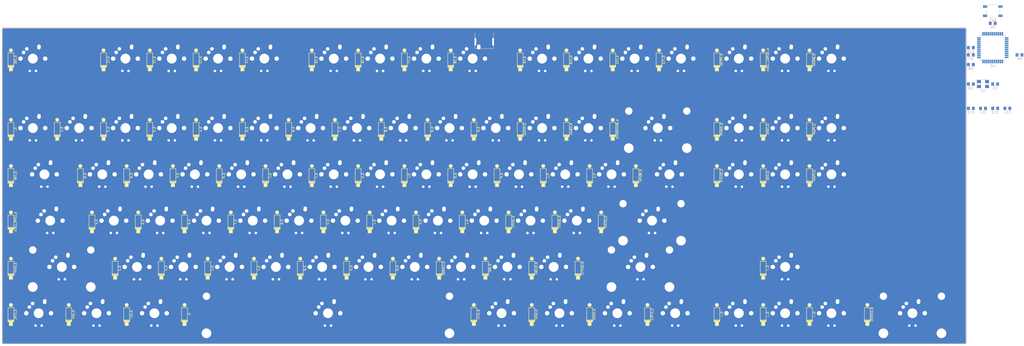
<source format=kicad_pcb>
(kicad_pcb (version 20171130) (host pcbnew "(5.0.0-3-g5ebb6b6)")
  (layers (0 F.Cu signal) (31 B.Cu signal) (34 B.Paste user) (35 F.Paste user) (36 B.SilkS user) (37 F.SilkS user) (38 B.Mask user) (39 F.Mask user) (44 Edge.Cuts user))
  (net 0 "")
  (net 1 "GND")
  (net 2 "VCC")
  (net 3 "/col0")
  (net 4 "/col1")
  (net 5 "/col2")
  (net 6 "/col3")
  (net 7 "/col4")
  (net 8 "/col5")
  (net 9 "/col6")
  (net 10 "/col7")
  (net 11 "/col8")
  (net 12 "/col9")
  (net 13 "/col10")
  (net 14 "/col11")
  (net 15 "/col12")
  (net 16 "/col13")
  (net 17 "/col14")
  (net 18 "/col15")
  (net 19 "/col16")
  (net 20 "/row0")
  (net 21 "/row1")
  (net 22 "/row2")
  (net 23 "/row3")
  (net 24 "/row4")
  (net 25 "/row5")
  (net 26 "/row6")
  (net 27 "Net-(K_ESC-Pad1)")
  (net 28 "Net-(K_ESC-Pad2)")
  (net 29 "Net-(K_ESC-Pad3)")
  (net 30 "Net-(K_ESC-Pad4)")
  (net 31 "Net-(D_ESC-Pad1)")
  (net 32 "Net-(D_ESC-Pad2)")
  (net 33 "Net-(K_F1-Pad1)")
  (net 34 "Net-(K_F1-Pad2)")
  (net 35 "Net-(K_F1-Pad3)")
  (net 36 "Net-(K_F1-Pad4)")
  (net 37 "Net-(D_F1-Pad1)")
  (net 38 "Net-(D_F1-Pad2)")
  (net 39 "Net-(K_F2-Pad1)")
  (net 40 "Net-(K_F2-Pad2)")
  (net 41 "Net-(K_F2-Pad3)")
  (net 42 "Net-(K_F2-Pad4)")
  (net 43 "Net-(D_F2-Pad1)")
  (net 44 "Net-(D_F2-Pad2)")
  (net 45 "Net-(K_F3-Pad1)")
  (net 46 "Net-(K_F3-Pad2)")
  (net 47 "Net-(K_F3-Pad3)")
  (net 48 "Net-(K_F3-Pad4)")
  (net 49 "Net-(D_F3-Pad1)")
  (net 50 "Net-(D_F3-Pad2)")
  (net 51 "Net-(K_F4-Pad1)")
  (net 52 "Net-(K_F4-Pad2)")
  (net 53 "Net-(K_F4-Pad3)")
  (net 54 "Net-(K_F4-Pad4)")
  (net 55 "Net-(D_F4-Pad1)")
  (net 56 "Net-(D_F4-Pad2)")
  (net 57 "Net-(K_F5-Pad1)")
  (net 58 "Net-(K_F5-Pad2)")
  (net 59 "Net-(K_F5-Pad3)")
  (net 60 "Net-(K_F5-Pad4)")
  (net 61 "Net-(D_F5-Pad1)")
  (net 62 "Net-(D_F5-Pad2)")
  (net 63 "Net-(K_F6-Pad1)")
  (net 64 "Net-(K_F6-Pad2)")
  (net 65 "Net-(K_F6-Pad3)")
  (net 66 "Net-(K_F6-Pad4)")
  (net 67 "Net-(D_F6-Pad1)")
  (net 68 "Net-(D_F6-Pad2)")
  (net 69 "Net-(K_F7-Pad1)")
  (net 70 "Net-(K_F7-Pad2)")
  (net 71 "Net-(K_F7-Pad3)")
  (net 72 "Net-(K_F7-Pad4)")
  (net 73 "Net-(D_F7-Pad1)")
  (net 74 "Net-(D_F7-Pad2)")
  (net 75 "Net-(K_F8-Pad1)")
  (net 76 "Net-(K_F8-Pad2)")
  (net 77 "Net-(K_F8-Pad3)")
  (net 78 "Net-(K_F8-Pad4)")
  (net 79 "Net-(D_F8-Pad1)")
  (net 80 "Net-(D_F8-Pad2)")
  (net 81 "Net-(K_F9-Pad1)")
  (net 82 "Net-(K_F9-Pad2)")
  (net 83 "Net-(K_F9-Pad3)")
  (net 84 "Net-(K_F9-Pad4)")
  (net 85 "Net-(D_F9-Pad1)")
  (net 86 "Net-(D_F9-Pad2)")
  (net 87 "Net-(K_F10-Pad1)")
  (net 88 "Net-(K_F10-Pad2)")
  (net 89 "Net-(K_F10-Pad3)")
  (net 90 "Net-(K_F10-Pad4)")
  (net 91 "Net-(D_F10-Pad1)")
  (net 92 "Net-(D_F10-Pad2)")
  (net 93 "Net-(K_F11-Pad1)")
  (net 94 "Net-(K_F11-Pad2)")
  (net 95 "Net-(K_F11-Pad3)")
  (net 96 "Net-(K_F11-Pad4)")
  (net 97 "Net-(D_F11-Pad1)")
  (net 98 "Net-(D_F11-Pad2)")
  (net 99 "Net-(K_F12-Pad1)")
  (net 100 "Net-(K_F12-Pad2)")
  (net 101 "Net-(K_F12-Pad3)")
  (net 102 "Net-(K_F12-Pad4)")
  (net 103 "Net-(D_F12-Pad1)")
  (net 104 "Net-(D_F12-Pad2)")
  (net 105 "Net-(K_PRTSC-Pad1)")
  (net 106 "Net-(K_PRTSC-Pad2)")
  (net 107 "Net-(K_PRTSC-Pad3)")
  (net 108 "Net-(K_PRTSC-Pad4)")
  (net 109 "Net-(D_PRTSC-Pad1)")
  (net 110 "Net-(D_PRTSC-Pad2)")
  (net 111 "Net-(K_SCROLL_LOCK-Pad1)")
  (net 112 "Net-(K_SCROLL_LOCK-Pad2)")
  (net 113 "Net-(K_SCROLL_LOCK-Pad3)")
  (net 114 "Net-(K_SCROLL_LOCK-Pad4)")
  (net 115 "Net-(D_SCROLL_LOCK-Pad1)")
  (net 116 "Net-(D_SCROLL_LOCK-Pad2)")
  (net 117 "Net-(K_BREAK-Pad1)")
  (net 118 "Net-(K_BREAK-Pad2)")
  (net 119 "Net-(K_BREAK-Pad3)")
  (net 120 "Net-(K_BREAK-Pad4)")
  (net 121 "Net-(D_BREAK-Pad1)")
  (net 122 "Net-(D_BREAK-Pad2)")
  (net 123 "Net-(K_`-Pad1)")
  (net 124 "Net-(K_`-Pad2)")
  (net 125 "Net-(K_`-Pad3)")
  (net 126 "Net-(K_`-Pad4)")
  (net 127 "Net-(D_`-Pad1)")
  (net 128 "Net-(D_`-Pad2)")
  (net 129 "Net-(K_1-Pad1)")
  (net 130 "Net-(K_1-Pad2)")
  (net 131 "Net-(K_1-Pad3)")
  (net 132 "Net-(K_1-Pad4)")
  (net 133 "Net-(D_1-Pad1)")
  (net 134 "Net-(D_1-Pad2)")
  (net 135 "Net-(K_2-Pad1)")
  (net 136 "Net-(K_2-Pad2)")
  (net 137 "Net-(K_2-Pad3)")
  (net 138 "Net-(K_2-Pad4)")
  (net 139 "Net-(D_2-Pad1)")
  (net 140 "Net-(D_2-Pad2)")
  (net 141 "Net-(K_3-Pad1)")
  (net 142 "Net-(K_3-Pad2)")
  (net 143 "Net-(K_3-Pad3)")
  (net 144 "Net-(K_3-Pad4)")
  (net 145 "Net-(D_3-Pad1)")
  (net 146 "Net-(D_3-Pad2)")
  (net 147 "Net-(K_4-Pad1)")
  (net 148 "Net-(K_4-Pad2)")
  (net 149 "Net-(K_4-Pad3)")
  (net 150 "Net-(K_4-Pad4)")
  (net 151 "Net-(D_4-Pad1)")
  (net 152 "Net-(D_4-Pad2)")
  (net 153 "Net-(K_5-Pad1)")
  (net 154 "Net-(K_5-Pad2)")
  (net 155 "Net-(K_5-Pad3)")
  (net 156 "Net-(K_5-Pad4)")
  (net 157 "Net-(D_5-Pad1)")
  (net 158 "Net-(D_5-Pad2)")
  (net 159 "Net-(K_6-Pad1)")
  (net 160 "Net-(K_6-Pad2)")
  (net 161 "Net-(K_6-Pad3)")
  (net 162 "Net-(K_6-Pad4)")
  (net 163 "Net-(D_6-Pad1)")
  (net 164 "Net-(D_6-Pad2)")
  (net 165 "Net-(K_7-Pad1)")
  (net 166 "Net-(K_7-Pad2)")
  (net 167 "Net-(K_7-Pad3)")
  (net 168 "Net-(K_7-Pad4)")
  (net 169 "Net-(D_7-Pad1)")
  (net 170 "Net-(D_7-Pad2)")
  (net 171 "Net-(K_8-Pad1)")
  (net 172 "Net-(K_8-Pad2)")
  (net 173 "Net-(K_8-Pad3)")
  (net 174 "Net-(K_8-Pad4)")
  (net 175 "Net-(D_8-Pad1)")
  (net 176 "Net-(D_8-Pad2)")
  (net 177 "Net-(K_9-Pad1)")
  (net 178 "Net-(K_9-Pad2)")
  (net 179 "Net-(K_9-Pad3)")
  (net 180 "Net-(K_9-Pad4)")
  (net 181 "Net-(D_9-Pad1)")
  (net 182 "Net-(D_9-Pad2)")
  (net 183 "Net-(K_0-Pad1)")
  (net 184 "Net-(K_0-Pad2)")
  (net 185 "Net-(K_0-Pad3)")
  (net 186 "Net-(K_0-Pad4)")
  (net 187 "Net-(D_0-Pad1)")
  (net 188 "Net-(D_0-Pad2)")
  (net 189 "Net-(K_MINUS-Pad1)")
  (net 190 "Net-(K_MINUS-Pad2)")
  (net 191 "Net-(K_MINUS-Pad3)")
  (net 192 "Net-(K_MINUS-Pad4)")
  (net 193 "Net-(D_MINUS-Pad1)")
  (net 194 "Net-(D_MINUS-Pad2)")
  (net 195 "Net-(K_EQUAL-Pad1)")
  (net 196 "Net-(K_EQUAL-Pad2)")
  (net 197 "Net-(K_EQUAL-Pad3)")
  (net 198 "Net-(K_EQUAL-Pad4)")
  (net 199 "Net-(D_EQUAL-Pad1)")
  (net 200 "Net-(D_EQUAL-Pad2)")
  (net 201 "Net-(K_BACKSPACE-Pad1)")
  (net 202 "Net-(K_BACKSPACE-Pad2)")
  (net 203 "Net-(K_BACKSPACE-Pad3)")
  (net 204 "Net-(K_BACKSPACE-Pad4)")
  (net 205 "Net-(D_BACKSPACE-Pad1)")
  (net 206 "Net-(D_BACKSPACE-Pad2)")
  (net 207 "Net-(K_INSERT-Pad1)")
  (net 208 "Net-(K_INSERT-Pad2)")
  (net 209 "Net-(K_INSERT-Pad3)")
  (net 210 "Net-(K_INSERT-Pad4)")
  (net 211 "Net-(D_INSERT-Pad1)")
  (net 212 "Net-(D_INSERT-Pad2)")
  (net 213 "Net-(K_HOME-Pad1)")
  (net 214 "Net-(K_HOME-Pad2)")
  (net 215 "Net-(K_HOME-Pad3)")
  (net 216 "Net-(K_HOME-Pad4)")
  (net 217 "Net-(D_HOME-Pad1)")
  (net 218 "Net-(D_HOME-Pad2)")
  (net 219 "Net-(K_PGUP-Pad1)")
  (net 220 "Net-(K_PGUP-Pad2)")
  (net 221 "Net-(K_PGUP-Pad3)")
  (net 222 "Net-(K_PGUP-Pad4)")
  (net 223 "Net-(D_PGUP-Pad1)")
  (net 224 "Net-(D_PGUP-Pad2)")
  (net 225 "Net-(K_TAB-Pad1)")
  (net 226 "Net-(K_TAB-Pad2)")
  (net 227 "Net-(K_TAB-Pad3)")
  (net 228 "Net-(K_TAB-Pad4)")
  (net 229 "Net-(D_TAB-Pad1)")
  (net 230 "Net-(D_TAB-Pad2)")
  (net 231 "Net-(K_Q-Pad1)")
  (net 232 "Net-(K_Q-Pad2)")
  (net 233 "Net-(K_Q-Pad3)")
  (net 234 "Net-(K_Q-Pad4)")
  (net 235 "Net-(D_Q-Pad1)")
  (net 236 "Net-(D_Q-Pad2)")
  (net 237 "Net-(K_W-Pad1)")
  (net 238 "Net-(K_W-Pad2)")
  (net 239 "Net-(K_W-Pad3)")
  (net 240 "Net-(K_W-Pad4)")
  (net 241 "Net-(D_W-Pad1)")
  (net 242 "Net-(D_W-Pad2)")
  (net 243 "Net-(K_E-Pad1)")
  (net 244 "Net-(K_E-Pad2)")
  (net 245 "Net-(K_E-Pad3)")
  (net 246 "Net-(K_E-Pad4)")
  (net 247 "Net-(D_E-Pad1)")
  (net 248 "Net-(D_E-Pad2)")
  (net 249 "Net-(K_R-Pad1)")
  (net 250 "Net-(K_R-Pad2)")
  (net 251 "Net-(K_R-Pad3)")
  (net 252 "Net-(K_R-Pad4)")
  (net 253 "Net-(D_R-Pad1)")
  (net 254 "Net-(D_R-Pad2)")
  (net 255 "Net-(K_T-Pad1)")
  (net 256 "Net-(K_T-Pad2)")
  (net 257 "Net-(K_T-Pad3)")
  (net 258 "Net-(K_T-Pad4)")
  (net 259 "Net-(D_T-Pad1)")
  (net 260 "Net-(D_T-Pad2)")
  (net 261 "Net-(K_Y-Pad1)")
  (net 262 "Net-(K_Y-Pad2)")
  (net 263 "Net-(K_Y-Pad3)")
  (net 264 "Net-(K_Y-Pad4)")
  (net 265 "Net-(D_Y-Pad1)")
  (net 266 "Net-(D_Y-Pad2)")
  (net 267 "Net-(K_U-Pad1)")
  (net 268 "Net-(K_U-Pad2)")
  (net 269 "Net-(K_U-Pad3)")
  (net 270 "Net-(K_U-Pad4)")
  (net 271 "Net-(D_U-Pad1)")
  (net 272 "Net-(D_U-Pad2)")
  (net 273 "Net-(K_I-Pad1)")
  (net 274 "Net-(K_I-Pad2)")
  (net 275 "Net-(K_I-Pad3)")
  (net 276 "Net-(K_I-Pad4)")
  (net 277 "Net-(D_I-Pad1)")
  (net 278 "Net-(D_I-Pad2)")
  (net 279 "Net-(K_O-Pad1)")
  (net 280 "Net-(K_O-Pad2)")
  (net 281 "Net-(K_O-Pad3)")
  (net 282 "Net-(K_O-Pad4)")
  (net 283 "Net-(D_O-Pad1)")
  (net 284 "Net-(D_O-Pad2)")
  (net 285 "Net-(K_P-Pad1)")
  (net 286 "Net-(K_P-Pad2)")
  (net 287 "Net-(K_P-Pad3)")
  (net 288 "Net-(K_P-Pad4)")
  (net 289 "Net-(D_P-Pad1)")
  (net 290 "Net-(D_P-Pad2)")
  (net 291 "Net-(K_[-Pad1)")
  (net 292 "Net-(K_[-Pad2)")
  (net 293 "Net-(K_[-Pad3)")
  (net 294 "Net-(K_[-Pad4)")
  (net 295 "Net-(D_[-Pad1)")
  (net 296 "Net-(D_[-Pad2)")
  (net 297 "Net-(K_]-Pad1)")
  (net 298 "Net-(K_]-Pad2)")
  (net 299 "Net-(K_]-Pad3)")
  (net 300 "Net-(K_]-Pad4)")
  (net 301 "Net-(D_]-Pad1)")
  (net 302 "Net-(D_]-Pad2)")
  (net 303 "Net-(K_BSLSH-Pad1)")
  (net 304 "Net-(K_BSLSH-Pad2)")
  (net 305 "Net-(K_BSLSH-Pad3)")
  (net 306 "Net-(K_BSLSH-Pad4)")
  (net 307 "Net-(D_BSLSH-Pad1)")
  (net 308 "Net-(D_BSLSH-Pad2)")
  (net 309 "Net-(K_DELETE-Pad1)")
  (net 310 "Net-(K_DELETE-Pad2)")
  (net 311 "Net-(K_DELETE-Pad3)")
  (net 312 "Net-(K_DELETE-Pad4)")
  (net 313 "Net-(D_DELETE-Pad1)")
  (net 314 "Net-(D_DELETE-Pad2)")
  (net 315 "Net-(K_END-Pad1)")
  (net 316 "Net-(K_END-Pad2)")
  (net 317 "Net-(K_END-Pad3)")
  (net 318 "Net-(K_END-Pad4)")
  (net 319 "Net-(D_END-Pad1)")
  (net 320 "Net-(D_END-Pad2)")
  (net 321 "Net-(K_PGDN-Pad1)")
  (net 322 "Net-(K_PGDN-Pad2)")
  (net 323 "Net-(K_PGDN-Pad3)")
  (net 324 "Net-(K_PGDN-Pad4)")
  (net 325 "Net-(D_PGDN-Pad1)")
  (net 326 "Net-(D_PGDN-Pad2)")
  (net 327 "Net-(K_CAPS_LOCK-Pad1)")
  (net 328 "Net-(K_CAPS_LOCK-Pad2)")
  (net 329 "Net-(K_CAPS_LOCK-Pad3)")
  (net 330 "Net-(K_CAPS_LOCK-Pad4)")
  (net 331 "Net-(D_CAPS_LOCK-Pad1)")
  (net 332 "Net-(D_CAPS_LOCK-Pad2)")
  (net 333 "Net-(K_A-Pad1)")
  (net 334 "Net-(K_A-Pad2)")
  (net 335 "Net-(K_A-Pad3)")
  (net 336 "Net-(K_A-Pad4)")
  (net 337 "Net-(D_A-Pad1)")
  (net 338 "Net-(D_A-Pad2)")
  (net 339 "Net-(K_S-Pad1)")
  (net 340 "Net-(K_S-Pad2)")
  (net 341 "Net-(K_S-Pad3)")
  (net 342 "Net-(K_S-Pad4)")
  (net 343 "Net-(D_S-Pad1)")
  (net 344 "Net-(D_S-Pad2)")
  (net 345 "Net-(K_D-Pad1)")
  (net 346 "Net-(K_D-Pad2)")
  (net 347 "Net-(K_D-Pad3)")
  (net 348 "Net-(K_D-Pad4)")
  (net 349 "Net-(D_D-Pad1)")
  (net 350 "Net-(D_D-Pad2)")
  (net 351 "Net-(K_F-Pad1)")
  (net 352 "Net-(K_F-Pad2)")
  (net 353 "Net-(K_F-Pad3)")
  (net 354 "Net-(K_F-Pad4)")
  (net 355 "Net-(D_F-Pad1)")
  (net 356 "Net-(D_F-Pad2)")
  (net 357 "Net-(K_G-Pad1)")
  (net 358 "Net-(K_G-Pad2)")
  (net 359 "Net-(K_G-Pad3)")
  (net 360 "Net-(K_G-Pad4)")
  (net 361 "Net-(D_G-Pad1)")
  (net 362 "Net-(D_G-Pad2)")
  (net 363 "Net-(K_H-Pad1)")
  (net 364 "Net-(K_H-Pad2)")
  (net 365 "Net-(K_H-Pad3)")
  (net 366 "Net-(K_H-Pad4)")
  (net 367 "Net-(D_H-Pad1)")
  (net 368 "Net-(D_H-Pad2)")
  (net 369 "Net-(K_J-Pad1)")
  (net 370 "Net-(K_J-Pad2)")
  (net 371 "Net-(K_J-Pad3)")
  (net 372 "Net-(K_J-Pad4)")
  (net 373 "Net-(D_J-Pad1)")
  (net 374 "Net-(D_J-Pad2)")
  (net 375 "Net-(K_K-Pad1)")
  (net 376 "Net-(K_K-Pad2)")
  (net 377 "Net-(K_K-Pad3)")
  (net 378 "Net-(K_K-Pad4)")
  (net 379 "Net-(D_K-Pad1)")
  (net 380 "Net-(D_K-Pad2)")
  (net 381 "Net-(K_L-Pad1)")
  (net 382 "Net-(K_L-Pad2)")
  (net 383 "Net-(K_L-Pad3)")
  (net 384 "Net-(K_L-Pad4)")
  (net 385 "Net-(D_L-Pad1)")
  (net 386 "Net-(D_L-Pad2)")
  (net 387 "Net-(K_SEMIC-Pad1)")
  (net 388 "Net-(K_SEMIC-Pad2)")
  (net 389 "Net-(K_SEMIC-Pad3)")
  (net 390 "Net-(K_SEMIC-Pad4)")
  (net 391 "Net-(D_SEMIC-Pad1)")
  (net 392 "Net-(D_SEMIC-Pad2)")
  (net 393 "Net-(K_QUOTE-Pad1)")
  (net 394 "Net-(K_QUOTE-Pad2)")
  (net 395 "Net-(K_QUOTE-Pad3)")
  (net 396 "Net-(K_QUOTE-Pad4)")
  (net 397 "Net-(D_QUOTE-Pad1)")
  (net 398 "Net-(D_QUOTE-Pad2)")
  (net 399 "Net-(K_ENTER-Pad1)")
  (net 400 "Net-(K_ENTER-Pad2)")
  (net 401 "Net-(K_ENTER-Pad3)")
  (net 402 "Net-(K_ENTER-Pad4)")
  (net 403 "Net-(D_ENTER-Pad1)")
  (net 404 "Net-(D_ENTER-Pad2)")
  (net 405 "Net-(K_SHIFT-Pad1)")
  (net 406 "Net-(K_SHIFT-Pad2)")
  (net 407 "Net-(K_SHIFT-Pad3)")
  (net 408 "Net-(K_SHIFT-Pad4)")
  (net 409 "Net-(D_SHIFT-Pad1)")
  (net 410 "Net-(D_SHIFT-Pad2)")
  (net 411 "Net-(K_Z-Pad1)")
  (net 412 "Net-(K_Z-Pad2)")
  (net 413 "Net-(K_Z-Pad3)")
  (net 414 "Net-(K_Z-Pad4)")
  (net 415 "Net-(D_Z-Pad1)")
  (net 416 "Net-(D_Z-Pad2)")
  (net 417 "Net-(K_X-Pad1)")
  (net 418 "Net-(K_X-Pad2)")
  (net 419 "Net-(K_X-Pad3)")
  (net 420 "Net-(K_X-Pad4)")
  (net 421 "Net-(D_X-Pad1)")
  (net 422 "Net-(D_X-Pad2)")
  (net 423 "Net-(K_C-Pad1)")
  (net 424 "Net-(K_C-Pad2)")
  (net 425 "Net-(K_C-Pad3)")
  (net 426 "Net-(K_C-Pad4)")
  (net 427 "Net-(D_C-Pad1)")
  (net 428 "Net-(D_C-Pad2)")
  (net 429 "Net-(K_V-Pad1)")
  (net 430 "Net-(K_V-Pad2)")
  (net 431 "Net-(K_V-Pad3)")
  (net 432 "Net-(K_V-Pad4)")
  (net 433 "Net-(D_V-Pad1)")
  (net 434 "Net-(D_V-Pad2)")
  (net 435 "Net-(K_B-Pad1)")
  (net 436 "Net-(K_B-Pad2)")
  (net 437 "Net-(K_B-Pad3)")
  (net 438 "Net-(K_B-Pad4)")
  (net 439 "Net-(D_B-Pad1)")
  (net 440 "Net-(D_B-Pad2)")
  (net 441 "Net-(K_N-Pad1)")
  (net 442 "Net-(K_N-Pad2)")
  (net 443 "Net-(K_N-Pad3)")
  (net 444 "Net-(K_N-Pad4)")
  (net 445 "Net-(D_N-Pad1)")
  (net 446 "Net-(D_N-Pad2)")
  (net 447 "Net-(K_M-Pad1)")
  (net 448 "Net-(K_M-Pad2)")
  (net 449 "Net-(K_M-Pad3)")
  (net 450 "Net-(K_M-Pad4)")
  (net 451 "Net-(D_M-Pad1)")
  (net 452 "Net-(D_M-Pad2)")
  (net 453 "Net-(K_COMMA-Pad1)")
  (net 454 "Net-(K_COMMA-Pad2)")
  (net 455 "Net-(K_COMMA-Pad3)")
  (net 456 "Net-(K_COMMA-Pad4)")
  (net 457 "Net-(D_COMMA-Pad1)")
  (net 458 "Net-(D_COMMA-Pad2)")
  (net 459 "Net-(K_DOT-Pad1)")
  (net 460 "Net-(K_DOT-Pad2)")
  (net 461 "Net-(K_DOT-Pad3)")
  (net 462 "Net-(K_DOT-Pad4)")
  (net 463 "Net-(D_DOT-Pad1)")
  (net 464 "Net-(D_DOT-Pad2)")
  (net 465 "Net-(K_SLASH-Pad1)")
  (net 466 "Net-(K_SLASH-Pad2)")
  (net 467 "Net-(K_SLASH-Pad3)")
  (net 468 "Net-(K_SLASH-Pad4)")
  (net 469 "Net-(D_SLASH-Pad1)")
  (net 470 "Net-(D_SLASH-Pad2)")
  (net 471 "Net-(K_SHIFT1-Pad1)")
  (net 472 "Net-(K_SHIFT1-Pad2)")
  (net 473 "Net-(K_SHIFT1-Pad3)")
  (net 474 "Net-(K_SHIFT1-Pad4)")
  (net 475 "Net-(D_SHIFT1-Pad1)")
  (net 476 "Net-(D_SHIFT1-Pad2)")
  (net 477 "Net-(K_↑-Pad1)")
  (net 478 "Net-(K_↑-Pad2)")
  (net 479 "Net-(K_↑-Pad3)")
  (net 480 "Net-(K_↑-Pad4)")
  (net 481 "Net-(D_↑-Pad1)")
  (net 482 "Net-(D_↑-Pad2)")
  (net 483 "Net-(K_CTRL-Pad1)")
  (net 484 "Net-(K_CTRL-Pad2)")
  (net 485 "Net-(K_CTRL-Pad3)")
  (net 486 "Net-(K_CTRL-Pad4)")
  (net 487 "Net-(D_CTRL-Pad1)")
  (net 488 "Net-(D_CTRL-Pad2)")
  (net 489 "Net-(K_WIN-Pad1)")
  (net 490 "Net-(K_WIN-Pad2)")
  (net 491 "Net-(K_WIN-Pad3)")
  (net 492 "Net-(K_WIN-Pad4)")
  (net 493 "Net-(D_WIN-Pad1)")
  (net 494 "Net-(D_WIN-Pad2)")
  (net 495 "Net-(K_ALT-Pad1)")
  (net 496 "Net-(K_ALT-Pad2)")
  (net 497 "Net-(K_ALT-Pad3)")
  (net 498 "Net-(K_ALT-Pad4)")
  (net 499 "Net-(D_ALT-Pad1)")
  (net 500 "Net-(D_ALT-Pad2)")
  (net 501 "Net-(K_-Pad1)")
  (net 502 "Net-(K_-Pad2)")
  (net 503 "Net-(K_-Pad3)")
  (net 504 "Net-(K_-Pad4)")
  (net 505 "Net-(D_-Pad1)")
  (net 506 "Net-(D_-Pad2)")
  (net 507 "Net-(K_ALT1-Pad1)")
  (net 508 "Net-(K_ALT1-Pad2)")
  (net 509 "Net-(K_ALT1-Pad3)")
  (net 510 "Net-(K_ALT1-Pad4)")
  (net 511 "Net-(D_ALT1-Pad1)")
  (net 512 "Net-(D_ALT1-Pad2)")
  (net 513 "Net-(K_WIN1-Pad1)")
  (net 514 "Net-(K_WIN1-Pad2)")
  (net 515 "Net-(K_WIN1-Pad3)")
  (net 516 "Net-(K_WIN1-Pad4)")
  (net 517 "Net-(D_WIN1-Pad1)")
  (net 518 "Net-(D_WIN1-Pad2)")
  (net 519 "Net-(K_MENU-Pad1)")
  (net 520 "Net-(K_MENU-Pad2)")
  (net 521 "Net-(K_MENU-Pad3)")
  (net 522 "Net-(K_MENU-Pad4)")
  (net 523 "Net-(D_MENU-Pad1)")
  (net 524 "Net-(D_MENU-Pad2)")
  (net 525 "Net-(K_CTRL1-Pad1)")
  (net 526 "Net-(K_CTRL1-Pad2)")
  (net 527 "Net-(K_CTRL1-Pad3)")
  (net 528 "Net-(K_CTRL1-Pad4)")
  (net 529 "Net-(D_CTRL1-Pad1)")
  (net 530 "Net-(D_CTRL1-Pad2)")
  (net 531 "Net-(K_←-Pad1)")
  (net 532 "Net-(K_←-Pad2)")
  (net 533 "Net-(K_←-Pad3)")
  (net 534 "Net-(K_←-Pad4)")
  (net 535 "Net-(D_←-Pad1)")
  (net 536 "Net-(D_←-Pad2)")
  (net 537 "Net-(K_↓-Pad1)")
  (net 538 "Net-(K_↓-Pad2)")
  (net 539 "Net-(K_↓-Pad3)")
  (net 540 "Net-(K_↓-Pad4)")
  (net 541 "Net-(D_↓-Pad1)")
  (net 542 "Net-(D_↓-Pad2)")
  (net 543 "Net-(K_→-Pad1)")
  (net 544 "Net-(K_→-Pad2)")
  (net 545 "Net-(K_→-Pad3)")
  (net 546 "Net-(K_→-Pad4)")
  (net 547 "Net-(D_→-Pad1)")
  (net 548 "Net-(D_→-Pad2)")
  (net 549 "Net-(K_ENTER1-Pad1)")
  (net 550 "Net-(K_ENTER1-Pad2)")
  (net 551 "Net-(K_ENTER1-Pad3)")
  (net 552 "Net-(K_ENTER1-Pad4)")
  (net 553 "Net-(D_ENTER1-Pad1)")
  (net 554 "Net-(D_ENTER1-Pad2)")
  (net 555 "Net-(C8-Pad1)")
  (net 556 "Net-(C8-Pad2)")
  (net 557 "Net-(C9-Pad1)")
  (net 558 "Net-(C9-Pad2)")
  (net 559 "Net-(X2-Pad1)")
  (net 560 "Net-(X2-Pad2)")
  (net 561 "Net-(X2-Pad3)")
  (net 562 "Net-(X2-Pad4)")
  (net 563 "Net-(R5-Pad1)")
  (net 564 "Net-(R5-Pad2)")
  (net 565 "Net-(R2-Pad1)")
  (net 566 "Net-(R2-Pad2)")
  (net 567 "Net-(R6-Pad1)")
  (net 568 "Net-(R6-Pad2)")
  (net 569 "Net-(R7-Pad1)")
  (net 570 "Net-(R7-Pad2)")
  (net 571 "Net-(R8-Pad1)")
  (net 572 "Net-(R8-Pad2)")
  (net 573 "Net-(USB2-Pad1)")
  (net 574 "Net-(USB2-Pad2)")
  (net 575 "Net-(USB2-Pad3)")
  (net 576 "Net-(USB2-Pad4)")
  (net 577 "Net-(USB2-Pad5)")
  (net 578 "Net-(USB2-Pad6)")
  (net 579 "Net-(C10-Pad1)")
  (net 580 "Net-(C10-Pad2)")
  (net 581 "Net-(U2-Pad1)")
  (net 582 "Net-(U2-Pad2)")
  (net 583 "Net-(U2-Pad3)")
  (net 584 "Net-(U2-Pad4)")
  (net 585 "Net-(U2-Pad5)")
  (net 586 "Net-(U2-Pad6)")
  (net 587 "Net-(U2-Pad7)")
  (net 588 "Net-(U2-Pad8)")
  (net 589 "Net-(U2-Pad9)")
  (net 590 "Net-(U2-Pad10)")
  (net 591 "Net-(U2-Pad11)")
  (net 592 "Net-(U2-Pad12)")
  (net 593 "Net-(U2-Pad13)")
  (net 594 "Net-(U2-Pad14)")
  (net 595 "Net-(U2-Pad15)")
  (net 596 "Net-(U2-Pad16)")
  (net 597 "Net-(U2-Pad17)")
  (net 598 "Net-(U2-Pad18)")
  (net 599 "Net-(U2-Pad19)")
  (net 600 "Net-(U2-Pad20)")
  (net 601 "Net-(U2-Pad21)")
  (net 602 "Net-(U2-Pad22)")
  (net 603 "Net-(U2-Pad23)")
  (net 604 "Net-(U2-Pad24)")
  (net 605 "Net-(U2-Pad25)")
  (net 606 "Net-(U2-Pad26)")
  (net 607 "Net-(U2-Pad27)")
  (net 608 "Net-(U2-Pad28)")
  (net 609 "Net-(U2-Pad29)")
  (net 610 "Net-(U2-Pad30)")
  (net 611 "Net-(U2-Pad31)")
  (net 612 "Net-(U2-Pad32)")
  (net 613 "Net-(U2-Pad33)")
  (net 614 "Net-(U2-Pad34)")
  (net 615 "Net-(U2-Pad35)")
  (net 616 "Net-(U2-Pad36)")
  (net 617 "Net-(U2-Pad37)")
  (net 618 "Net-(U2-Pad38)")
  (net 619 "Net-(U2-Pad39)")
  (net 620 "Net-(U2-Pad40)")
  (net 621 "Net-(U2-Pad41)")
  (net 622 "Net-(U2-Pad42)")
  (net 623 "Net-(U2-Pad43)")
  (net 624 "Net-(U2-Pad44)")
  (net 625 "Net-(C11-Pad1)")
  (net 626 "Net-(C11-Pad2)")
  (net 627 "Net-(C12-Pad1)")
  (net 628 "Net-(C12-Pad2)")
  (net 629 "Net-(C13-Pad1)")
  (net 630 "Net-(C13-Pad2)")
  (net 631 "Net-(C14-Pad1)")
  (net 632 "Net-(C14-Pad2)")
  (module MX_Alps_Hybrid:MX-1U-NoLED (layer F.Cu) (at 29.525 29.525)
    (fp_text reference K_ESC)
    (fp_text value KEYSW)
    (pad 1 thru_hole circle (at -2.5 -4) (size 2.25 2.25) (drill 1.47) (layers *.Cu B.Mask) (net 27 "Net-(K_ESC-Pad1)"))
    (pad 1 thru_hole oval (at -3.81 -2.54 48.0996) (size 4.211556 2.25) (drill 1.47 (offset 0.980778 0)) (layers *.Cu B.Mask) (net 27 "Net-(K_ESC-Pad1)"))
    (pad 2 thru_hole oval (at 2.5 -4.5 86.0548) (size 2.831378 2.25) (drill 1.47 (offset 0.290689 0)) (layers *.Cu B.Mask) (net 32 "Net-(D_ESC-Pad2)"))
    (pad 2 thru_hole circle (at 2.54 -5.08) (size 2.25 2.25) (drill 1.47) (layers *.Cu B.Mask) (net 32 "Net-(D_ESC-Pad2)"))
    (pad "" np_thru_hole circle (at 0 0) (size 3.9878 3.9878) (drill 3.9878) (layers *.Cu *.Mask))
    (pad "" np_thru_hole circle (at -5.08 0 48.0996) (size 1.75 1.75) (drill 1.75) (layers *.Cu *.Mask))
    (pad "" np_thru_hole circle (at 5.08 0 48.0996) (size 1.75 1.75) (drill 1.75) (layers *.Cu *.Mask))
    (pad 3 thru_hole circle (at -1.27 5.08) (size 1.905 1.905) (drill 1.04) (layers *.Cu B.Mask) (net 29 "Net-(K_ESC-Pad3)"))
    (pad 4 thru_hole rect (at 1.27 5.08) (size 1.905 1.905) (drill 1.04) (layers *.Cu B.Mask) (net 30 "Net-(K_ESC-Pad4)"))
    (pad "" np_thru_hole circle (at 0 0) (size 3.9878 3.9878) (drill 3.9878) (layers *.Cu *.Mask))
    (pad "" np_thru_hole circle (at -5.08 0 48.0996) (size 1.75 1.75) (drill 1.75) (layers *.Cu *.Mask))
    (pad "" np_thru_hole circle (at 5.08 0 48.0996) (size 1.75 1.75) (drill 1.75) (layers *.Cu *.Mask))
  )
  (module keyboard_parts:D_SOD123_axial (layer F.Cu) (at 20.5 30.025 90)
    (fp_text reference D_ESC (at 0 1.925 90) (layer F.SilkS) (effects (font (size 0.8 0.8)) (justify mirror)))
    (fp_text value D hide)
    (pad 1 smd rect (at -2.7 0 90) (size 2.5 0.5) (layers F.Cu) (net 3 "/col0"))
    (pad 1 smd rect (at -1.575 0 90) (size 1.2 1.2) (layers F.Cu F.Paste F.Mask) (net 3 "/col0"))
    (pad 1 thru_hole rect (at -3.9 0 90) (size 1.6 1.6) (drill 0.7) (layers *.Cu *.Mask F.SilkS) (net 3 "/col0"))
    (pad 2 smd rect (at 1.575 0 90) (size 1.2 1.2) (layers F.Cu F.Paste F.Mask) (net 32 "Net-(D_ESC-Pad2)"))
    (pad 2 smd rect (at 2.7 0 90) (size 2.5 0.5) (layers F.Cu) (net 32 "Net-(D_ESC-Pad2)"))
    (pad 2 thru_hole circle (at 3.9 0 90) (size 1.6 1.6) (drill 0.7) (layers *.Cu *.Mask F.SilkS) (net 32 "Net-(D_ESC-Pad2)"))
  )
  (module MX_Alps_Hybrid:MX-1U-NoLED (layer F.Cu) (at 67.625 29.525)
    (fp_text reference K_F1)
    (fp_text value KEYSW)
    (pad 1 thru_hole circle (at -2.5 -4) (size 2.25 2.25) (drill 1.47) (layers *.Cu B.Mask) (net 33 "Net-(K_F1-Pad1)"))
    (pad 1 thru_hole oval (at -3.81 -2.54 48.0996) (size 4.211556 2.25) (drill 1.47 (offset 0.980778 0)) (layers *.Cu B.Mask) (net 33 "Net-(K_F1-Pad1)"))
    (pad 2 thru_hole oval (at 2.5 -4.5 86.0548) (size 2.831378 2.25) (drill 1.47 (offset 0.290689 0)) (layers *.Cu B.Mask) (net 38 "Net-(D_F1-Pad2)"))
    (pad 2 thru_hole circle (at 2.54 -5.08) (size 2.25 2.25) (drill 1.47) (layers *.Cu B.Mask) (net 38 "Net-(D_F1-Pad2)"))
    (pad "" np_thru_hole circle (at 0 0) (size 3.9878 3.9878) (drill 3.9878) (layers *.Cu *.Mask))
    (pad "" np_thru_hole circle (at -5.08 0 48.0996) (size 1.75 1.75) (drill 1.75) (layers *.Cu *.Mask))
    (pad "" np_thru_hole circle (at 5.08 0 48.0996) (size 1.75 1.75) (drill 1.75) (layers *.Cu *.Mask))
    (pad 3 thru_hole circle (at -1.27 5.08) (size 1.905 1.905) (drill 1.04) (layers *.Cu B.Mask) (net 35 "Net-(K_F1-Pad3)"))
    (pad 4 thru_hole rect (at 1.27 5.08) (size 1.905 1.905) (drill 1.04) (layers *.Cu B.Mask) (net 36 "Net-(K_F1-Pad4)"))
    (pad "" np_thru_hole circle (at 0 0) (size 3.9878 3.9878) (drill 3.9878) (layers *.Cu *.Mask))
    (pad "" np_thru_hole circle (at -5.08 0 48.0996) (size 1.75 1.75) (drill 1.75) (layers *.Cu *.Mask))
    (pad "" np_thru_hole circle (at 5.08 0 48.0996) (size 1.75 1.75) (drill 1.75) (layers *.Cu *.Mask))
  )
  (module keyboard_parts:D_SOD123_axial (layer F.Cu) (at 58.6 30.025 90)
    (fp_text reference D_F1 (at 0 1.925 90) (layer F.SilkS) (effects (font (size 0.8 0.8)) (justify mirror)))
    (fp_text value D hide)
    (pad 1 smd rect (at -2.7 0 90) (size 2.5 0.5) (layers F.Cu) (net 4 "/col1"))
    (pad 1 smd rect (at -1.575 0 90) (size 1.2 1.2) (layers F.Cu F.Paste F.Mask) (net 4 "/col1"))
    (pad 1 thru_hole rect (at -3.9 0 90) (size 1.6 1.6) (drill 0.7) (layers *.Cu *.Mask F.SilkS) (net 4 "/col1"))
    (pad 2 smd rect (at 1.575 0 90) (size 1.2 1.2) (layers F.Cu F.Paste F.Mask) (net 38 "Net-(D_F1-Pad2)"))
    (pad 2 smd rect (at 2.7 0 90) (size 2.5 0.5) (layers F.Cu) (net 38 "Net-(D_F1-Pad2)"))
    (pad 2 thru_hole circle (at 3.9 0 90) (size 1.6 1.6) (drill 0.7) (layers *.Cu *.Mask F.SilkS) (net 38 "Net-(D_F1-Pad2)"))
  )
  (module MX_Alps_Hybrid:MX-1U-NoLED (layer F.Cu) (at 86.675 29.525)
    (fp_text reference K_F2)
    (fp_text value KEYSW)
    (pad 1 thru_hole circle (at -2.5 -4) (size 2.25 2.25) (drill 1.47) (layers *.Cu B.Mask) (net 39 "Net-(K_F2-Pad1)"))
    (pad 1 thru_hole oval (at -3.81 -2.54 48.0996) (size 4.211556 2.25) (drill 1.47 (offset 0.980778 0)) (layers *.Cu B.Mask) (net 39 "Net-(K_F2-Pad1)"))
    (pad 2 thru_hole oval (at 2.5 -4.5 86.0548) (size 2.831378 2.25) (drill 1.47 (offset 0.290689 0)) (layers *.Cu B.Mask) (net 44 "Net-(D_F2-Pad2)"))
    (pad 2 thru_hole circle (at 2.54 -5.08) (size 2.25 2.25) (drill 1.47) (layers *.Cu B.Mask) (net 44 "Net-(D_F2-Pad2)"))
    (pad "" np_thru_hole circle (at 0 0) (size 3.9878 3.9878) (drill 3.9878) (layers *.Cu *.Mask))
    (pad "" np_thru_hole circle (at -5.08 0 48.0996) (size 1.75 1.75) (drill 1.75) (layers *.Cu *.Mask))
    (pad "" np_thru_hole circle (at 5.08 0 48.0996) (size 1.75 1.75) (drill 1.75) (layers *.Cu *.Mask))
    (pad 3 thru_hole circle (at -1.27 5.08) (size 1.905 1.905) (drill 1.04) (layers *.Cu B.Mask) (net 41 "Net-(K_F2-Pad3)"))
    (pad 4 thru_hole rect (at 1.27 5.08) (size 1.905 1.905) (drill 1.04) (layers *.Cu B.Mask) (net 42 "Net-(K_F2-Pad4)"))
    (pad "" np_thru_hole circle (at 0 0) (size 3.9878 3.9878) (drill 3.9878) (layers *.Cu *.Mask))
    (pad "" np_thru_hole circle (at -5.08 0 48.0996) (size 1.75 1.75) (drill 1.75) (layers *.Cu *.Mask))
    (pad "" np_thru_hole circle (at 5.08 0 48.0996) (size 1.75 1.75) (drill 1.75) (layers *.Cu *.Mask))
  )
  (module keyboard_parts:D_SOD123_axial (layer F.Cu) (at 77.65 30.025 90)
    (fp_text reference D_F2 (at 0 1.925 90) (layer F.SilkS) (effects (font (size 0.8 0.8)) (justify mirror)))
    (fp_text value D hide)
    (pad 1 smd rect (at -2.7 0 90) (size 2.5 0.5) (layers F.Cu) (net 5 "/col2"))
    (pad 1 smd rect (at -1.575 0 90) (size 1.2 1.2) (layers F.Cu F.Paste F.Mask) (net 5 "/col2"))
    (pad 1 thru_hole rect (at -3.9 0 90) (size 1.6 1.6) (drill 0.7) (layers *.Cu *.Mask F.SilkS) (net 5 "/col2"))
    (pad 2 smd rect (at 1.575 0 90) (size 1.2 1.2) (layers F.Cu F.Paste F.Mask) (net 44 "Net-(D_F2-Pad2)"))
    (pad 2 smd rect (at 2.7 0 90) (size 2.5 0.5) (layers F.Cu) (net 44 "Net-(D_F2-Pad2)"))
    (pad 2 thru_hole circle (at 3.9 0 90) (size 1.6 1.6) (drill 0.7) (layers *.Cu *.Mask F.SilkS) (net 44 "Net-(D_F2-Pad2)"))
  )
  (module MX_Alps_Hybrid:MX-1U-NoLED (layer F.Cu) (at 105.725 29.525)
    (fp_text reference K_F3)
    (fp_text value KEYSW)
    (pad 1 thru_hole circle (at -2.5 -4) (size 2.25 2.25) (drill 1.47) (layers *.Cu B.Mask) (net 45 "Net-(K_F3-Pad1)"))
    (pad 1 thru_hole oval (at -3.81 -2.54 48.0996) (size 4.211556 2.25) (drill 1.47 (offset 0.980778 0)) (layers *.Cu B.Mask) (net 45 "Net-(K_F3-Pad1)"))
    (pad 2 thru_hole oval (at 2.5 -4.5 86.0548) (size 2.831378 2.25) (drill 1.47 (offset 0.290689 0)) (layers *.Cu B.Mask) (net 50 "Net-(D_F3-Pad2)"))
    (pad 2 thru_hole circle (at 2.54 -5.08) (size 2.25 2.25) (drill 1.47) (layers *.Cu B.Mask) (net 50 "Net-(D_F3-Pad2)"))
    (pad "" np_thru_hole circle (at 0 0) (size 3.9878 3.9878) (drill 3.9878) (layers *.Cu *.Mask))
    (pad "" np_thru_hole circle (at -5.08 0 48.0996) (size 1.75 1.75) (drill 1.75) (layers *.Cu *.Mask))
    (pad "" np_thru_hole circle (at 5.08 0 48.0996) (size 1.75 1.75) (drill 1.75) (layers *.Cu *.Mask))
    (pad 3 thru_hole circle (at -1.27 5.08) (size 1.905 1.905) (drill 1.04) (layers *.Cu B.Mask) (net 47 "Net-(K_F3-Pad3)"))
    (pad 4 thru_hole rect (at 1.27 5.08) (size 1.905 1.905) (drill 1.04) (layers *.Cu B.Mask) (net 48 "Net-(K_F3-Pad4)"))
    (pad "" np_thru_hole circle (at 0 0) (size 3.9878 3.9878) (drill 3.9878) (layers *.Cu *.Mask))
    (pad "" np_thru_hole circle (at -5.08 0 48.0996) (size 1.75 1.75) (drill 1.75) (layers *.Cu *.Mask))
    (pad "" np_thru_hole circle (at 5.08 0 48.0996) (size 1.75 1.75) (drill 1.75) (layers *.Cu *.Mask))
  )
  (module keyboard_parts:D_SOD123_axial (layer F.Cu) (at 96.7 30.025 90)
    (fp_text reference D_F3 (at 0 1.925 90) (layer F.SilkS) (effects (font (size 0.8 0.8)) (justify mirror)))
    (fp_text value D hide)
    (pad 1 smd rect (at -2.7 0 90) (size 2.5 0.5) (layers F.Cu) (net 6 "/col3"))
    (pad 1 smd rect (at -1.575 0 90) (size 1.2 1.2) (layers F.Cu F.Paste F.Mask) (net 6 "/col3"))
    (pad 1 thru_hole rect (at -3.9 0 90) (size 1.6 1.6) (drill 0.7) (layers *.Cu *.Mask F.SilkS) (net 6 "/col3"))
    (pad 2 smd rect (at 1.575 0 90) (size 1.2 1.2) (layers F.Cu F.Paste F.Mask) (net 50 "Net-(D_F3-Pad2)"))
    (pad 2 smd rect (at 2.7 0 90) (size 2.5 0.5) (layers F.Cu) (net 50 "Net-(D_F3-Pad2)"))
    (pad 2 thru_hole circle (at 3.9 0 90) (size 1.6 1.6) (drill 0.7) (layers *.Cu *.Mask F.SilkS) (net 50 "Net-(D_F3-Pad2)"))
  )
  (module MX_Alps_Hybrid:MX-1U-NoLED (layer F.Cu) (at 124.775 29.525)
    (fp_text reference K_F4)
    (fp_text value KEYSW)
    (pad 1 thru_hole circle (at -2.5 -4) (size 2.25 2.25) (drill 1.47) (layers *.Cu B.Mask) (net 51 "Net-(K_F4-Pad1)"))
    (pad 1 thru_hole oval (at -3.81 -2.54 48.0996) (size 4.211556 2.25) (drill 1.47 (offset 0.980778 0)) (layers *.Cu B.Mask) (net 51 "Net-(K_F4-Pad1)"))
    (pad 2 thru_hole oval (at 2.5 -4.5 86.0548) (size 2.831378 2.25) (drill 1.47 (offset 0.290689 0)) (layers *.Cu B.Mask) (net 56 "Net-(D_F4-Pad2)"))
    (pad 2 thru_hole circle (at 2.54 -5.08) (size 2.25 2.25) (drill 1.47) (layers *.Cu B.Mask) (net 56 "Net-(D_F4-Pad2)"))
    (pad "" np_thru_hole circle (at 0 0) (size 3.9878 3.9878) (drill 3.9878) (layers *.Cu *.Mask))
    (pad "" np_thru_hole circle (at -5.08 0 48.0996) (size 1.75 1.75) (drill 1.75) (layers *.Cu *.Mask))
    (pad "" np_thru_hole circle (at 5.08 0 48.0996) (size 1.75 1.75) (drill 1.75) (layers *.Cu *.Mask))
    (pad 3 thru_hole circle (at -1.27 5.08) (size 1.905 1.905) (drill 1.04) (layers *.Cu B.Mask) (net 53 "Net-(K_F4-Pad3)"))
    (pad 4 thru_hole rect (at 1.27 5.08) (size 1.905 1.905) (drill 1.04) (layers *.Cu B.Mask) (net 54 "Net-(K_F4-Pad4)"))
    (pad "" np_thru_hole circle (at 0 0) (size 3.9878 3.9878) (drill 3.9878) (layers *.Cu *.Mask))
    (pad "" np_thru_hole circle (at -5.08 0 48.0996) (size 1.75 1.75) (drill 1.75) (layers *.Cu *.Mask))
    (pad "" np_thru_hole circle (at 5.08 0 48.0996) (size 1.75 1.75) (drill 1.75) (layers *.Cu *.Mask))
  )
  (module keyboard_parts:D_SOD123_axial (layer F.Cu) (at 115.75 30.025 90)
    (fp_text reference D_F4 (at 0 1.925 90) (layer F.SilkS) (effects (font (size 0.8 0.8)) (justify mirror)))
    (fp_text value D hide)
    (pad 1 smd rect (at -2.7 0 90) (size 2.5 0.5) (layers F.Cu) (net 7 "/col4"))
    (pad 1 smd rect (at -1.575 0 90) (size 1.2 1.2) (layers F.Cu F.Paste F.Mask) (net 7 "/col4"))
    (pad 1 thru_hole rect (at -3.9 0 90) (size 1.6 1.6) (drill 0.7) (layers *.Cu *.Mask F.SilkS) (net 7 "/col4"))
    (pad 2 smd rect (at 1.575 0 90) (size 1.2 1.2) (layers F.Cu F.Paste F.Mask) (net 56 "Net-(D_F4-Pad2)"))
    (pad 2 smd rect (at 2.7 0 90) (size 2.5 0.5) (layers F.Cu) (net 56 "Net-(D_F4-Pad2)"))
    (pad 2 thru_hole circle (at 3.9 0 90) (size 1.6 1.6) (drill 0.7) (layers *.Cu *.Mask F.SilkS) (net 56 "Net-(D_F4-Pad2)"))
  )
  (module MX_Alps_Hybrid:MX-1U-NoLED (layer F.Cu) (at 153.35 29.525)
    (fp_text reference K_F5)
    (fp_text value KEYSW)
    (pad 1 thru_hole circle (at -2.5 -4) (size 2.25 2.25) (drill 1.47) (layers *.Cu B.Mask) (net 57 "Net-(K_F5-Pad1)"))
    (pad 1 thru_hole oval (at -3.81 -2.54 48.0996) (size 4.211556 2.25) (drill 1.47 (offset 0.980778 0)) (layers *.Cu B.Mask) (net 57 "Net-(K_F5-Pad1)"))
    (pad 2 thru_hole oval (at 2.5 -4.5 86.0548) (size 2.831378 2.25) (drill 1.47 (offset 0.290689 0)) (layers *.Cu B.Mask) (net 62 "Net-(D_F5-Pad2)"))
    (pad 2 thru_hole circle (at 2.54 -5.08) (size 2.25 2.25) (drill 1.47) (layers *.Cu B.Mask) (net 62 "Net-(D_F5-Pad2)"))
    (pad "" np_thru_hole circle (at 0 0) (size 3.9878 3.9878) (drill 3.9878) (layers *.Cu *.Mask))
    (pad "" np_thru_hole circle (at -5.08 0 48.0996) (size 1.75 1.75) (drill 1.75) (layers *.Cu *.Mask))
    (pad "" np_thru_hole circle (at 5.08 0 48.0996) (size 1.75 1.75) (drill 1.75) (layers *.Cu *.Mask))
    (pad 3 thru_hole circle (at -1.27 5.08) (size 1.905 1.905) (drill 1.04) (layers *.Cu B.Mask) (net 59 "Net-(K_F5-Pad3)"))
    (pad 4 thru_hole rect (at 1.27 5.08) (size 1.905 1.905) (drill 1.04) (layers *.Cu B.Mask) (net 60 "Net-(K_F5-Pad4)"))
    (pad "" np_thru_hole circle (at 0 0) (size 3.9878 3.9878) (drill 3.9878) (layers *.Cu *.Mask))
    (pad "" np_thru_hole circle (at -5.08 0 48.0996) (size 1.75 1.75) (drill 1.75) (layers *.Cu *.Mask))
    (pad "" np_thru_hole circle (at 5.08 0 48.0996) (size 1.75 1.75) (drill 1.75) (layers *.Cu *.Mask))
  )
  (module keyboard_parts:D_SOD123_axial (layer F.Cu) (at 144.325 30.025 90)
    (fp_text reference D_F5 (at 0 1.925 90) (layer F.SilkS) (effects (font (size 0.8 0.8)) (justify mirror)))
    (fp_text value D hide)
    (pad 1 smd rect (at -2.7 0 90) (size 2.5 0.5) (layers F.Cu) (net 8 "/col5"))
    (pad 1 smd rect (at -1.575 0 90) (size 1.2 1.2) (layers F.Cu F.Paste F.Mask) (net 8 "/col5"))
    (pad 1 thru_hole rect (at -3.9 0 90) (size 1.6 1.6) (drill 0.7) (layers *.Cu *.Mask F.SilkS) (net 8 "/col5"))
    (pad 2 smd rect (at 1.575 0 90) (size 1.2 1.2) (layers F.Cu F.Paste F.Mask) (net 62 "Net-(D_F5-Pad2)"))
    (pad 2 smd rect (at 2.7 0 90) (size 2.5 0.5) (layers F.Cu) (net 62 "Net-(D_F5-Pad2)"))
    (pad 2 thru_hole circle (at 3.9 0 90) (size 1.6 1.6) (drill 0.7) (layers *.Cu *.Mask F.SilkS) (net 62 "Net-(D_F5-Pad2)"))
  )
  (module MX_Alps_Hybrid:MX-1U-NoLED (layer F.Cu) (at 172.4 29.525)
    (fp_text reference K_F6)
    (fp_text value KEYSW)
    (pad 1 thru_hole circle (at -2.5 -4) (size 2.25 2.25) (drill 1.47) (layers *.Cu B.Mask) (net 63 "Net-(K_F6-Pad1)"))
    (pad 1 thru_hole oval (at -3.81 -2.54 48.0996) (size 4.211556 2.25) (drill 1.47 (offset 0.980778 0)) (layers *.Cu B.Mask) (net 63 "Net-(K_F6-Pad1)"))
    (pad 2 thru_hole oval (at 2.5 -4.5 86.0548) (size 2.831378 2.25) (drill 1.47 (offset 0.290689 0)) (layers *.Cu B.Mask) (net 68 "Net-(D_F6-Pad2)"))
    (pad 2 thru_hole circle (at 2.54 -5.08) (size 2.25 2.25) (drill 1.47) (layers *.Cu B.Mask) (net 68 "Net-(D_F6-Pad2)"))
    (pad "" np_thru_hole circle (at 0 0) (size 3.9878 3.9878) (drill 3.9878) (layers *.Cu *.Mask))
    (pad "" np_thru_hole circle (at -5.08 0 48.0996) (size 1.75 1.75) (drill 1.75) (layers *.Cu *.Mask))
    (pad "" np_thru_hole circle (at 5.08 0 48.0996) (size 1.75 1.75) (drill 1.75) (layers *.Cu *.Mask))
    (pad 3 thru_hole circle (at -1.27 5.08) (size 1.905 1.905) (drill 1.04) (layers *.Cu B.Mask) (net 65 "Net-(K_F6-Pad3)"))
    (pad 4 thru_hole rect (at 1.27 5.08) (size 1.905 1.905) (drill 1.04) (layers *.Cu B.Mask) (net 66 "Net-(K_F6-Pad4)"))
    (pad "" np_thru_hole circle (at 0 0) (size 3.9878 3.9878) (drill 3.9878) (layers *.Cu *.Mask))
    (pad "" np_thru_hole circle (at -5.08 0 48.0996) (size 1.75 1.75) (drill 1.75) (layers *.Cu *.Mask))
    (pad "" np_thru_hole circle (at 5.08 0 48.0996) (size 1.75 1.75) (drill 1.75) (layers *.Cu *.Mask))
  )
  (module keyboard_parts:D_SOD123_axial (layer F.Cu) (at 163.375 30.025 90)
    (fp_text reference D_F6 (at 0 1.925 90) (layer F.SilkS) (effects (font (size 0.8 0.8)) (justify mirror)))
    (fp_text value D hide)
    (pad 1 smd rect (at -2.7 0 90) (size 2.5 0.5) (layers F.Cu) (net 9 "/col6"))
    (pad 1 smd rect (at -1.575 0 90) (size 1.2 1.2) (layers F.Cu F.Paste F.Mask) (net 9 "/col6"))
    (pad 1 thru_hole rect (at -3.9 0 90) (size 1.6 1.6) (drill 0.7) (layers *.Cu *.Mask F.SilkS) (net 9 "/col6"))
    (pad 2 smd rect (at 1.575 0 90) (size 1.2 1.2) (layers F.Cu F.Paste F.Mask) (net 68 "Net-(D_F6-Pad2)"))
    (pad 2 smd rect (at 2.7 0 90) (size 2.5 0.5) (layers F.Cu) (net 68 "Net-(D_F6-Pad2)"))
    (pad 2 thru_hole circle (at 3.9 0 90) (size 1.6 1.6) (drill 0.7) (layers *.Cu *.Mask F.SilkS) (net 68 "Net-(D_F6-Pad2)"))
  )
  (module MX_Alps_Hybrid:MX-1U-NoLED (layer F.Cu) (at 191.45 29.525)
    (fp_text reference K_F7)
    (fp_text value KEYSW)
    (pad 1 thru_hole circle (at -2.5 -4) (size 2.25 2.25) (drill 1.47) (layers *.Cu B.Mask) (net 69 "Net-(K_F7-Pad1)"))
    (pad 1 thru_hole oval (at -3.81 -2.54 48.0996) (size 4.211556 2.25) (drill 1.47 (offset 0.980778 0)) (layers *.Cu B.Mask) (net 69 "Net-(K_F7-Pad1)"))
    (pad 2 thru_hole oval (at 2.5 -4.5 86.0548) (size 2.831378 2.25) (drill 1.47 (offset 0.290689 0)) (layers *.Cu B.Mask) (net 74 "Net-(D_F7-Pad2)"))
    (pad 2 thru_hole circle (at 2.54 -5.08) (size 2.25 2.25) (drill 1.47) (layers *.Cu B.Mask) (net 74 "Net-(D_F7-Pad2)"))
    (pad "" np_thru_hole circle (at 0 0) (size 3.9878 3.9878) (drill 3.9878) (layers *.Cu *.Mask))
    (pad "" np_thru_hole circle (at -5.08 0 48.0996) (size 1.75 1.75) (drill 1.75) (layers *.Cu *.Mask))
    (pad "" np_thru_hole circle (at 5.08 0 48.0996) (size 1.75 1.75) (drill 1.75) (layers *.Cu *.Mask))
    (pad 3 thru_hole circle (at -1.27 5.08) (size 1.905 1.905) (drill 1.04) (layers *.Cu B.Mask) (net 71 "Net-(K_F7-Pad3)"))
    (pad 4 thru_hole rect (at 1.27 5.08) (size 1.905 1.905) (drill 1.04) (layers *.Cu B.Mask) (net 72 "Net-(K_F7-Pad4)"))
    (pad "" np_thru_hole circle (at 0 0) (size 3.9878 3.9878) (drill 3.9878) (layers *.Cu *.Mask))
    (pad "" np_thru_hole circle (at -5.08 0 48.0996) (size 1.75 1.75) (drill 1.75) (layers *.Cu *.Mask))
    (pad "" np_thru_hole circle (at 5.08 0 48.0996) (size 1.75 1.75) (drill 1.75) (layers *.Cu *.Mask))
  )
  (module keyboard_parts:D_SOD123_axial (layer F.Cu) (at 182.425 30.025 90)
    (fp_text reference D_F7 (at 0 1.925 90) (layer F.SilkS) (effects (font (size 0.8 0.8)) (justify mirror)))
    (fp_text value D hide)
    (pad 1 smd rect (at -2.7 0 90) (size 2.5 0.5) (layers F.Cu) (net 10 "/col7"))
    (pad 1 smd rect (at -1.575 0 90) (size 1.2 1.2) (layers F.Cu F.Paste F.Mask) (net 10 "/col7"))
    (pad 1 thru_hole rect (at -3.9 0 90) (size 1.6 1.6) (drill 0.7) (layers *.Cu *.Mask F.SilkS) (net 10 "/col7"))
    (pad 2 smd rect (at 1.575 0 90) (size 1.2 1.2) (layers F.Cu F.Paste F.Mask) (net 74 "Net-(D_F7-Pad2)"))
    (pad 2 smd rect (at 2.7 0 90) (size 2.5 0.5) (layers F.Cu) (net 74 "Net-(D_F7-Pad2)"))
    (pad 2 thru_hole circle (at 3.9 0 90) (size 1.6 1.6) (drill 0.7) (layers *.Cu *.Mask F.SilkS) (net 74 "Net-(D_F7-Pad2)"))
  )
  (module MX_Alps_Hybrid:MX-1U-NoLED (layer F.Cu) (at 210.5 29.525)
    (fp_text reference K_F8)
    (fp_text value KEYSW)
    (pad 1 thru_hole circle (at -2.5 -4) (size 2.25 2.25) (drill 1.47) (layers *.Cu B.Mask) (net 75 "Net-(K_F8-Pad1)"))
    (pad 1 thru_hole oval (at -3.81 -2.54 48.0996) (size 4.211556 2.25) (drill 1.47 (offset 0.980778 0)) (layers *.Cu B.Mask) (net 75 "Net-(K_F8-Pad1)"))
    (pad 2 thru_hole oval (at 2.5 -4.5 86.0548) (size 2.831378 2.25) (drill 1.47 (offset 0.290689 0)) (layers *.Cu B.Mask) (net 80 "Net-(D_F8-Pad2)"))
    (pad 2 thru_hole circle (at 2.54 -5.08) (size 2.25 2.25) (drill 1.47) (layers *.Cu B.Mask) (net 80 "Net-(D_F8-Pad2)"))
    (pad "" np_thru_hole circle (at 0 0) (size 3.9878 3.9878) (drill 3.9878) (layers *.Cu *.Mask))
    (pad "" np_thru_hole circle (at -5.08 0 48.0996) (size 1.75 1.75) (drill 1.75) (layers *.Cu *.Mask))
    (pad "" np_thru_hole circle (at 5.08 0 48.0996) (size 1.75 1.75) (drill 1.75) (layers *.Cu *.Mask))
    (pad 3 thru_hole circle (at -1.27 5.08) (size 1.905 1.905) (drill 1.04) (layers *.Cu B.Mask) (net 77 "Net-(K_F8-Pad3)"))
    (pad 4 thru_hole rect (at 1.27 5.08) (size 1.905 1.905) (drill 1.04) (layers *.Cu B.Mask) (net 78 "Net-(K_F8-Pad4)"))
    (pad "" np_thru_hole circle (at 0 0) (size 3.9878 3.9878) (drill 3.9878) (layers *.Cu *.Mask))
    (pad "" np_thru_hole circle (at -5.08 0 48.0996) (size 1.75 1.75) (drill 1.75) (layers *.Cu *.Mask))
    (pad "" np_thru_hole circle (at 5.08 0 48.0996) (size 1.75 1.75) (drill 1.75) (layers *.Cu *.Mask))
  )
  (module keyboard_parts:D_SOD123_axial (layer F.Cu) (at 201.475 30.025 90)
    (fp_text reference D_F8 (at 0 1.925 90) (layer F.SilkS) (effects (font (size 0.8 0.8)) (justify mirror)))
    (fp_text value D hide)
    (pad 1 smd rect (at -2.7 0 90) (size 2.5 0.5) (layers F.Cu) (net 11 "/col8"))
    (pad 1 smd rect (at -1.575 0 90) (size 1.2 1.2) (layers F.Cu F.Paste F.Mask) (net 11 "/col8"))
    (pad 1 thru_hole rect (at -3.9 0 90) (size 1.6 1.6) (drill 0.7) (layers *.Cu *.Mask F.SilkS) (net 11 "/col8"))
    (pad 2 smd rect (at 1.575 0 90) (size 1.2 1.2) (layers F.Cu F.Paste F.Mask) (net 80 "Net-(D_F8-Pad2)"))
    (pad 2 smd rect (at 2.7 0 90) (size 2.5 0.5) (layers F.Cu) (net 80 "Net-(D_F8-Pad2)"))
    (pad 2 thru_hole circle (at 3.9 0 90) (size 1.6 1.6) (drill 0.7) (layers *.Cu *.Mask F.SilkS) (net 80 "Net-(D_F8-Pad2)"))
  )
  (module MX_Alps_Hybrid:MX-1U-NoLED (layer F.Cu) (at 239.075 29.525)
    (fp_text reference K_F9)
    (fp_text value KEYSW)
    (pad 1 thru_hole circle (at -2.5 -4) (size 2.25 2.25) (drill 1.47) (layers *.Cu B.Mask) (net 81 "Net-(K_F9-Pad1)"))
    (pad 1 thru_hole oval (at -3.81 -2.54 48.0996) (size 4.211556 2.25) (drill 1.47 (offset 0.980778 0)) (layers *.Cu B.Mask) (net 81 "Net-(K_F9-Pad1)"))
    (pad 2 thru_hole oval (at 2.5 -4.5 86.0548) (size 2.831378 2.25) (drill 1.47 (offset 0.290689 0)) (layers *.Cu B.Mask) (net 86 "Net-(D_F9-Pad2)"))
    (pad 2 thru_hole circle (at 2.54 -5.08) (size 2.25 2.25) (drill 1.47) (layers *.Cu B.Mask) (net 86 "Net-(D_F9-Pad2)"))
    (pad "" np_thru_hole circle (at 0 0) (size 3.9878 3.9878) (drill 3.9878) (layers *.Cu *.Mask))
    (pad "" np_thru_hole circle (at -5.08 0 48.0996) (size 1.75 1.75) (drill 1.75) (layers *.Cu *.Mask))
    (pad "" np_thru_hole circle (at 5.08 0 48.0996) (size 1.75 1.75) (drill 1.75) (layers *.Cu *.Mask))
    (pad 3 thru_hole circle (at -1.27 5.08) (size 1.905 1.905) (drill 1.04) (layers *.Cu B.Mask) (net 83 "Net-(K_F9-Pad3)"))
    (pad 4 thru_hole rect (at 1.27 5.08) (size 1.905 1.905) (drill 1.04) (layers *.Cu B.Mask) (net 84 "Net-(K_F9-Pad4)"))
    (pad "" np_thru_hole circle (at 0 0) (size 3.9878 3.9878) (drill 3.9878) (layers *.Cu *.Mask))
    (pad "" np_thru_hole circle (at -5.08 0 48.0996) (size 1.75 1.75) (drill 1.75) (layers *.Cu *.Mask))
    (pad "" np_thru_hole circle (at 5.08 0 48.0996) (size 1.75 1.75) (drill 1.75) (layers *.Cu *.Mask))
  )
  (module keyboard_parts:D_SOD123_axial (layer F.Cu) (at 230.05 30.025 90)
    (fp_text reference D_F9 (at 0 1.925 90) (layer F.SilkS) (effects (font (size 0.8 0.8)) (justify mirror)))
    (fp_text value D hide)
    (pad 1 smd rect (at -2.7 0 90) (size 2.5 0.5) (layers F.Cu) (net 12 "/col9"))
    (pad 1 smd rect (at -1.575 0 90) (size 1.2 1.2) (layers F.Cu F.Paste F.Mask) (net 12 "/col9"))
    (pad 1 thru_hole rect (at -3.9 0 90) (size 1.6 1.6) (drill 0.7) (layers *.Cu *.Mask F.SilkS) (net 12 "/col9"))
    (pad 2 smd rect (at 1.575 0 90) (size 1.2 1.2) (layers F.Cu F.Paste F.Mask) (net 86 "Net-(D_F9-Pad2)"))
    (pad 2 smd rect (at 2.7 0 90) (size 2.5 0.5) (layers F.Cu) (net 86 "Net-(D_F9-Pad2)"))
    (pad 2 thru_hole circle (at 3.9 0 90) (size 1.6 1.6) (drill 0.7) (layers *.Cu *.Mask F.SilkS) (net 86 "Net-(D_F9-Pad2)"))
  )
  (module MX_Alps_Hybrid:MX-1U-NoLED (layer F.Cu) (at 258.125 29.525)
    (fp_text reference K_F10)
    (fp_text value KEYSW)
    (pad 1 thru_hole circle (at -2.5 -4) (size 2.25 2.25) (drill 1.47) (layers *.Cu B.Mask) (net 87 "Net-(K_F10-Pad1)"))
    (pad 1 thru_hole oval (at -3.81 -2.54 48.0996) (size 4.211556 2.25) (drill 1.47 (offset 0.980778 0)) (layers *.Cu B.Mask) (net 87 "Net-(K_F10-Pad1)"))
    (pad 2 thru_hole oval (at 2.5 -4.5 86.0548) (size 2.831378 2.25) (drill 1.47 (offset 0.290689 0)) (layers *.Cu B.Mask) (net 92 "Net-(D_F10-Pad2)"))
    (pad 2 thru_hole circle (at 2.54 -5.08) (size 2.25 2.25) (drill 1.47) (layers *.Cu B.Mask) (net 92 "Net-(D_F10-Pad2)"))
    (pad "" np_thru_hole circle (at 0 0) (size 3.9878 3.9878) (drill 3.9878) (layers *.Cu *.Mask))
    (pad "" np_thru_hole circle (at -5.08 0 48.0996) (size 1.75 1.75) (drill 1.75) (layers *.Cu *.Mask))
    (pad "" np_thru_hole circle (at 5.08 0 48.0996) (size 1.75 1.75) (drill 1.75) (layers *.Cu *.Mask))
    (pad 3 thru_hole circle (at -1.27 5.08) (size 1.905 1.905) (drill 1.04) (layers *.Cu B.Mask) (net 89 "Net-(K_F10-Pad3)"))
    (pad 4 thru_hole rect (at 1.27 5.08) (size 1.905 1.905) (drill 1.04) (layers *.Cu B.Mask) (net 90 "Net-(K_F10-Pad4)"))
    (pad "" np_thru_hole circle (at 0 0) (size 3.9878 3.9878) (drill 3.9878) (layers *.Cu *.Mask))
    (pad "" np_thru_hole circle (at -5.08 0 48.0996) (size 1.75 1.75) (drill 1.75) (layers *.Cu *.Mask))
    (pad "" np_thru_hole circle (at 5.08 0 48.0996) (size 1.75 1.75) (drill 1.75) (layers *.Cu *.Mask))
  )
  (module keyboard_parts:D_SOD123_axial (layer F.Cu) (at 249.1 30.025 90)
    (fp_text reference D_F10 (at 0 1.925 90) (layer F.SilkS) (effects (font (size 0.8 0.8)) (justify mirror)))
    (fp_text value D hide)
    (pad 1 smd rect (at -2.7 0 90) (size 2.5 0.5) (layers F.Cu) (net 13 "/col10"))
    (pad 1 smd rect (at -1.575 0 90) (size 1.2 1.2) (layers F.Cu F.Paste F.Mask) (net 13 "/col10"))
    (pad 1 thru_hole rect (at -3.9 0 90) (size 1.6 1.6) (drill 0.7) (layers *.Cu *.Mask F.SilkS) (net 13 "/col10"))
    (pad 2 smd rect (at 1.575 0 90) (size 1.2 1.2) (layers F.Cu F.Paste F.Mask) (net 92 "Net-(D_F10-Pad2)"))
    (pad 2 smd rect (at 2.7 0 90) (size 2.5 0.5) (layers F.Cu) (net 92 "Net-(D_F10-Pad2)"))
    (pad 2 thru_hole circle (at 3.9 0 90) (size 1.6 1.6) (drill 0.7) (layers *.Cu *.Mask F.SilkS) (net 92 "Net-(D_F10-Pad2)"))
  )
  (module MX_Alps_Hybrid:MX-1U-NoLED (layer F.Cu) (at 277.175 29.525)
    (fp_text reference K_F11)
    (fp_text value KEYSW)
    (pad 1 thru_hole circle (at -2.5 -4) (size 2.25 2.25) (drill 1.47) (layers *.Cu B.Mask) (net 93 "Net-(K_F11-Pad1)"))
    (pad 1 thru_hole oval (at -3.81 -2.54 48.0996) (size 4.211556 2.25) (drill 1.47 (offset 0.980778 0)) (layers *.Cu B.Mask) (net 93 "Net-(K_F11-Pad1)"))
    (pad 2 thru_hole oval (at 2.5 -4.5 86.0548) (size 2.831378 2.25) (drill 1.47 (offset 0.290689 0)) (layers *.Cu B.Mask) (net 98 "Net-(D_F11-Pad2)"))
    (pad 2 thru_hole circle (at 2.54 -5.08) (size 2.25 2.25) (drill 1.47) (layers *.Cu B.Mask) (net 98 "Net-(D_F11-Pad2)"))
    (pad "" np_thru_hole circle (at 0 0) (size 3.9878 3.9878) (drill 3.9878) (layers *.Cu *.Mask))
    (pad "" np_thru_hole circle (at -5.08 0 48.0996) (size 1.75 1.75) (drill 1.75) (layers *.Cu *.Mask))
    (pad "" np_thru_hole circle (at 5.08 0 48.0996) (size 1.75 1.75) (drill 1.75) (layers *.Cu *.Mask))
    (pad 3 thru_hole circle (at -1.27 5.08) (size 1.905 1.905) (drill 1.04) (layers *.Cu B.Mask) (net 95 "Net-(K_F11-Pad3)"))
    (pad 4 thru_hole rect (at 1.27 5.08) (size 1.905 1.905) (drill 1.04) (layers *.Cu B.Mask) (net 96 "Net-(K_F11-Pad4)"))
    (pad "" np_thru_hole circle (at 0 0) (size 3.9878 3.9878) (drill 3.9878) (layers *.Cu *.Mask))
    (pad "" np_thru_hole circle (at -5.08 0 48.0996) (size 1.75 1.75) (drill 1.75) (layers *.Cu *.Mask))
    (pad "" np_thru_hole circle (at 5.08 0 48.0996) (size 1.75 1.75) (drill 1.75) (layers *.Cu *.Mask))
  )
  (module keyboard_parts:D_SOD123_axial (layer F.Cu) (at 268.15 30.025 90)
    (fp_text reference D_F11 (at 0 1.925 90) (layer F.SilkS) (effects (font (size 0.8 0.8)) (justify mirror)))
    (fp_text value D hide)
    (pad 1 smd rect (at -2.7 0 90) (size 2.5 0.5) (layers F.Cu) (net 14 "/col11"))
    (pad 1 smd rect (at -1.575 0 90) (size 1.2 1.2) (layers F.Cu F.Paste F.Mask) (net 14 "/col11"))
    (pad 1 thru_hole rect (at -3.9 0 90) (size 1.6 1.6) (drill 0.7) (layers *.Cu *.Mask F.SilkS) (net 14 "/col11"))
    (pad 2 smd rect (at 1.575 0 90) (size 1.2 1.2) (layers F.Cu F.Paste F.Mask) (net 98 "Net-(D_F11-Pad2)"))
    (pad 2 smd rect (at 2.7 0 90) (size 2.5 0.5) (layers F.Cu) (net 98 "Net-(D_F11-Pad2)"))
    (pad 2 thru_hole circle (at 3.9 0 90) (size 1.6 1.6) (drill 0.7) (layers *.Cu *.Mask F.SilkS) (net 98 "Net-(D_F11-Pad2)"))
  )
  (module MX_Alps_Hybrid:MX-1U-NoLED (layer F.Cu) (at 296.225 29.525)
    (fp_text reference K_F12)
    (fp_text value KEYSW)
    (pad 1 thru_hole circle (at -2.5 -4) (size 2.25 2.25) (drill 1.47) (layers *.Cu B.Mask) (net 99 "Net-(K_F12-Pad1)"))
    (pad 1 thru_hole oval (at -3.81 -2.54 48.0996) (size 4.211556 2.25) (drill 1.47 (offset 0.980778 0)) (layers *.Cu B.Mask) (net 99 "Net-(K_F12-Pad1)"))
    (pad 2 thru_hole oval (at 2.5 -4.5 86.0548) (size 2.831378 2.25) (drill 1.47 (offset 0.290689 0)) (layers *.Cu B.Mask) (net 104 "Net-(D_F12-Pad2)"))
    (pad 2 thru_hole circle (at 2.54 -5.08) (size 2.25 2.25) (drill 1.47) (layers *.Cu B.Mask) (net 104 "Net-(D_F12-Pad2)"))
    (pad "" np_thru_hole circle (at 0 0) (size 3.9878 3.9878) (drill 3.9878) (layers *.Cu *.Mask))
    (pad "" np_thru_hole circle (at -5.08 0 48.0996) (size 1.75 1.75) (drill 1.75) (layers *.Cu *.Mask))
    (pad "" np_thru_hole circle (at 5.08 0 48.0996) (size 1.75 1.75) (drill 1.75) (layers *.Cu *.Mask))
    (pad 3 thru_hole circle (at -1.27 5.08) (size 1.905 1.905) (drill 1.04) (layers *.Cu B.Mask) (net 101 "Net-(K_F12-Pad3)"))
    (pad 4 thru_hole rect (at 1.27 5.08) (size 1.905 1.905) (drill 1.04) (layers *.Cu B.Mask) (net 102 "Net-(K_F12-Pad4)"))
    (pad "" np_thru_hole circle (at 0 0) (size 3.9878 3.9878) (drill 3.9878) (layers *.Cu *.Mask))
    (pad "" np_thru_hole circle (at -5.08 0 48.0996) (size 1.75 1.75) (drill 1.75) (layers *.Cu *.Mask))
    (pad "" np_thru_hole circle (at 5.08 0 48.0996) (size 1.75 1.75) (drill 1.75) (layers *.Cu *.Mask))
  )
  (module keyboard_parts:D_SOD123_axial (layer F.Cu) (at 287.2 30.025 90)
    (fp_text reference D_F12 (at 0 1.925 90) (layer F.SilkS) (effects (font (size 0.8 0.8)) (justify mirror)))
    (fp_text value D hide)
    (pad 1 smd rect (at -2.7 0 90) (size 2.5 0.5) (layers F.Cu) (net 15 "/col12"))
    (pad 1 smd rect (at -1.575 0 90) (size 1.2 1.2) (layers F.Cu F.Paste F.Mask) (net 15 "/col12"))
    (pad 1 thru_hole rect (at -3.9 0 90) (size 1.6 1.6) (drill 0.7) (layers *.Cu *.Mask F.SilkS) (net 15 "/col12"))
    (pad 2 smd rect (at 1.575 0 90) (size 1.2 1.2) (layers F.Cu F.Paste F.Mask) (net 104 "Net-(D_F12-Pad2)"))
    (pad 2 smd rect (at 2.7 0 90) (size 2.5 0.5) (layers F.Cu) (net 104 "Net-(D_F12-Pad2)"))
    (pad 2 thru_hole circle (at 3.9 0 90) (size 1.6 1.6) (drill 0.7) (layers *.Cu *.Mask F.SilkS) (net 104 "Net-(D_F12-Pad2)"))
  )
  (module MX_Alps_Hybrid:MX-1U-NoLED (layer F.Cu) (at 320.0375 29.525)
    (fp_text reference K_PRTSC)
    (fp_text value KEYSW)
    (pad 1 thru_hole circle (at -2.5 -4) (size 2.25 2.25) (drill 1.47) (layers *.Cu B.Mask) (net 105 "Net-(K_PRTSC-Pad1)"))
    (pad 1 thru_hole oval (at -3.81 -2.54 48.0996) (size 4.211556 2.25) (drill 1.47 (offset 0.980778 0)) (layers *.Cu B.Mask) (net 105 "Net-(K_PRTSC-Pad1)"))
    (pad 2 thru_hole oval (at 2.5 -4.5 86.0548) (size 2.831378 2.25) (drill 1.47 (offset 0.290689 0)) (layers *.Cu B.Mask) (net 110 "Net-(D_PRTSC-Pad2)"))
    (pad 2 thru_hole circle (at 2.54 -5.08) (size 2.25 2.25) (drill 1.47) (layers *.Cu B.Mask) (net 110 "Net-(D_PRTSC-Pad2)"))
    (pad "" np_thru_hole circle (at 0 0) (size 3.9878 3.9878) (drill 3.9878) (layers *.Cu *.Mask))
    (pad "" np_thru_hole circle (at -5.08 0 48.0996) (size 1.75 1.75) (drill 1.75) (layers *.Cu *.Mask))
    (pad "" np_thru_hole circle (at 5.08 0 48.0996) (size 1.75 1.75) (drill 1.75) (layers *.Cu *.Mask))
    (pad 3 thru_hole circle (at -1.27 5.08) (size 1.905 1.905) (drill 1.04) (layers *.Cu B.Mask) (net 107 "Net-(K_PRTSC-Pad3)"))
    (pad 4 thru_hole rect (at 1.27 5.08) (size 1.905 1.905) (drill 1.04) (layers *.Cu B.Mask) (net 108 "Net-(K_PRTSC-Pad4)"))
    (pad "" np_thru_hole circle (at 0 0) (size 3.9878 3.9878) (drill 3.9878) (layers *.Cu *.Mask))
    (pad "" np_thru_hole circle (at -5.08 0 48.0996) (size 1.75 1.75) (drill 1.75) (layers *.Cu *.Mask))
    (pad "" np_thru_hole circle (at 5.08 0 48.0996) (size 1.75 1.75) (drill 1.75) (layers *.Cu *.Mask))
  )
  (module keyboard_parts:D_SOD123_axial (layer F.Cu) (at 311.0125 30.025 90)
    (fp_text reference D_PRTSC (at 0 1.925 90) (layer F.SilkS) (effects (font (size 0.8 0.8)) (justify mirror)))
    (fp_text value D hide)
    (pad 1 smd rect (at -2.7 0 90) (size 2.5 0.5) (layers F.Cu) (net 16 "/col13"))
    (pad 1 smd rect (at -1.575 0 90) (size 1.2 1.2) (layers F.Cu F.Paste F.Mask) (net 16 "/col13"))
    (pad 1 thru_hole rect (at -3.9 0 90) (size 1.6 1.6) (drill 0.7) (layers *.Cu *.Mask F.SilkS) (net 16 "/col13"))
    (pad 2 smd rect (at 1.575 0 90) (size 1.2 1.2) (layers F.Cu F.Paste F.Mask) (net 110 "Net-(D_PRTSC-Pad2)"))
    (pad 2 smd rect (at 2.7 0 90) (size 2.5 0.5) (layers F.Cu) (net 110 "Net-(D_PRTSC-Pad2)"))
    (pad 2 thru_hole circle (at 3.9 0 90) (size 1.6 1.6) (drill 0.7) (layers *.Cu *.Mask F.SilkS) (net 110 "Net-(D_PRTSC-Pad2)"))
  )
  (module MX_Alps_Hybrid:MX-1U-NoLED (layer F.Cu) (at 339.0875 29.525)
    (fp_text reference K_SCROLL_LOCK)
    (fp_text value KEYSW)
    (pad 1 thru_hole circle (at -2.5 -4) (size 2.25 2.25) (drill 1.47) (layers *.Cu B.Mask) (net 111 "Net-(K_SCROLL_LOCK-Pad1)"))
    (pad 1 thru_hole oval (at -3.81 -2.54 48.0996) (size 4.211556 2.25) (drill 1.47 (offset 0.980778 0)) (layers *.Cu B.Mask) (net 111 "Net-(K_SCROLL_LOCK-Pad1)"))
    (pad 2 thru_hole oval (at 2.5 -4.5 86.0548) (size 2.831378 2.25) (drill 1.47 (offset 0.290689 0)) (layers *.Cu B.Mask) (net 116 "Net-(D_SCROLL_LOCK-Pad2)"))
    (pad 2 thru_hole circle (at 2.54 -5.08) (size 2.25 2.25) (drill 1.47) (layers *.Cu B.Mask) (net 116 "Net-(D_SCROLL_LOCK-Pad2)"))
    (pad "" np_thru_hole circle (at 0 0) (size 3.9878 3.9878) (drill 3.9878) (layers *.Cu *.Mask))
    (pad "" np_thru_hole circle (at -5.08 0 48.0996) (size 1.75 1.75) (drill 1.75) (layers *.Cu *.Mask))
    (pad "" np_thru_hole circle (at 5.08 0 48.0996) (size 1.75 1.75) (drill 1.75) (layers *.Cu *.Mask))
    (pad 3 thru_hole circle (at -1.27 5.08) (size 1.905 1.905) (drill 1.04) (layers *.Cu B.Mask) (net 113 "Net-(K_SCROLL_LOCK-Pad3)"))
    (pad 4 thru_hole rect (at 1.27 5.08) (size 1.905 1.905) (drill 1.04) (layers *.Cu B.Mask) (net 114 "Net-(K_SCROLL_LOCK-Pad4)"))
    (pad "" np_thru_hole circle (at 0 0) (size 3.9878 3.9878) (drill 3.9878) (layers *.Cu *.Mask))
    (pad "" np_thru_hole circle (at -5.08 0 48.0996) (size 1.75 1.75) (drill 1.75) (layers *.Cu *.Mask))
    (pad "" np_thru_hole circle (at 5.08 0 48.0996) (size 1.75 1.75) (drill 1.75) (layers *.Cu *.Mask))
  )
  (module keyboard_parts:D_SOD123_axial (layer F.Cu) (at 330.0625 30.025 90)
    (fp_text reference D_SCROLL_LOCK (at 0 1.925 90) (layer F.SilkS) (effects (font (size 0.8 0.8)) (justify mirror)))
    (fp_text value D hide)
    (pad 1 smd rect (at -2.7 0 90) (size 2.5 0.5) (layers F.Cu) (net 17 "/col14"))
    (pad 1 smd rect (at -1.575 0 90) (size 1.2 1.2) (layers F.Cu F.Paste F.Mask) (net 17 "/col14"))
    (pad 1 thru_hole rect (at -3.9 0 90) (size 1.6 1.6) (drill 0.7) (layers *.Cu *.Mask F.SilkS) (net 17 "/col14"))
    (pad 2 smd rect (at 1.575 0 90) (size 1.2 1.2) (layers F.Cu F.Paste F.Mask) (net 116 "Net-(D_SCROLL_LOCK-Pad2)"))
    (pad 2 smd rect (at 2.7 0 90) (size 2.5 0.5) (layers F.Cu) (net 116 "Net-(D_SCROLL_LOCK-Pad2)"))
    (pad 2 thru_hole circle (at 3.9 0 90) (size 1.6 1.6) (drill 0.7) (layers *.Cu *.Mask F.SilkS) (net 116 "Net-(D_SCROLL_LOCK-Pad2)"))
  )
  (module MX_Alps_Hybrid:MX-1U-NoLED (layer F.Cu) (at 358.1375 29.525)
    (fp_text reference K_BREAK)
    (fp_text value KEYSW)
    (pad 1 thru_hole circle (at -2.5 -4) (size 2.25 2.25) (drill 1.47) (layers *.Cu B.Mask) (net 117 "Net-(K_BREAK-Pad1)"))
    (pad 1 thru_hole oval (at -3.81 -2.54 48.0996) (size 4.211556 2.25) (drill 1.47 (offset 0.980778 0)) (layers *.Cu B.Mask) (net 117 "Net-(K_BREAK-Pad1)"))
    (pad 2 thru_hole oval (at 2.5 -4.5 86.0548) (size 2.831378 2.25) (drill 1.47 (offset 0.290689 0)) (layers *.Cu B.Mask) (net 122 "Net-(D_BREAK-Pad2)"))
    (pad 2 thru_hole circle (at 2.54 -5.08) (size 2.25 2.25) (drill 1.47) (layers *.Cu B.Mask) (net 122 "Net-(D_BREAK-Pad2)"))
    (pad "" np_thru_hole circle (at 0 0) (size 3.9878 3.9878) (drill 3.9878) (layers *.Cu *.Mask))
    (pad "" np_thru_hole circle (at -5.08 0 48.0996) (size 1.75 1.75) (drill 1.75) (layers *.Cu *.Mask))
    (pad "" np_thru_hole circle (at 5.08 0 48.0996) (size 1.75 1.75) (drill 1.75) (layers *.Cu *.Mask))
    (pad 3 thru_hole circle (at -1.27 5.08) (size 1.905 1.905) (drill 1.04) (layers *.Cu B.Mask) (net 119 "Net-(K_BREAK-Pad3)"))
    (pad 4 thru_hole rect (at 1.27 5.08) (size 1.905 1.905) (drill 1.04) (layers *.Cu B.Mask) (net 120 "Net-(K_BREAK-Pad4)"))
    (pad "" np_thru_hole circle (at 0 0) (size 3.9878 3.9878) (drill 3.9878) (layers *.Cu *.Mask))
    (pad "" np_thru_hole circle (at -5.08 0 48.0996) (size 1.75 1.75) (drill 1.75) (layers *.Cu *.Mask))
    (pad "" np_thru_hole circle (at 5.08 0 48.0996) (size 1.75 1.75) (drill 1.75) (layers *.Cu *.Mask))
  )
  (module keyboard_parts:D_SOD123_axial (layer F.Cu) (at 349.1125 30.025 90)
    (fp_text reference D_BREAK (at 0 1.925 90) (layer F.SilkS) (effects (font (size 0.8 0.8)) (justify mirror)))
    (fp_text value D hide)
    (pad 1 smd rect (at -2.7 0 90) (size 2.5 0.5) (layers F.Cu) (net 18 "/col15"))
    (pad 1 smd rect (at -1.575 0 90) (size 1.2 1.2) (layers F.Cu F.Paste F.Mask) (net 18 "/col15"))
    (pad 1 thru_hole rect (at -3.9 0 90) (size 1.6 1.6) (drill 0.7) (layers *.Cu *.Mask F.SilkS) (net 18 "/col15"))
    (pad 2 smd rect (at 1.575 0 90) (size 1.2 1.2) (layers F.Cu F.Paste F.Mask) (net 122 "Net-(D_BREAK-Pad2)"))
    (pad 2 smd rect (at 2.7 0 90) (size 2.5 0.5) (layers F.Cu) (net 122 "Net-(D_BREAK-Pad2)"))
    (pad 2 thru_hole circle (at 3.9 0 90) (size 1.6 1.6) (drill 0.7) (layers *.Cu *.Mask F.SilkS) (net 122 "Net-(D_BREAK-Pad2)"))
  )
  (module MX_Alps_Hybrid:MX-1U-NoLED (layer F.Cu) (at 29.525 58.1)
    (fp_text reference K_`)
    (fp_text value KEYSW)
    (pad 1 thru_hole circle (at -2.5 -4) (size 2.25 2.25) (drill 1.47) (layers *.Cu B.Mask) (net 123 "Net-(K_`-Pad1)"))
    (pad 1 thru_hole oval (at -3.81 -2.54 48.0996) (size 4.211556 2.25) (drill 1.47 (offset 0.980778 0)) (layers *.Cu B.Mask) (net 123 "Net-(K_`-Pad1)"))
    (pad 2 thru_hole oval (at 2.5 -4.5 86.0548) (size 2.831378 2.25) (drill 1.47 (offset 0.290689 0)) (layers *.Cu B.Mask) (net 128 "Net-(D_`-Pad2)"))
    (pad 2 thru_hole circle (at 2.54 -5.08) (size 2.25 2.25) (drill 1.47) (layers *.Cu B.Mask) (net 128 "Net-(D_`-Pad2)"))
    (pad "" np_thru_hole circle (at 0 0) (size 3.9878 3.9878) (drill 3.9878) (layers *.Cu *.Mask))
    (pad "" np_thru_hole circle (at -5.08 0 48.0996) (size 1.75 1.75) (drill 1.75) (layers *.Cu *.Mask))
    (pad "" np_thru_hole circle (at 5.08 0 48.0996) (size 1.75 1.75) (drill 1.75) (layers *.Cu *.Mask))
    (pad 3 thru_hole circle (at -1.27 5.08) (size 1.905 1.905) (drill 1.04) (layers *.Cu B.Mask) (net 125 "Net-(K_`-Pad3)"))
    (pad 4 thru_hole rect (at 1.27 5.08) (size 1.905 1.905) (drill 1.04) (layers *.Cu B.Mask) (net 126 "Net-(K_`-Pad4)"))
    (pad "" np_thru_hole circle (at 0 0) (size 3.9878 3.9878) (drill 3.9878) (layers *.Cu *.Mask))
    (pad "" np_thru_hole circle (at -5.08 0 48.0996) (size 1.75 1.75) (drill 1.75) (layers *.Cu *.Mask))
    (pad "" np_thru_hole circle (at 5.08 0 48.0996) (size 1.75 1.75) (drill 1.75) (layers *.Cu *.Mask))
  )
  (module keyboard_parts:D_SOD123_axial (layer F.Cu) (at 20.5 58.6 90)
    (fp_text reference D_` (at 0 1.925 90) (layer F.SilkS) (effects (font (size 0.8 0.8)) (justify mirror)))
    (fp_text value D hide)
    (pad 1 smd rect (at -2.7 0 90) (size 2.5 0.5) (layers F.Cu) (net 3 "/col0"))
    (pad 1 smd rect (at -1.575 0 90) (size 1.2 1.2) (layers F.Cu F.Paste F.Mask) (net 3 "/col0"))
    (pad 1 thru_hole rect (at -3.9 0 90) (size 1.6 1.6) (drill 0.7) (layers *.Cu *.Mask F.SilkS) (net 3 "/col0"))
    (pad 2 smd rect (at 1.575 0 90) (size 1.2 1.2) (layers F.Cu F.Paste F.Mask) (net 128 "Net-(D_`-Pad2)"))
    (pad 2 smd rect (at 2.7 0 90) (size 2.5 0.5) (layers F.Cu) (net 128 "Net-(D_`-Pad2)"))
    (pad 2 thru_hole circle (at 3.9 0 90) (size 1.6 1.6) (drill 0.7) (layers *.Cu *.Mask F.SilkS) (net 128 "Net-(D_`-Pad2)"))
  )
  (module MX_Alps_Hybrid:MX-1U-NoLED (layer F.Cu) (at 48.575 58.1)
    (fp_text reference K_1)
    (fp_text value KEYSW)
    (pad 1 thru_hole circle (at -2.5 -4) (size 2.25 2.25) (drill 1.47) (layers *.Cu B.Mask) (net 129 "Net-(K_1-Pad1)"))
    (pad 1 thru_hole oval (at -3.81 -2.54 48.0996) (size 4.211556 2.25) (drill 1.47 (offset 0.980778 0)) (layers *.Cu B.Mask) (net 129 "Net-(K_1-Pad1)"))
    (pad 2 thru_hole oval (at 2.5 -4.5 86.0548) (size 2.831378 2.25) (drill 1.47 (offset 0.290689 0)) (layers *.Cu B.Mask) (net 134 "Net-(D_1-Pad2)"))
    (pad 2 thru_hole circle (at 2.54 -5.08) (size 2.25 2.25) (drill 1.47) (layers *.Cu B.Mask) (net 134 "Net-(D_1-Pad2)"))
    (pad "" np_thru_hole circle (at 0 0) (size 3.9878 3.9878) (drill 3.9878) (layers *.Cu *.Mask))
    (pad "" np_thru_hole circle (at -5.08 0 48.0996) (size 1.75 1.75) (drill 1.75) (layers *.Cu *.Mask))
    (pad "" np_thru_hole circle (at 5.08 0 48.0996) (size 1.75 1.75) (drill 1.75) (layers *.Cu *.Mask))
    (pad 3 thru_hole circle (at -1.27 5.08) (size 1.905 1.905) (drill 1.04) (layers *.Cu B.Mask) (net 131 "Net-(K_1-Pad3)"))
    (pad 4 thru_hole rect (at 1.27 5.08) (size 1.905 1.905) (drill 1.04) (layers *.Cu B.Mask) (net 132 "Net-(K_1-Pad4)"))
    (pad "" np_thru_hole circle (at 0 0) (size 3.9878 3.9878) (drill 3.9878) (layers *.Cu *.Mask))
    (pad "" np_thru_hole circle (at -5.08 0 48.0996) (size 1.75 1.75) (drill 1.75) (layers *.Cu *.Mask))
    (pad "" np_thru_hole circle (at 5.08 0 48.0996) (size 1.75 1.75) (drill 1.75) (layers *.Cu *.Mask))
  )
  (module keyboard_parts:D_SOD123_axial (layer F.Cu) (at 39.55 58.6 90)
    (fp_text reference D_1 (at 0 1.925 90) (layer F.SilkS) (effects (font (size 0.8 0.8)) (justify mirror)))
    (fp_text value D hide)
    (pad 1 smd rect (at -2.7 0 90) (size 2.5 0.5) (layers F.Cu) (net 4 "/col1"))
    (pad 1 smd rect (at -1.575 0 90) (size 1.2 1.2) (layers F.Cu F.Paste F.Mask) (net 4 "/col1"))
    (pad 1 thru_hole rect (at -3.9 0 90) (size 1.6 1.6) (drill 0.7) (layers *.Cu *.Mask F.SilkS) (net 4 "/col1"))
    (pad 2 smd rect (at 1.575 0 90) (size 1.2 1.2) (layers F.Cu F.Paste F.Mask) (net 134 "Net-(D_1-Pad2)"))
    (pad 2 smd rect (at 2.7 0 90) (size 2.5 0.5) (layers F.Cu) (net 134 "Net-(D_1-Pad2)"))
    (pad 2 thru_hole circle (at 3.9 0 90) (size 1.6 1.6) (drill 0.7) (layers *.Cu *.Mask F.SilkS) (net 134 "Net-(D_1-Pad2)"))
  )
  (module MX_Alps_Hybrid:MX-1U-NoLED (layer F.Cu) (at 67.625 58.1)
    (fp_text reference K_2)
    (fp_text value KEYSW)
    (pad 1 thru_hole circle (at -2.5 -4) (size 2.25 2.25) (drill 1.47) (layers *.Cu B.Mask) (net 135 "Net-(K_2-Pad1)"))
    (pad 1 thru_hole oval (at -3.81 -2.54 48.0996) (size 4.211556 2.25) (drill 1.47 (offset 0.980778 0)) (layers *.Cu B.Mask) (net 135 "Net-(K_2-Pad1)"))
    (pad 2 thru_hole oval (at 2.5 -4.5 86.0548) (size 2.831378 2.25) (drill 1.47 (offset 0.290689 0)) (layers *.Cu B.Mask) (net 140 "Net-(D_2-Pad2)"))
    (pad 2 thru_hole circle (at 2.54 -5.08) (size 2.25 2.25) (drill 1.47) (layers *.Cu B.Mask) (net 140 "Net-(D_2-Pad2)"))
    (pad "" np_thru_hole circle (at 0 0) (size 3.9878 3.9878) (drill 3.9878) (layers *.Cu *.Mask))
    (pad "" np_thru_hole circle (at -5.08 0 48.0996) (size 1.75 1.75) (drill 1.75) (layers *.Cu *.Mask))
    (pad "" np_thru_hole circle (at 5.08 0 48.0996) (size 1.75 1.75) (drill 1.75) (layers *.Cu *.Mask))
    (pad 3 thru_hole circle (at -1.27 5.08) (size 1.905 1.905) (drill 1.04) (layers *.Cu B.Mask) (net 137 "Net-(K_2-Pad3)"))
    (pad 4 thru_hole rect (at 1.27 5.08) (size 1.905 1.905) (drill 1.04) (layers *.Cu B.Mask) (net 138 "Net-(K_2-Pad4)"))
    (pad "" np_thru_hole circle (at 0 0) (size 3.9878 3.9878) (drill 3.9878) (layers *.Cu *.Mask))
    (pad "" np_thru_hole circle (at -5.08 0 48.0996) (size 1.75 1.75) (drill 1.75) (layers *.Cu *.Mask))
    (pad "" np_thru_hole circle (at 5.08 0 48.0996) (size 1.75 1.75) (drill 1.75) (layers *.Cu *.Mask))
  )
  (module keyboard_parts:D_SOD123_axial (layer F.Cu) (at 58.6 58.6 90)
    (fp_text reference D_2 (at 0 1.925 90) (layer F.SilkS) (effects (font (size 0.8 0.8)) (justify mirror)))
    (fp_text value D hide)
    (pad 1 smd rect (at -2.7 0 90) (size 2.5 0.5) (layers F.Cu) (net 5 "/col2"))
    (pad 1 smd rect (at -1.575 0 90) (size 1.2 1.2) (layers F.Cu F.Paste F.Mask) (net 5 "/col2"))
    (pad 1 thru_hole rect (at -3.9 0 90) (size 1.6 1.6) (drill 0.7) (layers *.Cu *.Mask F.SilkS) (net 5 "/col2"))
    (pad 2 smd rect (at 1.575 0 90) (size 1.2 1.2) (layers F.Cu F.Paste F.Mask) (net 140 "Net-(D_2-Pad2)"))
    (pad 2 smd rect (at 2.7 0 90) (size 2.5 0.5) (layers F.Cu) (net 140 "Net-(D_2-Pad2)"))
    (pad 2 thru_hole circle (at 3.9 0 90) (size 1.6 1.6) (drill 0.7) (layers *.Cu *.Mask F.SilkS) (net 140 "Net-(D_2-Pad2)"))
  )
  (module MX_Alps_Hybrid:MX-1U-NoLED (layer F.Cu) (at 86.675 58.1)
    (fp_text reference K_3)
    (fp_text value KEYSW)
    (pad 1 thru_hole circle (at -2.5 -4) (size 2.25 2.25) (drill 1.47) (layers *.Cu B.Mask) (net 141 "Net-(K_3-Pad1)"))
    (pad 1 thru_hole oval (at -3.81 -2.54 48.0996) (size 4.211556 2.25) (drill 1.47 (offset 0.980778 0)) (layers *.Cu B.Mask) (net 141 "Net-(K_3-Pad1)"))
    (pad 2 thru_hole oval (at 2.5 -4.5 86.0548) (size 2.831378 2.25) (drill 1.47 (offset 0.290689 0)) (layers *.Cu B.Mask) (net 146 "Net-(D_3-Pad2)"))
    (pad 2 thru_hole circle (at 2.54 -5.08) (size 2.25 2.25) (drill 1.47) (layers *.Cu B.Mask) (net 146 "Net-(D_3-Pad2)"))
    (pad "" np_thru_hole circle (at 0 0) (size 3.9878 3.9878) (drill 3.9878) (layers *.Cu *.Mask))
    (pad "" np_thru_hole circle (at -5.08 0 48.0996) (size 1.75 1.75) (drill 1.75) (layers *.Cu *.Mask))
    (pad "" np_thru_hole circle (at 5.08 0 48.0996) (size 1.75 1.75) (drill 1.75) (layers *.Cu *.Mask))
    (pad 3 thru_hole circle (at -1.27 5.08) (size 1.905 1.905) (drill 1.04) (layers *.Cu B.Mask) (net 143 "Net-(K_3-Pad3)"))
    (pad 4 thru_hole rect (at 1.27 5.08) (size 1.905 1.905) (drill 1.04) (layers *.Cu B.Mask) (net 144 "Net-(K_3-Pad4)"))
    (pad "" np_thru_hole circle (at 0 0) (size 3.9878 3.9878) (drill 3.9878) (layers *.Cu *.Mask))
    (pad "" np_thru_hole circle (at -5.08 0 48.0996) (size 1.75 1.75) (drill 1.75) (layers *.Cu *.Mask))
    (pad "" np_thru_hole circle (at 5.08 0 48.0996) (size 1.75 1.75) (drill 1.75) (layers *.Cu *.Mask))
  )
  (module keyboard_parts:D_SOD123_axial (layer F.Cu) (at 77.65 58.6 90)
    (fp_text reference D_3 (at 0 1.925 90) (layer F.SilkS) (effects (font (size 0.8 0.8)) (justify mirror)))
    (fp_text value D hide)
    (pad 1 smd rect (at -2.7 0 90) (size 2.5 0.5) (layers F.Cu) (net 6 "/col3"))
    (pad 1 smd rect (at -1.575 0 90) (size 1.2 1.2) (layers F.Cu F.Paste F.Mask) (net 6 "/col3"))
    (pad 1 thru_hole rect (at -3.9 0 90) (size 1.6 1.6) (drill 0.7) (layers *.Cu *.Mask F.SilkS) (net 6 "/col3"))
    (pad 2 smd rect (at 1.575 0 90) (size 1.2 1.2) (layers F.Cu F.Paste F.Mask) (net 146 "Net-(D_3-Pad2)"))
    (pad 2 smd rect (at 2.7 0 90) (size 2.5 0.5) (layers F.Cu) (net 146 "Net-(D_3-Pad2)"))
    (pad 2 thru_hole circle (at 3.9 0 90) (size 1.6 1.6) (drill 0.7) (layers *.Cu *.Mask F.SilkS) (net 146 "Net-(D_3-Pad2)"))
  )
  (module MX_Alps_Hybrid:MX-1U-NoLED (layer F.Cu) (at 105.725 58.1)
    (fp_text reference K_4)
    (fp_text value KEYSW)
    (pad 1 thru_hole circle (at -2.5 -4) (size 2.25 2.25) (drill 1.47) (layers *.Cu B.Mask) (net 147 "Net-(K_4-Pad1)"))
    (pad 1 thru_hole oval (at -3.81 -2.54 48.0996) (size 4.211556 2.25) (drill 1.47 (offset 0.980778 0)) (layers *.Cu B.Mask) (net 147 "Net-(K_4-Pad1)"))
    (pad 2 thru_hole oval (at 2.5 -4.5 86.0548) (size 2.831378 2.25) (drill 1.47 (offset 0.290689 0)) (layers *.Cu B.Mask) (net 152 "Net-(D_4-Pad2)"))
    (pad 2 thru_hole circle (at 2.54 -5.08) (size 2.25 2.25) (drill 1.47) (layers *.Cu B.Mask) (net 152 "Net-(D_4-Pad2)"))
    (pad "" np_thru_hole circle (at 0 0) (size 3.9878 3.9878) (drill 3.9878) (layers *.Cu *.Mask))
    (pad "" np_thru_hole circle (at -5.08 0 48.0996) (size 1.75 1.75) (drill 1.75) (layers *.Cu *.Mask))
    (pad "" np_thru_hole circle (at 5.08 0 48.0996) (size 1.75 1.75) (drill 1.75) (layers *.Cu *.Mask))
    (pad 3 thru_hole circle (at -1.27 5.08) (size 1.905 1.905) (drill 1.04) (layers *.Cu B.Mask) (net 149 "Net-(K_4-Pad3)"))
    (pad 4 thru_hole rect (at 1.27 5.08) (size 1.905 1.905) (drill 1.04) (layers *.Cu B.Mask) (net 150 "Net-(K_4-Pad4)"))
    (pad "" np_thru_hole circle (at 0 0) (size 3.9878 3.9878) (drill 3.9878) (layers *.Cu *.Mask))
    (pad "" np_thru_hole circle (at -5.08 0 48.0996) (size 1.75 1.75) (drill 1.75) (layers *.Cu *.Mask))
    (pad "" np_thru_hole circle (at 5.08 0 48.0996) (size 1.75 1.75) (drill 1.75) (layers *.Cu *.Mask))
  )
  (module keyboard_parts:D_SOD123_axial (layer F.Cu) (at 96.7 58.6 90)
    (fp_text reference D_4 (at 0 1.925 90) (layer F.SilkS) (effects (font (size 0.8 0.8)) (justify mirror)))
    (fp_text value D hide)
    (pad 1 smd rect (at -2.7 0 90) (size 2.5 0.5) (layers F.Cu) (net 7 "/col4"))
    (pad 1 smd rect (at -1.575 0 90) (size 1.2 1.2) (layers F.Cu F.Paste F.Mask) (net 7 "/col4"))
    (pad 1 thru_hole rect (at -3.9 0 90) (size 1.6 1.6) (drill 0.7) (layers *.Cu *.Mask F.SilkS) (net 7 "/col4"))
    (pad 2 smd rect (at 1.575 0 90) (size 1.2 1.2) (layers F.Cu F.Paste F.Mask) (net 152 "Net-(D_4-Pad2)"))
    (pad 2 smd rect (at 2.7 0 90) (size 2.5 0.5) (layers F.Cu) (net 152 "Net-(D_4-Pad2)"))
    (pad 2 thru_hole circle (at 3.9 0 90) (size 1.6 1.6) (drill 0.7) (layers *.Cu *.Mask F.SilkS) (net 152 "Net-(D_4-Pad2)"))
  )
  (module MX_Alps_Hybrid:MX-1U-NoLED (layer F.Cu) (at 124.775 58.1)
    (fp_text reference K_5)
    (fp_text value KEYSW)
    (pad 1 thru_hole circle (at -2.5 -4) (size 2.25 2.25) (drill 1.47) (layers *.Cu B.Mask) (net 153 "Net-(K_5-Pad1)"))
    (pad 1 thru_hole oval (at -3.81 -2.54 48.0996) (size 4.211556 2.25) (drill 1.47 (offset 0.980778 0)) (layers *.Cu B.Mask) (net 153 "Net-(K_5-Pad1)"))
    (pad 2 thru_hole oval (at 2.5 -4.5 86.0548) (size 2.831378 2.25) (drill 1.47 (offset 0.290689 0)) (layers *.Cu B.Mask) (net 158 "Net-(D_5-Pad2)"))
    (pad 2 thru_hole circle (at 2.54 -5.08) (size 2.25 2.25) (drill 1.47) (layers *.Cu B.Mask) (net 158 "Net-(D_5-Pad2)"))
    (pad "" np_thru_hole circle (at 0 0) (size 3.9878 3.9878) (drill 3.9878) (layers *.Cu *.Mask))
    (pad "" np_thru_hole circle (at -5.08 0 48.0996) (size 1.75 1.75) (drill 1.75) (layers *.Cu *.Mask))
    (pad "" np_thru_hole circle (at 5.08 0 48.0996) (size 1.75 1.75) (drill 1.75) (layers *.Cu *.Mask))
    (pad 3 thru_hole circle (at -1.27 5.08) (size 1.905 1.905) (drill 1.04) (layers *.Cu B.Mask) (net 155 "Net-(K_5-Pad3)"))
    (pad 4 thru_hole rect (at 1.27 5.08) (size 1.905 1.905) (drill 1.04) (layers *.Cu B.Mask) (net 156 "Net-(K_5-Pad4)"))
    (pad "" np_thru_hole circle (at 0 0) (size 3.9878 3.9878) (drill 3.9878) (layers *.Cu *.Mask))
    (pad "" np_thru_hole circle (at -5.08 0 48.0996) (size 1.75 1.75) (drill 1.75) (layers *.Cu *.Mask))
    (pad "" np_thru_hole circle (at 5.08 0 48.0996) (size 1.75 1.75) (drill 1.75) (layers *.Cu *.Mask))
  )
  (module keyboard_parts:D_SOD123_axial (layer F.Cu) (at 115.75 58.6 90)
    (fp_text reference D_5 (at 0 1.925 90) (layer F.SilkS) (effects (font (size 0.8 0.8)) (justify mirror)))
    (fp_text value D hide)
    (pad 1 smd rect (at -2.7 0 90) (size 2.5 0.5) (layers F.Cu) (net 8 "/col5"))
    (pad 1 smd rect (at -1.575 0 90) (size 1.2 1.2) (layers F.Cu F.Paste F.Mask) (net 8 "/col5"))
    (pad 1 thru_hole rect (at -3.9 0 90) (size 1.6 1.6) (drill 0.7) (layers *.Cu *.Mask F.SilkS) (net 8 "/col5"))
    (pad 2 smd rect (at 1.575 0 90) (size 1.2 1.2) (layers F.Cu F.Paste F.Mask) (net 158 "Net-(D_5-Pad2)"))
    (pad 2 smd rect (at 2.7 0 90) (size 2.5 0.5) (layers F.Cu) (net 158 "Net-(D_5-Pad2)"))
    (pad 2 thru_hole circle (at 3.9 0 90) (size 1.6 1.6) (drill 0.7) (layers *.Cu *.Mask F.SilkS) (net 158 "Net-(D_5-Pad2)"))
  )
  (module MX_Alps_Hybrid:MX-1U-NoLED (layer F.Cu) (at 143.825 58.1)
    (fp_text reference K_6)
    (fp_text value KEYSW)
    (pad 1 thru_hole circle (at -2.5 -4) (size 2.25 2.25) (drill 1.47) (layers *.Cu B.Mask) (net 159 "Net-(K_6-Pad1)"))
    (pad 1 thru_hole oval (at -3.81 -2.54 48.0996) (size 4.211556 2.25) (drill 1.47 (offset 0.980778 0)) (layers *.Cu B.Mask) (net 159 "Net-(K_6-Pad1)"))
    (pad 2 thru_hole oval (at 2.5 -4.5 86.0548) (size 2.831378 2.25) (drill 1.47 (offset 0.290689 0)) (layers *.Cu B.Mask) (net 164 "Net-(D_6-Pad2)"))
    (pad 2 thru_hole circle (at 2.54 -5.08) (size 2.25 2.25) (drill 1.47) (layers *.Cu B.Mask) (net 164 "Net-(D_6-Pad2)"))
    (pad "" np_thru_hole circle (at 0 0) (size 3.9878 3.9878) (drill 3.9878) (layers *.Cu *.Mask))
    (pad "" np_thru_hole circle (at -5.08 0 48.0996) (size 1.75 1.75) (drill 1.75) (layers *.Cu *.Mask))
    (pad "" np_thru_hole circle (at 5.08 0 48.0996) (size 1.75 1.75) (drill 1.75) (layers *.Cu *.Mask))
    (pad 3 thru_hole circle (at -1.27 5.08) (size 1.905 1.905) (drill 1.04) (layers *.Cu B.Mask) (net 161 "Net-(K_6-Pad3)"))
    (pad 4 thru_hole rect (at 1.27 5.08) (size 1.905 1.905) (drill 1.04) (layers *.Cu B.Mask) (net 162 "Net-(K_6-Pad4)"))
    (pad "" np_thru_hole circle (at 0 0) (size 3.9878 3.9878) (drill 3.9878) (layers *.Cu *.Mask))
    (pad "" np_thru_hole circle (at -5.08 0 48.0996) (size 1.75 1.75) (drill 1.75) (layers *.Cu *.Mask))
    (pad "" np_thru_hole circle (at 5.08 0 48.0996) (size 1.75 1.75) (drill 1.75) (layers *.Cu *.Mask))
  )
  (module keyboard_parts:D_SOD123_axial (layer F.Cu) (at 134.8 58.6 90)
    (fp_text reference D_6 (at 0 1.925 90) (layer F.SilkS) (effects (font (size 0.8 0.8)) (justify mirror)))
    (fp_text value D hide)
    (pad 1 smd rect (at -2.7 0 90) (size 2.5 0.5) (layers F.Cu) (net 9 "/col6"))
    (pad 1 smd rect (at -1.575 0 90) (size 1.2 1.2) (layers F.Cu F.Paste F.Mask) (net 9 "/col6"))
    (pad 1 thru_hole rect (at -3.9 0 90) (size 1.6 1.6) (drill 0.7) (layers *.Cu *.Mask F.SilkS) (net 9 "/col6"))
    (pad 2 smd rect (at 1.575 0 90) (size 1.2 1.2) (layers F.Cu F.Paste F.Mask) (net 164 "Net-(D_6-Pad2)"))
    (pad 2 smd rect (at 2.7 0 90) (size 2.5 0.5) (layers F.Cu) (net 164 "Net-(D_6-Pad2)"))
    (pad 2 thru_hole circle (at 3.9 0 90) (size 1.6 1.6) (drill 0.7) (layers *.Cu *.Mask F.SilkS) (net 164 "Net-(D_6-Pad2)"))
  )
  (module MX_Alps_Hybrid:MX-1U-NoLED (layer F.Cu) (at 162.875 58.1)
    (fp_text reference K_7)
    (fp_text value KEYSW)
    (pad 1 thru_hole circle (at -2.5 -4) (size 2.25 2.25) (drill 1.47) (layers *.Cu B.Mask) (net 165 "Net-(K_7-Pad1)"))
    (pad 1 thru_hole oval (at -3.81 -2.54 48.0996) (size 4.211556 2.25) (drill 1.47 (offset 0.980778 0)) (layers *.Cu B.Mask) (net 165 "Net-(K_7-Pad1)"))
    (pad 2 thru_hole oval (at 2.5 -4.5 86.0548) (size 2.831378 2.25) (drill 1.47 (offset 0.290689 0)) (layers *.Cu B.Mask) (net 170 "Net-(D_7-Pad2)"))
    (pad 2 thru_hole circle (at 2.54 -5.08) (size 2.25 2.25) (drill 1.47) (layers *.Cu B.Mask) (net 170 "Net-(D_7-Pad2)"))
    (pad "" np_thru_hole circle (at 0 0) (size 3.9878 3.9878) (drill 3.9878) (layers *.Cu *.Mask))
    (pad "" np_thru_hole circle (at -5.08 0 48.0996) (size 1.75 1.75) (drill 1.75) (layers *.Cu *.Mask))
    (pad "" np_thru_hole circle (at 5.08 0 48.0996) (size 1.75 1.75) (drill 1.75) (layers *.Cu *.Mask))
    (pad 3 thru_hole circle (at -1.27 5.08) (size 1.905 1.905) (drill 1.04) (layers *.Cu B.Mask) (net 167 "Net-(K_7-Pad3)"))
    (pad 4 thru_hole rect (at 1.27 5.08) (size 1.905 1.905) (drill 1.04) (layers *.Cu B.Mask) (net 168 "Net-(K_7-Pad4)"))
    (pad "" np_thru_hole circle (at 0 0) (size 3.9878 3.9878) (drill 3.9878) (layers *.Cu *.Mask))
    (pad "" np_thru_hole circle (at -5.08 0 48.0996) (size 1.75 1.75) (drill 1.75) (layers *.Cu *.Mask))
    (pad "" np_thru_hole circle (at 5.08 0 48.0996) (size 1.75 1.75) (drill 1.75) (layers *.Cu *.Mask))
  )
  (module keyboard_parts:D_SOD123_axial (layer F.Cu) (at 153.85 58.6 90)
    (fp_text reference D_7 (at 0 1.925 90) (layer F.SilkS) (effects (font (size 0.8 0.8)) (justify mirror)))
    (fp_text value D hide)
    (pad 1 smd rect (at -2.7 0 90) (size 2.5 0.5) (layers F.Cu) (net 10 "/col7"))
    (pad 1 smd rect (at -1.575 0 90) (size 1.2 1.2) (layers F.Cu F.Paste F.Mask) (net 10 "/col7"))
    (pad 1 thru_hole rect (at -3.9 0 90) (size 1.6 1.6) (drill 0.7) (layers *.Cu *.Mask F.SilkS) (net 10 "/col7"))
    (pad 2 smd rect (at 1.575 0 90) (size 1.2 1.2) (layers F.Cu F.Paste F.Mask) (net 170 "Net-(D_7-Pad2)"))
    (pad 2 smd rect (at 2.7 0 90) (size 2.5 0.5) (layers F.Cu) (net 170 "Net-(D_7-Pad2)"))
    (pad 2 thru_hole circle (at 3.9 0 90) (size 1.6 1.6) (drill 0.7) (layers *.Cu *.Mask F.SilkS) (net 170 "Net-(D_7-Pad2)"))
  )
  (module MX_Alps_Hybrid:MX-1U-NoLED (layer F.Cu) (at 181.925 58.1)
    (fp_text reference K_8)
    (fp_text value KEYSW)
    (pad 1 thru_hole circle (at -2.5 -4) (size 2.25 2.25) (drill 1.47) (layers *.Cu B.Mask) (net 171 "Net-(K_8-Pad1)"))
    (pad 1 thru_hole oval (at -3.81 -2.54 48.0996) (size 4.211556 2.25) (drill 1.47 (offset 0.980778 0)) (layers *.Cu B.Mask) (net 171 "Net-(K_8-Pad1)"))
    (pad 2 thru_hole oval (at 2.5 -4.5 86.0548) (size 2.831378 2.25) (drill 1.47 (offset 0.290689 0)) (layers *.Cu B.Mask) (net 176 "Net-(D_8-Pad2)"))
    (pad 2 thru_hole circle (at 2.54 -5.08) (size 2.25 2.25) (drill 1.47) (layers *.Cu B.Mask) (net 176 "Net-(D_8-Pad2)"))
    (pad "" np_thru_hole circle (at 0 0) (size 3.9878 3.9878) (drill 3.9878) (layers *.Cu *.Mask))
    (pad "" np_thru_hole circle (at -5.08 0 48.0996) (size 1.75 1.75) (drill 1.75) (layers *.Cu *.Mask))
    (pad "" np_thru_hole circle (at 5.08 0 48.0996) (size 1.75 1.75) (drill 1.75) (layers *.Cu *.Mask))
    (pad 3 thru_hole circle (at -1.27 5.08) (size 1.905 1.905) (drill 1.04) (layers *.Cu B.Mask) (net 173 "Net-(K_8-Pad3)"))
    (pad 4 thru_hole rect (at 1.27 5.08) (size 1.905 1.905) (drill 1.04) (layers *.Cu B.Mask) (net 174 "Net-(K_8-Pad4)"))
    (pad "" np_thru_hole circle (at 0 0) (size 3.9878 3.9878) (drill 3.9878) (layers *.Cu *.Mask))
    (pad "" np_thru_hole circle (at -5.08 0 48.0996) (size 1.75 1.75) (drill 1.75) (layers *.Cu *.Mask))
    (pad "" np_thru_hole circle (at 5.08 0 48.0996) (size 1.75 1.75) (drill 1.75) (layers *.Cu *.Mask))
  )
  (module keyboard_parts:D_SOD123_axial (layer F.Cu) (at 172.9 58.6 90)
    (fp_text reference D_8 (at 0 1.925 90) (layer F.SilkS) (effects (font (size 0.8 0.8)) (justify mirror)))
    (fp_text value D hide)
    (pad 1 smd rect (at -2.7 0 90) (size 2.5 0.5) (layers F.Cu) (net 11 "/col8"))
    (pad 1 smd rect (at -1.575 0 90) (size 1.2 1.2) (layers F.Cu F.Paste F.Mask) (net 11 "/col8"))
    (pad 1 thru_hole rect (at -3.9 0 90) (size 1.6 1.6) (drill 0.7) (layers *.Cu *.Mask F.SilkS) (net 11 "/col8"))
    (pad 2 smd rect (at 1.575 0 90) (size 1.2 1.2) (layers F.Cu F.Paste F.Mask) (net 176 "Net-(D_8-Pad2)"))
    (pad 2 smd rect (at 2.7 0 90) (size 2.5 0.5) (layers F.Cu) (net 176 "Net-(D_8-Pad2)"))
    (pad 2 thru_hole circle (at 3.9 0 90) (size 1.6 1.6) (drill 0.7) (layers *.Cu *.Mask F.SilkS) (net 176 "Net-(D_8-Pad2)"))
  )
  (module MX_Alps_Hybrid:MX-1U-NoLED (layer F.Cu) (at 200.975 58.1)
    (fp_text reference K_9)
    (fp_text value KEYSW)
    (pad 1 thru_hole circle (at -2.5 -4) (size 2.25 2.25) (drill 1.47) (layers *.Cu B.Mask) (net 177 "Net-(K_9-Pad1)"))
    (pad 1 thru_hole oval (at -3.81 -2.54 48.0996) (size 4.211556 2.25) (drill 1.47 (offset 0.980778 0)) (layers *.Cu B.Mask) (net 177 "Net-(K_9-Pad1)"))
    (pad 2 thru_hole oval (at 2.5 -4.5 86.0548) (size 2.831378 2.25) (drill 1.47 (offset 0.290689 0)) (layers *.Cu B.Mask) (net 182 "Net-(D_9-Pad2)"))
    (pad 2 thru_hole circle (at 2.54 -5.08) (size 2.25 2.25) (drill 1.47) (layers *.Cu B.Mask) (net 182 "Net-(D_9-Pad2)"))
    (pad "" np_thru_hole circle (at 0 0) (size 3.9878 3.9878) (drill 3.9878) (layers *.Cu *.Mask))
    (pad "" np_thru_hole circle (at -5.08 0 48.0996) (size 1.75 1.75) (drill 1.75) (layers *.Cu *.Mask))
    (pad "" np_thru_hole circle (at 5.08 0 48.0996) (size 1.75 1.75) (drill 1.75) (layers *.Cu *.Mask))
    (pad 3 thru_hole circle (at -1.27 5.08) (size 1.905 1.905) (drill 1.04) (layers *.Cu B.Mask) (net 179 "Net-(K_9-Pad3)"))
    (pad 4 thru_hole rect (at 1.27 5.08) (size 1.905 1.905) (drill 1.04) (layers *.Cu B.Mask) (net 180 "Net-(K_9-Pad4)"))
    (pad "" np_thru_hole circle (at 0 0) (size 3.9878 3.9878) (drill 3.9878) (layers *.Cu *.Mask))
    (pad "" np_thru_hole circle (at -5.08 0 48.0996) (size 1.75 1.75) (drill 1.75) (layers *.Cu *.Mask))
    (pad "" np_thru_hole circle (at 5.08 0 48.0996) (size 1.75 1.75) (drill 1.75) (layers *.Cu *.Mask))
  )
  (module keyboard_parts:D_SOD123_axial (layer F.Cu) (at 191.95 58.6 90)
    (fp_text reference D_9 (at 0 1.925 90) (layer F.SilkS) (effects (font (size 0.8 0.8)) (justify mirror)))
    (fp_text value D hide)
    (pad 1 smd rect (at -2.7 0 90) (size 2.5 0.5) (layers F.Cu) (net 12 "/col9"))
    (pad 1 smd rect (at -1.575 0 90) (size 1.2 1.2) (layers F.Cu F.Paste F.Mask) (net 12 "/col9"))
    (pad 1 thru_hole rect (at -3.9 0 90) (size 1.6 1.6) (drill 0.7) (layers *.Cu *.Mask F.SilkS) (net 12 "/col9"))
    (pad 2 smd rect (at 1.575 0 90) (size 1.2 1.2) (layers F.Cu F.Paste F.Mask) (net 182 "Net-(D_9-Pad2)"))
    (pad 2 smd rect (at 2.7 0 90) (size 2.5 0.5) (layers F.Cu) (net 182 "Net-(D_9-Pad2)"))
    (pad 2 thru_hole circle (at 3.9 0 90) (size 1.6 1.6) (drill 0.7) (layers *.Cu *.Mask F.SilkS) (net 182 "Net-(D_9-Pad2)"))
  )
  (module MX_Alps_Hybrid:MX-1U-NoLED (layer F.Cu) (at 220.025 58.1)
    (fp_text reference K_0)
    (fp_text value KEYSW)
    (pad 1 thru_hole circle (at -2.5 -4) (size 2.25 2.25) (drill 1.47) (layers *.Cu B.Mask) (net 183 "Net-(K_0-Pad1)"))
    (pad 1 thru_hole oval (at -3.81 -2.54 48.0996) (size 4.211556 2.25) (drill 1.47 (offset 0.980778 0)) (layers *.Cu B.Mask) (net 183 "Net-(K_0-Pad1)"))
    (pad 2 thru_hole oval (at 2.5 -4.5 86.0548) (size 2.831378 2.25) (drill 1.47 (offset 0.290689 0)) (layers *.Cu B.Mask) (net 188 "Net-(D_0-Pad2)"))
    (pad 2 thru_hole circle (at 2.54 -5.08) (size 2.25 2.25) (drill 1.47) (layers *.Cu B.Mask) (net 188 "Net-(D_0-Pad2)"))
    (pad "" np_thru_hole circle (at 0 0) (size 3.9878 3.9878) (drill 3.9878) (layers *.Cu *.Mask))
    (pad "" np_thru_hole circle (at -5.08 0 48.0996) (size 1.75 1.75) (drill 1.75) (layers *.Cu *.Mask))
    (pad "" np_thru_hole circle (at 5.08 0 48.0996) (size 1.75 1.75) (drill 1.75) (layers *.Cu *.Mask))
    (pad 3 thru_hole circle (at -1.27 5.08) (size 1.905 1.905) (drill 1.04) (layers *.Cu B.Mask) (net 185 "Net-(K_0-Pad3)"))
    (pad 4 thru_hole rect (at 1.27 5.08) (size 1.905 1.905) (drill 1.04) (layers *.Cu B.Mask) (net 186 "Net-(K_0-Pad4)"))
    (pad "" np_thru_hole circle (at 0 0) (size 3.9878 3.9878) (drill 3.9878) (layers *.Cu *.Mask))
    (pad "" np_thru_hole circle (at -5.08 0 48.0996) (size 1.75 1.75) (drill 1.75) (layers *.Cu *.Mask))
    (pad "" np_thru_hole circle (at 5.08 0 48.0996) (size 1.75 1.75) (drill 1.75) (layers *.Cu *.Mask))
  )
  (module keyboard_parts:D_SOD123_axial (layer F.Cu) (at 211 58.6 90)
    (fp_text reference D_0 (at 0 1.925 90) (layer F.SilkS) (effects (font (size 0.8 0.8)) (justify mirror)))
    (fp_text value D hide)
    (pad 1 smd rect (at -2.7 0 90) (size 2.5 0.5) (layers F.Cu) (net 13 "/col10"))
    (pad 1 smd rect (at -1.575 0 90) (size 1.2 1.2) (layers F.Cu F.Paste F.Mask) (net 13 "/col10"))
    (pad 1 thru_hole rect (at -3.9 0 90) (size 1.6 1.6) (drill 0.7) (layers *.Cu *.Mask F.SilkS) (net 13 "/col10"))
    (pad 2 smd rect (at 1.575 0 90) (size 1.2 1.2) (layers F.Cu F.Paste F.Mask) (net 188 "Net-(D_0-Pad2)"))
    (pad 2 smd rect (at 2.7 0 90) (size 2.5 0.5) (layers F.Cu) (net 188 "Net-(D_0-Pad2)"))
    (pad 2 thru_hole circle (at 3.9 0 90) (size 1.6 1.6) (drill 0.7) (layers *.Cu *.Mask F.SilkS) (net 188 "Net-(D_0-Pad2)"))
  )
  (module MX_Alps_Hybrid:MX-1U-NoLED (layer F.Cu) (at 239.075 58.1)
    (fp_text reference K_MINUS)
    (fp_text value KEYSW)
    (pad 1 thru_hole circle (at -2.5 -4) (size 2.25 2.25) (drill 1.47) (layers *.Cu B.Mask) (net 189 "Net-(K_MINUS-Pad1)"))
    (pad 1 thru_hole oval (at -3.81 -2.54 48.0996) (size 4.211556 2.25) (drill 1.47 (offset 0.980778 0)) (layers *.Cu B.Mask) (net 189 "Net-(K_MINUS-Pad1)"))
    (pad 2 thru_hole oval (at 2.5 -4.5 86.0548) (size 2.831378 2.25) (drill 1.47 (offset 0.290689 0)) (layers *.Cu B.Mask) (net 194 "Net-(D_MINUS-Pad2)"))
    (pad 2 thru_hole circle (at 2.54 -5.08) (size 2.25 2.25) (drill 1.47) (layers *.Cu B.Mask) (net 194 "Net-(D_MINUS-Pad2)"))
    (pad "" np_thru_hole circle (at 0 0) (size 3.9878 3.9878) (drill 3.9878) (layers *.Cu *.Mask))
    (pad "" np_thru_hole circle (at -5.08 0 48.0996) (size 1.75 1.75) (drill 1.75) (layers *.Cu *.Mask))
    (pad "" np_thru_hole circle (at 5.08 0 48.0996) (size 1.75 1.75) (drill 1.75) (layers *.Cu *.Mask))
    (pad 3 thru_hole circle (at -1.27 5.08) (size 1.905 1.905) (drill 1.04) (layers *.Cu B.Mask) (net 191 "Net-(K_MINUS-Pad3)"))
    (pad 4 thru_hole rect (at 1.27 5.08) (size 1.905 1.905) (drill 1.04) (layers *.Cu B.Mask) (net 192 "Net-(K_MINUS-Pad4)"))
    (pad "" np_thru_hole circle (at 0 0) (size 3.9878 3.9878) (drill 3.9878) (layers *.Cu *.Mask))
    (pad "" np_thru_hole circle (at -5.08 0 48.0996) (size 1.75 1.75) (drill 1.75) (layers *.Cu *.Mask))
    (pad "" np_thru_hole circle (at 5.08 0 48.0996) (size 1.75 1.75) (drill 1.75) (layers *.Cu *.Mask))
  )
  (module keyboard_parts:D_SOD123_axial (layer F.Cu) (at 230.05 58.6 90)
    (fp_text reference D_MINUS (at 0 1.925 90) (layer F.SilkS) (effects (font (size 0.8 0.8)) (justify mirror)))
    (fp_text value D hide)
    (pad 1 smd rect (at -2.7 0 90) (size 2.5 0.5) (layers F.Cu) (net 14 "/col11"))
    (pad 1 smd rect (at -1.575 0 90) (size 1.2 1.2) (layers F.Cu F.Paste F.Mask) (net 14 "/col11"))
    (pad 1 thru_hole rect (at -3.9 0 90) (size 1.6 1.6) (drill 0.7) (layers *.Cu *.Mask F.SilkS) (net 14 "/col11"))
    (pad 2 smd rect (at 1.575 0 90) (size 1.2 1.2) (layers F.Cu F.Paste F.Mask) (net 194 "Net-(D_MINUS-Pad2)"))
    (pad 2 smd rect (at 2.7 0 90) (size 2.5 0.5) (layers F.Cu) (net 194 "Net-(D_MINUS-Pad2)"))
    (pad 2 thru_hole circle (at 3.9 0 90) (size 1.6 1.6) (drill 0.7) (layers *.Cu *.Mask F.SilkS) (net 194 "Net-(D_MINUS-Pad2)"))
  )
  (module MX_Alps_Hybrid:MX-1U-NoLED (layer F.Cu) (at 258.125 58.1)
    (fp_text reference K_EQUAL)
    (fp_text value KEYSW)
    (pad 1 thru_hole circle (at -2.5 -4) (size 2.25 2.25) (drill 1.47) (layers *.Cu B.Mask) (net 195 "Net-(K_EQUAL-Pad1)"))
    (pad 1 thru_hole oval (at -3.81 -2.54 48.0996) (size 4.211556 2.25) (drill 1.47 (offset 0.980778 0)) (layers *.Cu B.Mask) (net 195 "Net-(K_EQUAL-Pad1)"))
    (pad 2 thru_hole oval (at 2.5 -4.5 86.0548) (size 2.831378 2.25) (drill 1.47 (offset 0.290689 0)) (layers *.Cu B.Mask) (net 200 "Net-(D_EQUAL-Pad2)"))
    (pad 2 thru_hole circle (at 2.54 -5.08) (size 2.25 2.25) (drill 1.47) (layers *.Cu B.Mask) (net 200 "Net-(D_EQUAL-Pad2)"))
    (pad "" np_thru_hole circle (at 0 0) (size 3.9878 3.9878) (drill 3.9878) (layers *.Cu *.Mask))
    (pad "" np_thru_hole circle (at -5.08 0 48.0996) (size 1.75 1.75) (drill 1.75) (layers *.Cu *.Mask))
    (pad "" np_thru_hole circle (at 5.08 0 48.0996) (size 1.75 1.75) (drill 1.75) (layers *.Cu *.Mask))
    (pad 3 thru_hole circle (at -1.27 5.08) (size 1.905 1.905) (drill 1.04) (layers *.Cu B.Mask) (net 197 "Net-(K_EQUAL-Pad3)"))
    (pad 4 thru_hole rect (at 1.27 5.08) (size 1.905 1.905) (drill 1.04) (layers *.Cu B.Mask) (net 198 "Net-(K_EQUAL-Pad4)"))
    (pad "" np_thru_hole circle (at 0 0) (size 3.9878 3.9878) (drill 3.9878) (layers *.Cu *.Mask))
    (pad "" np_thru_hole circle (at -5.08 0 48.0996) (size 1.75 1.75) (drill 1.75) (layers *.Cu *.Mask))
    (pad "" np_thru_hole circle (at 5.08 0 48.0996) (size 1.75 1.75) (drill 1.75) (layers *.Cu *.Mask))
  )
  (module keyboard_parts:D_SOD123_axial (layer F.Cu) (at 249.1 58.6 90)
    (fp_text reference D_EQUAL (at 0 1.925 90) (layer F.SilkS) (effects (font (size 0.8 0.8)) (justify mirror)))
    (fp_text value D hide)
    (pad 1 smd rect (at -2.7 0 90) (size 2.5 0.5) (layers F.Cu) (net 15 "/col12"))
    (pad 1 smd rect (at -1.575 0 90) (size 1.2 1.2) (layers F.Cu F.Paste F.Mask) (net 15 "/col12"))
    (pad 1 thru_hole rect (at -3.9 0 90) (size 1.6 1.6) (drill 0.7) (layers *.Cu *.Mask F.SilkS) (net 15 "/col12"))
    (pad 2 smd rect (at 1.575 0 90) (size 1.2 1.2) (layers F.Cu F.Paste F.Mask) (net 200 "Net-(D_EQUAL-Pad2)"))
    (pad 2 smd rect (at 2.7 0 90) (size 2.5 0.5) (layers F.Cu) (net 200 "Net-(D_EQUAL-Pad2)"))
    (pad 2 thru_hole circle (at 3.9 0 90) (size 1.6 1.6) (drill 0.7) (layers *.Cu *.Mask F.SilkS) (net 200 "Net-(D_EQUAL-Pad2)"))
  )
  (module MX_Alps_Hybrid:MX-2U-NoLED (layer F.Cu) (at 286.7 58.1)
    (fp_text reference K_BACKSPACE)
    (fp_text value KEYSW)
    (pad 1 thru_hole circle (at -2.5 -4) (size 2.25 2.25) (drill 1.47) (layers *.Cu B.Mask) (net 201 "Net-(K_BACKSPACE-Pad1)"))
    (pad 1 thru_hole oval (at -3.81 -2.54 48.0996) (size 4.211556 2.25) (drill 1.47 (offset 0.980778 0)) (layers *.Cu B.Mask) (net 201 "Net-(K_BACKSPACE-Pad1)"))
    (pad 2 thru_hole oval (at 2.5 -4.5 86.0548) (size 2.831378 2.25) (drill 1.47 (offset 0.290689 0)) (layers *.Cu B.Mask) (net 206 "Net-(D_BACKSPACE-Pad2)"))
    (pad 2 thru_hole circle (at 2.54 -5.08) (size 2.25 2.25) (drill 1.47) (layers *.Cu B.Mask) (net 206 "Net-(D_BACKSPACE-Pad2)"))
    (pad "" np_thru_hole circle (at 0 0) (size 3.9878 3.9878) (drill 3.9878) (layers *.Cu *.Mask))
    (pad "" np_thru_hole circle (at -5.08 0 48.0996) (size 1.75 1.75) (drill 1.75) (layers *.Cu *.Mask))
    (pad "" np_thru_hole circle (at 5.08 0 48.0996) (size 1.75 1.75) (drill 1.75) (layers *.Cu *.Mask))
    (pad 3 thru_hole circle (at -1.27 5.08) (size 1.905 1.905) (drill 1.04) (layers *.Cu B.Mask) (net 203 "Net-(K_BACKSPACE-Pad3)"))
    (pad 4 thru_hole rect (at 1.27 5.08) (size 1.905 1.905) (drill 1.04) (layers *.Cu B.Mask) (net 204 "Net-(K_BACKSPACE-Pad4)"))
    (pad "" np_thru_hole circle (at 0 0) (size 3.9878 3.9878) (drill 3.9878) (layers *.Cu *.Mask))
    (pad "" np_thru_hole circle (at -5.08 0 48.0996) (size 1.75 1.75) (drill 1.75) (layers *.Cu *.Mask))
    (pad "" np_thru_hole circle (at 5.08 0 48.0996) (size 1.75 1.75) (drill 1.75) (layers *.Cu *.Mask))
    (pad "" np_thru_hole circle (at -11.938 -6.985) (size 3.048 3.048) (drill 3.048) (layers *.Cu *.Mask))
    (pad "" np_thru_hole circle (at 11.938 -6.985) (size 3.048 3.048) (drill 3.048) (layers *.Cu *.Mask))
    (pad "" np_thru_hole circle (at -11.938 8.255) (size 3.9878 3.9878) (drill 3.9878) (layers *.Cu *.Mask))
    (pad "" np_thru_hole circle (at 11.938 8.255) (size 3.9878 3.9878) (drill 3.9878) (layers *.Cu *.Mask))
  )
  (module keyboard_parts:D_SOD123_axial (layer F.Cu) (at 268.15 58.6 90)
    (fp_text reference D_BACKSPACE (at 0 1.925 90) (layer F.SilkS) (effects (font (size 0.8 0.8)) (justify mirror)))
    (fp_text value D hide)
    (pad 1 smd rect (at -2.7 0 90) (size 2.5 0.5) (layers F.Cu) (net 16 "/col13"))
    (pad 1 smd rect (at -1.575 0 90) (size 1.2 1.2) (layers F.Cu F.Paste F.Mask) (net 16 "/col13"))
    (pad 1 thru_hole rect (at -3.9 0 90) (size 1.6 1.6) (drill 0.7) (layers *.Cu *.Mask F.SilkS) (net 16 "/col13"))
    (pad 2 smd rect (at 1.575 0 90) (size 1.2 1.2) (layers F.Cu F.Paste F.Mask) (net 206 "Net-(D_BACKSPACE-Pad2)"))
    (pad 2 smd rect (at 2.7 0 90) (size 2.5 0.5) (layers F.Cu) (net 206 "Net-(D_BACKSPACE-Pad2)"))
    (pad 2 thru_hole circle (at 3.9 0 90) (size 1.6 1.6) (drill 0.7) (layers *.Cu *.Mask F.SilkS) (net 206 "Net-(D_BACKSPACE-Pad2)"))
  )
  (module MX_Alps_Hybrid:MX-1U-NoLED (layer F.Cu) (at 320.0375 58.1)
    (fp_text reference K_INSERT)
    (fp_text value KEYSW)
    (pad 1 thru_hole circle (at -2.5 -4) (size 2.25 2.25) (drill 1.47) (layers *.Cu B.Mask) (net 207 "Net-(K_INSERT-Pad1)"))
    (pad 1 thru_hole oval (at -3.81 -2.54 48.0996) (size 4.211556 2.25) (drill 1.47 (offset 0.980778 0)) (layers *.Cu B.Mask) (net 207 "Net-(K_INSERT-Pad1)"))
    (pad 2 thru_hole oval (at 2.5 -4.5 86.0548) (size 2.831378 2.25) (drill 1.47 (offset 0.290689 0)) (layers *.Cu B.Mask) (net 212 "Net-(D_INSERT-Pad2)"))
    (pad 2 thru_hole circle (at 2.54 -5.08) (size 2.25 2.25) (drill 1.47) (layers *.Cu B.Mask) (net 212 "Net-(D_INSERT-Pad2)"))
    (pad "" np_thru_hole circle (at 0 0) (size 3.9878 3.9878) (drill 3.9878) (layers *.Cu *.Mask))
    (pad "" np_thru_hole circle (at -5.08 0 48.0996) (size 1.75 1.75) (drill 1.75) (layers *.Cu *.Mask))
    (pad "" np_thru_hole circle (at 5.08 0 48.0996) (size 1.75 1.75) (drill 1.75) (layers *.Cu *.Mask))
    (pad 3 thru_hole circle (at -1.27 5.08) (size 1.905 1.905) (drill 1.04) (layers *.Cu B.Mask) (net 209 "Net-(K_INSERT-Pad3)"))
    (pad 4 thru_hole rect (at 1.27 5.08) (size 1.905 1.905) (drill 1.04) (layers *.Cu B.Mask) (net 210 "Net-(K_INSERT-Pad4)"))
    (pad "" np_thru_hole circle (at 0 0) (size 3.9878 3.9878) (drill 3.9878) (layers *.Cu *.Mask))
    (pad "" np_thru_hole circle (at -5.08 0 48.0996) (size 1.75 1.75) (drill 1.75) (layers *.Cu *.Mask))
    (pad "" np_thru_hole circle (at 5.08 0 48.0996) (size 1.75 1.75) (drill 1.75) (layers *.Cu *.Mask))
  )
  (module keyboard_parts:D_SOD123_axial (layer F.Cu) (at 311.0125 58.6 90)
    (fp_text reference D_INSERT (at 0 1.925 90) (layer F.SilkS) (effects (font (size 0.8 0.8)) (justify mirror)))
    (fp_text value D hide)
    (pad 1 smd rect (at -2.7 0 90) (size 2.5 0.5) (layers F.Cu) (net 17 "/col14"))
    (pad 1 smd rect (at -1.575 0 90) (size 1.2 1.2) (layers F.Cu F.Paste F.Mask) (net 17 "/col14"))
    (pad 1 thru_hole rect (at -3.9 0 90) (size 1.6 1.6) (drill 0.7) (layers *.Cu *.Mask F.SilkS) (net 17 "/col14"))
    (pad 2 smd rect (at 1.575 0 90) (size 1.2 1.2) (layers F.Cu F.Paste F.Mask) (net 212 "Net-(D_INSERT-Pad2)"))
    (pad 2 smd rect (at 2.7 0 90) (size 2.5 0.5) (layers F.Cu) (net 212 "Net-(D_INSERT-Pad2)"))
    (pad 2 thru_hole circle (at 3.9 0 90) (size 1.6 1.6) (drill 0.7) (layers *.Cu *.Mask F.SilkS) (net 212 "Net-(D_INSERT-Pad2)"))
  )
  (module MX_Alps_Hybrid:MX-1U-NoLED (layer F.Cu) (at 339.0875 58.1)
    (fp_text reference K_HOME)
    (fp_text value KEYSW)
    (pad 1 thru_hole circle (at -2.5 -4) (size 2.25 2.25) (drill 1.47) (layers *.Cu B.Mask) (net 213 "Net-(K_HOME-Pad1)"))
    (pad 1 thru_hole oval (at -3.81 -2.54 48.0996) (size 4.211556 2.25) (drill 1.47 (offset 0.980778 0)) (layers *.Cu B.Mask) (net 213 "Net-(K_HOME-Pad1)"))
    (pad 2 thru_hole oval (at 2.5 -4.5 86.0548) (size 2.831378 2.25) (drill 1.47 (offset 0.290689 0)) (layers *.Cu B.Mask) (net 218 "Net-(D_HOME-Pad2)"))
    (pad 2 thru_hole circle (at 2.54 -5.08) (size 2.25 2.25) (drill 1.47) (layers *.Cu B.Mask) (net 218 "Net-(D_HOME-Pad2)"))
    (pad "" np_thru_hole circle (at 0 0) (size 3.9878 3.9878) (drill 3.9878) (layers *.Cu *.Mask))
    (pad "" np_thru_hole circle (at -5.08 0 48.0996) (size 1.75 1.75) (drill 1.75) (layers *.Cu *.Mask))
    (pad "" np_thru_hole circle (at 5.08 0 48.0996) (size 1.75 1.75) (drill 1.75) (layers *.Cu *.Mask))
    (pad 3 thru_hole circle (at -1.27 5.08) (size 1.905 1.905) (drill 1.04) (layers *.Cu B.Mask) (net 215 "Net-(K_HOME-Pad3)"))
    (pad 4 thru_hole rect (at 1.27 5.08) (size 1.905 1.905) (drill 1.04) (layers *.Cu B.Mask) (net 216 "Net-(K_HOME-Pad4)"))
    (pad "" np_thru_hole circle (at 0 0) (size 3.9878 3.9878) (drill 3.9878) (layers *.Cu *.Mask))
    (pad "" np_thru_hole circle (at -5.08 0 48.0996) (size 1.75 1.75) (drill 1.75) (layers *.Cu *.Mask))
    (pad "" np_thru_hole circle (at 5.08 0 48.0996) (size 1.75 1.75) (drill 1.75) (layers *.Cu *.Mask))
  )
  (module keyboard_parts:D_SOD123_axial (layer F.Cu) (at 330.0625 58.6 90)
    (fp_text reference D_HOME (at 0 1.925 90) (layer F.SilkS) (effects (font (size 0.8 0.8)) (justify mirror)))
    (fp_text value D hide)
    (pad 1 smd rect (at -2.7 0 90) (size 2.5 0.5) (layers F.Cu) (net 18 "/col15"))
    (pad 1 smd rect (at -1.575 0 90) (size 1.2 1.2) (layers F.Cu F.Paste F.Mask) (net 18 "/col15"))
    (pad 1 thru_hole rect (at -3.9 0 90) (size 1.6 1.6) (drill 0.7) (layers *.Cu *.Mask F.SilkS) (net 18 "/col15"))
    (pad 2 smd rect (at 1.575 0 90) (size 1.2 1.2) (layers F.Cu F.Paste F.Mask) (net 218 "Net-(D_HOME-Pad2)"))
    (pad 2 smd rect (at 2.7 0 90) (size 2.5 0.5) (layers F.Cu) (net 218 "Net-(D_HOME-Pad2)"))
    (pad 2 thru_hole circle (at 3.9 0 90) (size 1.6 1.6) (drill 0.7) (layers *.Cu *.Mask F.SilkS) (net 218 "Net-(D_HOME-Pad2)"))
  )
  (module MX_Alps_Hybrid:MX-1U-NoLED (layer F.Cu) (at 358.1375 58.1)
    (fp_text reference K_PGUP)
    (fp_text value KEYSW)
    (pad 1 thru_hole circle (at -2.5 -4) (size 2.25 2.25) (drill 1.47) (layers *.Cu B.Mask) (net 219 "Net-(K_PGUP-Pad1)"))
    (pad 1 thru_hole oval (at -3.81 -2.54 48.0996) (size 4.211556 2.25) (drill 1.47 (offset 0.980778 0)) (layers *.Cu B.Mask) (net 219 "Net-(K_PGUP-Pad1)"))
    (pad 2 thru_hole oval (at 2.5 -4.5 86.0548) (size 2.831378 2.25) (drill 1.47 (offset 0.290689 0)) (layers *.Cu B.Mask) (net 224 "Net-(D_PGUP-Pad2)"))
    (pad 2 thru_hole circle (at 2.54 -5.08) (size 2.25 2.25) (drill 1.47) (layers *.Cu B.Mask) (net 224 "Net-(D_PGUP-Pad2)"))
    (pad "" np_thru_hole circle (at 0 0) (size 3.9878 3.9878) (drill 3.9878) (layers *.Cu *.Mask))
    (pad "" np_thru_hole circle (at -5.08 0 48.0996) (size 1.75 1.75) (drill 1.75) (layers *.Cu *.Mask))
    (pad "" np_thru_hole circle (at 5.08 0 48.0996) (size 1.75 1.75) (drill 1.75) (layers *.Cu *.Mask))
    (pad 3 thru_hole circle (at -1.27 5.08) (size 1.905 1.905) (drill 1.04) (layers *.Cu B.Mask) (net 221 "Net-(K_PGUP-Pad3)"))
    (pad 4 thru_hole rect (at 1.27 5.08) (size 1.905 1.905) (drill 1.04) (layers *.Cu B.Mask) (net 222 "Net-(K_PGUP-Pad4)"))
    (pad "" np_thru_hole circle (at 0 0) (size 3.9878 3.9878) (drill 3.9878) (layers *.Cu *.Mask))
    (pad "" np_thru_hole circle (at -5.08 0 48.0996) (size 1.75 1.75) (drill 1.75) (layers *.Cu *.Mask))
    (pad "" np_thru_hole circle (at 5.08 0 48.0996) (size 1.75 1.75) (drill 1.75) (layers *.Cu *.Mask))
  )
  (module keyboard_parts:D_SOD123_axial (layer F.Cu) (at 349.1125 58.6 90)
    (fp_text reference D_PGUP (at 0 1.925 90) (layer F.SilkS) (effects (font (size 0.8 0.8)) (justify mirror)))
    (fp_text value D hide)
    (pad 1 smd rect (at -2.7 0 90) (size 2.5 0.5) (layers F.Cu) (net 19 "/col16"))
    (pad 1 smd rect (at -1.575 0 90) (size 1.2 1.2) (layers F.Cu F.Paste F.Mask) (net 19 "/col16"))
    (pad 1 thru_hole rect (at -3.9 0 90) (size 1.6 1.6) (drill 0.7) (layers *.Cu *.Mask F.SilkS) (net 19 "/col16"))
    (pad 2 smd rect (at 1.575 0 90) (size 1.2 1.2) (layers F.Cu F.Paste F.Mask) (net 224 "Net-(D_PGUP-Pad2)"))
    (pad 2 smd rect (at 2.7 0 90) (size 2.5 0.5) (layers F.Cu) (net 224 "Net-(D_PGUP-Pad2)"))
    (pad 2 thru_hole circle (at 3.9 0 90) (size 1.6 1.6) (drill 0.7) (layers *.Cu *.Mask F.SilkS) (net 224 "Net-(D_PGUP-Pad2)"))
  )
  (module MX_Alps_Hybrid:MX-1.5U-NoLED (layer F.Cu) (at 34.2875 77.15)
    (fp_text reference K_TAB)
    (fp_text value KEYSW)
    (pad 1 thru_hole circle (at -2.5 -4) (size 2.25 2.25) (drill 1.47) (layers *.Cu B.Mask) (net 225 "Net-(K_TAB-Pad1)"))
    (pad 1 thru_hole oval (at -3.81 -2.54 48.0996) (size 4.211556 2.25) (drill 1.47 (offset 0.980778 0)) (layers *.Cu B.Mask) (net 225 "Net-(K_TAB-Pad1)"))
    (pad 2 thru_hole oval (at 2.5 -4.5 86.0548) (size 2.831378 2.25) (drill 1.47 (offset 0.290689 0)) (layers *.Cu B.Mask) (net 230 "Net-(D_TAB-Pad2)"))
    (pad 2 thru_hole circle (at 2.54 -5.08) (size 2.25 2.25) (drill 1.47) (layers *.Cu B.Mask) (net 230 "Net-(D_TAB-Pad2)"))
    (pad "" np_thru_hole circle (at 0 0) (size 3.9878 3.9878) (drill 3.9878) (layers *.Cu *.Mask))
    (pad "" np_thru_hole circle (at -5.08 0 48.0996) (size 1.75 1.75) (drill 1.75) (layers *.Cu *.Mask))
    (pad "" np_thru_hole circle (at 5.08 0 48.0996) (size 1.75 1.75) (drill 1.75) (layers *.Cu *.Mask))
    (pad 3 thru_hole circle (at -1.27 5.08) (size 1.905 1.905) (drill 1.04) (layers *.Cu B.Mask) (net 227 "Net-(K_TAB-Pad3)"))
    (pad 4 thru_hole rect (at 1.27 5.08) (size 1.905 1.905) (drill 1.04) (layers *.Cu B.Mask) (net 228 "Net-(K_TAB-Pad4)"))
    (pad "" np_thru_hole circle (at 0 0) (size 3.9878 3.9878) (drill 3.9878) (layers *.Cu *.Mask))
    (pad "" np_thru_hole circle (at -5.08 0 48.0996) (size 1.75 1.75) (drill 1.75) (layers *.Cu *.Mask))
    (pad "" np_thru_hole circle (at 5.08 0 48.0996) (size 1.75 1.75) (drill 1.75) (layers *.Cu *.Mask))
  )
  (module keyboard_parts:D_SOD123_axial (layer F.Cu) (at 20.5 77.65 90)
    (fp_text reference D_TAB (at 0 1.925 90) (layer F.SilkS) (effects (font (size 0.8 0.8)) (justify mirror)))
    (fp_text value D hide)
    (pad 1 smd rect (at -2.7 0 90) (size 2.5 0.5) (layers F.Cu) (net 3 "/col0"))
    (pad 1 smd rect (at -1.575 0 90) (size 1.2 1.2) (layers F.Cu F.Paste F.Mask) (net 3 "/col0"))
    (pad 1 thru_hole rect (at -3.9 0 90) (size 1.6 1.6) (drill 0.7) (layers *.Cu *.Mask F.SilkS) (net 3 "/col0"))
    (pad 2 smd rect (at 1.575 0 90) (size 1.2 1.2) (layers F.Cu F.Paste F.Mask) (net 230 "Net-(D_TAB-Pad2)"))
    (pad 2 smd rect (at 2.7 0 90) (size 2.5 0.5) (layers F.Cu) (net 230 "Net-(D_TAB-Pad2)"))
    (pad 2 thru_hole circle (at 3.9 0 90) (size 1.6 1.6) (drill 0.7) (layers *.Cu *.Mask F.SilkS) (net 230 "Net-(D_TAB-Pad2)"))
  )
  (module MX_Alps_Hybrid:MX-1U-NoLED (layer F.Cu) (at 58.1 77.15)
    (fp_text reference K_Q)
    (fp_text value KEYSW)
    (pad 1 thru_hole circle (at -2.5 -4) (size 2.25 2.25) (drill 1.47) (layers *.Cu B.Mask) (net 231 "Net-(K_Q-Pad1)"))
    (pad 1 thru_hole oval (at -3.81 -2.54 48.0996) (size 4.211556 2.25) (drill 1.47 (offset 0.980778 0)) (layers *.Cu B.Mask) (net 231 "Net-(K_Q-Pad1)"))
    (pad 2 thru_hole oval (at 2.5 -4.5 86.0548) (size 2.831378 2.25) (drill 1.47 (offset 0.290689 0)) (layers *.Cu B.Mask) (net 236 "Net-(D_Q-Pad2)"))
    (pad 2 thru_hole circle (at 2.54 -5.08) (size 2.25 2.25) (drill 1.47) (layers *.Cu B.Mask) (net 236 "Net-(D_Q-Pad2)"))
    (pad "" np_thru_hole circle (at 0 0) (size 3.9878 3.9878) (drill 3.9878) (layers *.Cu *.Mask))
    (pad "" np_thru_hole circle (at -5.08 0 48.0996) (size 1.75 1.75) (drill 1.75) (layers *.Cu *.Mask))
    (pad "" np_thru_hole circle (at 5.08 0 48.0996) (size 1.75 1.75) (drill 1.75) (layers *.Cu *.Mask))
    (pad 3 thru_hole circle (at -1.27 5.08) (size 1.905 1.905) (drill 1.04) (layers *.Cu B.Mask) (net 233 "Net-(K_Q-Pad3)"))
    (pad 4 thru_hole rect (at 1.27 5.08) (size 1.905 1.905) (drill 1.04) (layers *.Cu B.Mask) (net 234 "Net-(K_Q-Pad4)"))
    (pad "" np_thru_hole circle (at 0 0) (size 3.9878 3.9878) (drill 3.9878) (layers *.Cu *.Mask))
    (pad "" np_thru_hole circle (at -5.08 0 48.0996) (size 1.75 1.75) (drill 1.75) (layers *.Cu *.Mask))
    (pad "" np_thru_hole circle (at 5.08 0 48.0996) (size 1.75 1.75) (drill 1.75) (layers *.Cu *.Mask))
  )
  (module keyboard_parts:D_SOD123_axial (layer F.Cu) (at 49.075 77.65 90)
    (fp_text reference D_Q (at 0 1.925 90) (layer F.SilkS) (effects (font (size 0.8 0.8)) (justify mirror)))
    (fp_text value D hide)
    (pad 1 smd rect (at -2.7 0 90) (size 2.5 0.5) (layers F.Cu) (net 4 "/col1"))
    (pad 1 smd rect (at -1.575 0 90) (size 1.2 1.2) (layers F.Cu F.Paste F.Mask) (net 4 "/col1"))
    (pad 1 thru_hole rect (at -3.9 0 90) (size 1.6 1.6) (drill 0.7) (layers *.Cu *.Mask F.SilkS) (net 4 "/col1"))
    (pad 2 smd rect (at 1.575 0 90) (size 1.2 1.2) (layers F.Cu F.Paste F.Mask) (net 236 "Net-(D_Q-Pad2)"))
    (pad 2 smd rect (at 2.7 0 90) (size 2.5 0.5) (layers F.Cu) (net 236 "Net-(D_Q-Pad2)"))
    (pad 2 thru_hole circle (at 3.9 0 90) (size 1.6 1.6) (drill 0.7) (layers *.Cu *.Mask F.SilkS) (net 236 "Net-(D_Q-Pad2)"))
  )
  (module MX_Alps_Hybrid:MX-1U-NoLED (layer F.Cu) (at 77.15 77.15)
    (fp_text reference K_W)
    (fp_text value KEYSW)
    (pad 1 thru_hole circle (at -2.5 -4) (size 2.25 2.25) (drill 1.47) (layers *.Cu B.Mask) (net 237 "Net-(K_W-Pad1)"))
    (pad 1 thru_hole oval (at -3.81 -2.54 48.0996) (size 4.211556 2.25) (drill 1.47 (offset 0.980778 0)) (layers *.Cu B.Mask) (net 237 "Net-(K_W-Pad1)"))
    (pad 2 thru_hole oval (at 2.5 -4.5 86.0548) (size 2.831378 2.25) (drill 1.47 (offset 0.290689 0)) (layers *.Cu B.Mask) (net 242 "Net-(D_W-Pad2)"))
    (pad 2 thru_hole circle (at 2.54 -5.08) (size 2.25 2.25) (drill 1.47) (layers *.Cu B.Mask) (net 242 "Net-(D_W-Pad2)"))
    (pad "" np_thru_hole circle (at 0 0) (size 3.9878 3.9878) (drill 3.9878) (layers *.Cu *.Mask))
    (pad "" np_thru_hole circle (at -5.08 0 48.0996) (size 1.75 1.75) (drill 1.75) (layers *.Cu *.Mask))
    (pad "" np_thru_hole circle (at 5.08 0 48.0996) (size 1.75 1.75) (drill 1.75) (layers *.Cu *.Mask))
    (pad 3 thru_hole circle (at -1.27 5.08) (size 1.905 1.905) (drill 1.04) (layers *.Cu B.Mask) (net 239 "Net-(K_W-Pad3)"))
    (pad 4 thru_hole rect (at 1.27 5.08) (size 1.905 1.905) (drill 1.04) (layers *.Cu B.Mask) (net 240 "Net-(K_W-Pad4)"))
    (pad "" np_thru_hole circle (at 0 0) (size 3.9878 3.9878) (drill 3.9878) (layers *.Cu *.Mask))
    (pad "" np_thru_hole circle (at -5.08 0 48.0996) (size 1.75 1.75) (drill 1.75) (layers *.Cu *.Mask))
    (pad "" np_thru_hole circle (at 5.08 0 48.0996) (size 1.75 1.75) (drill 1.75) (layers *.Cu *.Mask))
  )
  (module keyboard_parts:D_SOD123_axial (layer F.Cu) (at 68.125 77.65 90)
    (fp_text reference D_W (at 0 1.925 90) (layer F.SilkS) (effects (font (size 0.8 0.8)) (justify mirror)))
    (fp_text value D hide)
    (pad 1 smd rect (at -2.7 0 90) (size 2.5 0.5) (layers F.Cu) (net 5 "/col2"))
    (pad 1 smd rect (at -1.575 0 90) (size 1.2 1.2) (layers F.Cu F.Paste F.Mask) (net 5 "/col2"))
    (pad 1 thru_hole rect (at -3.9 0 90) (size 1.6 1.6) (drill 0.7) (layers *.Cu *.Mask F.SilkS) (net 5 "/col2"))
    (pad 2 smd rect (at 1.575 0 90) (size 1.2 1.2) (layers F.Cu F.Paste F.Mask) (net 242 "Net-(D_W-Pad2)"))
    (pad 2 smd rect (at 2.7 0 90) (size 2.5 0.5) (layers F.Cu) (net 242 "Net-(D_W-Pad2)"))
    (pad 2 thru_hole circle (at 3.9 0 90) (size 1.6 1.6) (drill 0.7) (layers *.Cu *.Mask F.SilkS) (net 242 "Net-(D_W-Pad2)"))
  )
  (module MX_Alps_Hybrid:MX-1U-NoLED (layer F.Cu) (at 96.2 77.15)
    (fp_text reference K_E)
    (fp_text value KEYSW)
    (pad 1 thru_hole circle (at -2.5 -4) (size 2.25 2.25) (drill 1.47) (layers *.Cu B.Mask) (net 243 "Net-(K_E-Pad1)"))
    (pad 1 thru_hole oval (at -3.81 -2.54 48.0996) (size 4.211556 2.25) (drill 1.47 (offset 0.980778 0)) (layers *.Cu B.Mask) (net 243 "Net-(K_E-Pad1)"))
    (pad 2 thru_hole oval (at 2.5 -4.5 86.0548) (size 2.831378 2.25) (drill 1.47 (offset 0.290689 0)) (layers *.Cu B.Mask) (net 248 "Net-(D_E-Pad2)"))
    (pad 2 thru_hole circle (at 2.54 -5.08) (size 2.25 2.25) (drill 1.47) (layers *.Cu B.Mask) (net 248 "Net-(D_E-Pad2)"))
    (pad "" np_thru_hole circle (at 0 0) (size 3.9878 3.9878) (drill 3.9878) (layers *.Cu *.Mask))
    (pad "" np_thru_hole circle (at -5.08 0 48.0996) (size 1.75 1.75) (drill 1.75) (layers *.Cu *.Mask))
    (pad "" np_thru_hole circle (at 5.08 0 48.0996) (size 1.75 1.75) (drill 1.75) (layers *.Cu *.Mask))
    (pad 3 thru_hole circle (at -1.27 5.08) (size 1.905 1.905) (drill 1.04) (layers *.Cu B.Mask) (net 245 "Net-(K_E-Pad3)"))
    (pad 4 thru_hole rect (at 1.27 5.08) (size 1.905 1.905) (drill 1.04) (layers *.Cu B.Mask) (net 246 "Net-(K_E-Pad4)"))
    (pad "" np_thru_hole circle (at 0 0) (size 3.9878 3.9878) (drill 3.9878) (layers *.Cu *.Mask))
    (pad "" np_thru_hole circle (at -5.08 0 48.0996) (size 1.75 1.75) (drill 1.75) (layers *.Cu *.Mask))
    (pad "" np_thru_hole circle (at 5.08 0 48.0996) (size 1.75 1.75) (drill 1.75) (layers *.Cu *.Mask))
  )
  (module keyboard_parts:D_SOD123_axial (layer F.Cu) (at 87.175 77.65 90)
    (fp_text reference D_E (at 0 1.925 90) (layer F.SilkS) (effects (font (size 0.8 0.8)) (justify mirror)))
    (fp_text value D hide)
    (pad 1 smd rect (at -2.7 0 90) (size 2.5 0.5) (layers F.Cu) (net 6 "/col3"))
    (pad 1 smd rect (at -1.575 0 90) (size 1.2 1.2) (layers F.Cu F.Paste F.Mask) (net 6 "/col3"))
    (pad 1 thru_hole rect (at -3.9 0 90) (size 1.6 1.6) (drill 0.7) (layers *.Cu *.Mask F.SilkS) (net 6 "/col3"))
    (pad 2 smd rect (at 1.575 0 90) (size 1.2 1.2) (layers F.Cu F.Paste F.Mask) (net 248 "Net-(D_E-Pad2)"))
    (pad 2 smd rect (at 2.7 0 90) (size 2.5 0.5) (layers F.Cu) (net 248 "Net-(D_E-Pad2)"))
    (pad 2 thru_hole circle (at 3.9 0 90) (size 1.6 1.6) (drill 0.7) (layers *.Cu *.Mask F.SilkS) (net 248 "Net-(D_E-Pad2)"))
  )
  (module MX_Alps_Hybrid:MX-1U-NoLED (layer F.Cu) (at 115.25 77.15)
    (fp_text reference K_R)
    (fp_text value KEYSW)
    (pad 1 thru_hole circle (at -2.5 -4) (size 2.25 2.25) (drill 1.47) (layers *.Cu B.Mask) (net 249 "Net-(K_R-Pad1)"))
    (pad 1 thru_hole oval (at -3.81 -2.54 48.0996) (size 4.211556 2.25) (drill 1.47 (offset 0.980778 0)) (layers *.Cu B.Mask) (net 249 "Net-(K_R-Pad1)"))
    (pad 2 thru_hole oval (at 2.5 -4.5 86.0548) (size 2.831378 2.25) (drill 1.47 (offset 0.290689 0)) (layers *.Cu B.Mask) (net 254 "Net-(D_R-Pad2)"))
    (pad 2 thru_hole circle (at 2.54 -5.08) (size 2.25 2.25) (drill 1.47) (layers *.Cu B.Mask) (net 254 "Net-(D_R-Pad2)"))
    (pad "" np_thru_hole circle (at 0 0) (size 3.9878 3.9878) (drill 3.9878) (layers *.Cu *.Mask))
    (pad "" np_thru_hole circle (at -5.08 0 48.0996) (size 1.75 1.75) (drill 1.75) (layers *.Cu *.Mask))
    (pad "" np_thru_hole circle (at 5.08 0 48.0996) (size 1.75 1.75) (drill 1.75) (layers *.Cu *.Mask))
    (pad 3 thru_hole circle (at -1.27 5.08) (size 1.905 1.905) (drill 1.04) (layers *.Cu B.Mask) (net 251 "Net-(K_R-Pad3)"))
    (pad 4 thru_hole rect (at 1.27 5.08) (size 1.905 1.905) (drill 1.04) (layers *.Cu B.Mask) (net 252 "Net-(K_R-Pad4)"))
    (pad "" np_thru_hole circle (at 0 0) (size 3.9878 3.9878) (drill 3.9878) (layers *.Cu *.Mask))
    (pad "" np_thru_hole circle (at -5.08 0 48.0996) (size 1.75 1.75) (drill 1.75) (layers *.Cu *.Mask))
    (pad "" np_thru_hole circle (at 5.08 0 48.0996) (size 1.75 1.75) (drill 1.75) (layers *.Cu *.Mask))
  )
  (module keyboard_parts:D_SOD123_axial (layer F.Cu) (at 106.225 77.65 90)
    (fp_text reference D_R (at 0 1.925 90) (layer F.SilkS) (effects (font (size 0.8 0.8)) (justify mirror)))
    (fp_text value D hide)
    (pad 1 smd rect (at -2.7 0 90) (size 2.5 0.5) (layers F.Cu) (net 7 "/col4"))
    (pad 1 smd rect (at -1.575 0 90) (size 1.2 1.2) (layers F.Cu F.Paste F.Mask) (net 7 "/col4"))
    (pad 1 thru_hole rect (at -3.9 0 90) (size 1.6 1.6) (drill 0.7) (layers *.Cu *.Mask F.SilkS) (net 7 "/col4"))
    (pad 2 smd rect (at 1.575 0 90) (size 1.2 1.2) (layers F.Cu F.Paste F.Mask) (net 254 "Net-(D_R-Pad2)"))
    (pad 2 smd rect (at 2.7 0 90) (size 2.5 0.5) (layers F.Cu) (net 254 "Net-(D_R-Pad2)"))
    (pad 2 thru_hole circle (at 3.9 0 90) (size 1.6 1.6) (drill 0.7) (layers *.Cu *.Mask F.SilkS) (net 254 "Net-(D_R-Pad2)"))
  )
  (module MX_Alps_Hybrid:MX-1U-NoLED (layer F.Cu) (at 134.3 77.15)
    (fp_text reference K_T)
    (fp_text value KEYSW)
    (pad 1 thru_hole circle (at -2.5 -4) (size 2.25 2.25) (drill 1.47) (layers *.Cu B.Mask) (net 255 "Net-(K_T-Pad1)"))
    (pad 1 thru_hole oval (at -3.81 -2.54 48.0996) (size 4.211556 2.25) (drill 1.47 (offset 0.980778 0)) (layers *.Cu B.Mask) (net 255 "Net-(K_T-Pad1)"))
    (pad 2 thru_hole oval (at 2.5 -4.5 86.0548) (size 2.831378 2.25) (drill 1.47 (offset 0.290689 0)) (layers *.Cu B.Mask) (net 260 "Net-(D_T-Pad2)"))
    (pad 2 thru_hole circle (at 2.54 -5.08) (size 2.25 2.25) (drill 1.47) (layers *.Cu B.Mask) (net 260 "Net-(D_T-Pad2)"))
    (pad "" np_thru_hole circle (at 0 0) (size 3.9878 3.9878) (drill 3.9878) (layers *.Cu *.Mask))
    (pad "" np_thru_hole circle (at -5.08 0 48.0996) (size 1.75 1.75) (drill 1.75) (layers *.Cu *.Mask))
    (pad "" np_thru_hole circle (at 5.08 0 48.0996) (size 1.75 1.75) (drill 1.75) (layers *.Cu *.Mask))
    (pad 3 thru_hole circle (at -1.27 5.08) (size 1.905 1.905) (drill 1.04) (layers *.Cu B.Mask) (net 257 "Net-(K_T-Pad3)"))
    (pad 4 thru_hole rect (at 1.27 5.08) (size 1.905 1.905) (drill 1.04) (layers *.Cu B.Mask) (net 258 "Net-(K_T-Pad4)"))
    (pad "" np_thru_hole circle (at 0 0) (size 3.9878 3.9878) (drill 3.9878) (layers *.Cu *.Mask))
    (pad "" np_thru_hole circle (at -5.08 0 48.0996) (size 1.75 1.75) (drill 1.75) (layers *.Cu *.Mask))
    (pad "" np_thru_hole circle (at 5.08 0 48.0996) (size 1.75 1.75) (drill 1.75) (layers *.Cu *.Mask))
  )
  (module keyboard_parts:D_SOD123_axial (layer F.Cu) (at 125.275 77.65 90)
    (fp_text reference D_T (at 0 1.925 90) (layer F.SilkS) (effects (font (size 0.8 0.8)) (justify mirror)))
    (fp_text value D hide)
    (pad 1 smd rect (at -2.7 0 90) (size 2.5 0.5) (layers F.Cu) (net 8 "/col5"))
    (pad 1 smd rect (at -1.575 0 90) (size 1.2 1.2) (layers F.Cu F.Paste F.Mask) (net 8 "/col5"))
    (pad 1 thru_hole rect (at -3.9 0 90) (size 1.6 1.6) (drill 0.7) (layers *.Cu *.Mask F.SilkS) (net 8 "/col5"))
    (pad 2 smd rect (at 1.575 0 90) (size 1.2 1.2) (layers F.Cu F.Paste F.Mask) (net 260 "Net-(D_T-Pad2)"))
    (pad 2 smd rect (at 2.7 0 90) (size 2.5 0.5) (layers F.Cu) (net 260 "Net-(D_T-Pad2)"))
    (pad 2 thru_hole circle (at 3.9 0 90) (size 1.6 1.6) (drill 0.7) (layers *.Cu *.Mask F.SilkS) (net 260 "Net-(D_T-Pad2)"))
  )
  (module MX_Alps_Hybrid:MX-1U-NoLED (layer F.Cu) (at 153.35 77.15)
    (fp_text reference K_Y)
    (fp_text value KEYSW)
    (pad 1 thru_hole circle (at -2.5 -4) (size 2.25 2.25) (drill 1.47) (layers *.Cu B.Mask) (net 261 "Net-(K_Y-Pad1)"))
    (pad 1 thru_hole oval (at -3.81 -2.54 48.0996) (size 4.211556 2.25) (drill 1.47 (offset 0.980778 0)) (layers *.Cu B.Mask) (net 261 "Net-(K_Y-Pad1)"))
    (pad 2 thru_hole oval (at 2.5 -4.5 86.0548) (size 2.831378 2.25) (drill 1.47 (offset 0.290689 0)) (layers *.Cu B.Mask) (net 266 "Net-(D_Y-Pad2)"))
    (pad 2 thru_hole circle (at 2.54 -5.08) (size 2.25 2.25) (drill 1.47) (layers *.Cu B.Mask) (net 266 "Net-(D_Y-Pad2)"))
    (pad "" np_thru_hole circle (at 0 0) (size 3.9878 3.9878) (drill 3.9878) (layers *.Cu *.Mask))
    (pad "" np_thru_hole circle (at -5.08 0 48.0996) (size 1.75 1.75) (drill 1.75) (layers *.Cu *.Mask))
    (pad "" np_thru_hole circle (at 5.08 0 48.0996) (size 1.75 1.75) (drill 1.75) (layers *.Cu *.Mask))
    (pad 3 thru_hole circle (at -1.27 5.08) (size 1.905 1.905) (drill 1.04) (layers *.Cu B.Mask) (net 263 "Net-(K_Y-Pad3)"))
    (pad 4 thru_hole rect (at 1.27 5.08) (size 1.905 1.905) (drill 1.04) (layers *.Cu B.Mask) (net 264 "Net-(K_Y-Pad4)"))
    (pad "" np_thru_hole circle (at 0 0) (size 3.9878 3.9878) (drill 3.9878) (layers *.Cu *.Mask))
    (pad "" np_thru_hole circle (at -5.08 0 48.0996) (size 1.75 1.75) (drill 1.75) (layers *.Cu *.Mask))
    (pad "" np_thru_hole circle (at 5.08 0 48.0996) (size 1.75 1.75) (drill 1.75) (layers *.Cu *.Mask))
  )
  (module keyboard_parts:D_SOD123_axial (layer F.Cu) (at 144.325 77.65 90)
    (fp_text reference D_Y (at 0 1.925 90) (layer F.SilkS) (effects (font (size 0.8 0.8)) (justify mirror)))
    (fp_text value D hide)
    (pad 1 smd rect (at -2.7 0 90) (size 2.5 0.5) (layers F.Cu) (net 9 "/col6"))
    (pad 1 smd rect (at -1.575 0 90) (size 1.2 1.2) (layers F.Cu F.Paste F.Mask) (net 9 "/col6"))
    (pad 1 thru_hole rect (at -3.9 0 90) (size 1.6 1.6) (drill 0.7) (layers *.Cu *.Mask F.SilkS) (net 9 "/col6"))
    (pad 2 smd rect (at 1.575 0 90) (size 1.2 1.2) (layers F.Cu F.Paste F.Mask) (net 266 "Net-(D_Y-Pad2)"))
    (pad 2 smd rect (at 2.7 0 90) (size 2.5 0.5) (layers F.Cu) (net 266 "Net-(D_Y-Pad2)"))
    (pad 2 thru_hole circle (at 3.9 0 90) (size 1.6 1.6) (drill 0.7) (layers *.Cu *.Mask F.SilkS) (net 266 "Net-(D_Y-Pad2)"))
  )
  (module MX_Alps_Hybrid:MX-1U-NoLED (layer F.Cu) (at 172.4 77.15)
    (fp_text reference K_U)
    (fp_text value KEYSW)
    (pad 1 thru_hole circle (at -2.5 -4) (size 2.25 2.25) (drill 1.47) (layers *.Cu B.Mask) (net 267 "Net-(K_U-Pad1)"))
    (pad 1 thru_hole oval (at -3.81 -2.54 48.0996) (size 4.211556 2.25) (drill 1.47 (offset 0.980778 0)) (layers *.Cu B.Mask) (net 267 "Net-(K_U-Pad1)"))
    (pad 2 thru_hole oval (at 2.5 -4.5 86.0548) (size 2.831378 2.25) (drill 1.47 (offset 0.290689 0)) (layers *.Cu B.Mask) (net 272 "Net-(D_U-Pad2)"))
    (pad 2 thru_hole circle (at 2.54 -5.08) (size 2.25 2.25) (drill 1.47) (layers *.Cu B.Mask) (net 272 "Net-(D_U-Pad2)"))
    (pad "" np_thru_hole circle (at 0 0) (size 3.9878 3.9878) (drill 3.9878) (layers *.Cu *.Mask))
    (pad "" np_thru_hole circle (at -5.08 0 48.0996) (size 1.75 1.75) (drill 1.75) (layers *.Cu *.Mask))
    (pad "" np_thru_hole circle (at 5.08 0 48.0996) (size 1.75 1.75) (drill 1.75) (layers *.Cu *.Mask))
    (pad 3 thru_hole circle (at -1.27 5.08) (size 1.905 1.905) (drill 1.04) (layers *.Cu B.Mask) (net 269 "Net-(K_U-Pad3)"))
    (pad 4 thru_hole rect (at 1.27 5.08) (size 1.905 1.905) (drill 1.04) (layers *.Cu B.Mask) (net 270 "Net-(K_U-Pad4)"))
    (pad "" np_thru_hole circle (at 0 0) (size 3.9878 3.9878) (drill 3.9878) (layers *.Cu *.Mask))
    (pad "" np_thru_hole circle (at -5.08 0 48.0996) (size 1.75 1.75) (drill 1.75) (layers *.Cu *.Mask))
    (pad "" np_thru_hole circle (at 5.08 0 48.0996) (size 1.75 1.75) (drill 1.75) (layers *.Cu *.Mask))
  )
  (module keyboard_parts:D_SOD123_axial (layer F.Cu) (at 163.375 77.65 90)
    (fp_text reference D_U (at 0 1.925 90) (layer F.SilkS) (effects (font (size 0.8 0.8)) (justify mirror)))
    (fp_text value D hide)
    (pad 1 smd rect (at -2.7 0 90) (size 2.5 0.5) (layers F.Cu) (net 10 "/col7"))
    (pad 1 smd rect (at -1.575 0 90) (size 1.2 1.2) (layers F.Cu F.Paste F.Mask) (net 10 "/col7"))
    (pad 1 thru_hole rect (at -3.9 0 90) (size 1.6 1.6) (drill 0.7) (layers *.Cu *.Mask F.SilkS) (net 10 "/col7"))
    (pad 2 smd rect (at 1.575 0 90) (size 1.2 1.2) (layers F.Cu F.Paste F.Mask) (net 272 "Net-(D_U-Pad2)"))
    (pad 2 smd rect (at 2.7 0 90) (size 2.5 0.5) (layers F.Cu) (net 272 "Net-(D_U-Pad2)"))
    (pad 2 thru_hole circle (at 3.9 0 90) (size 1.6 1.6) (drill 0.7) (layers *.Cu *.Mask F.SilkS) (net 272 "Net-(D_U-Pad2)"))
  )
  (module MX_Alps_Hybrid:MX-1U-NoLED (layer F.Cu) (at 191.45 77.15)
    (fp_text reference K_I)
    (fp_text value KEYSW)
    (pad 1 thru_hole circle (at -2.5 -4) (size 2.25 2.25) (drill 1.47) (layers *.Cu B.Mask) (net 273 "Net-(K_I-Pad1)"))
    (pad 1 thru_hole oval (at -3.81 -2.54 48.0996) (size 4.211556 2.25) (drill 1.47 (offset 0.980778 0)) (layers *.Cu B.Mask) (net 273 "Net-(K_I-Pad1)"))
    (pad 2 thru_hole oval (at 2.5 -4.5 86.0548) (size 2.831378 2.25) (drill 1.47 (offset 0.290689 0)) (layers *.Cu B.Mask) (net 278 "Net-(D_I-Pad2)"))
    (pad 2 thru_hole circle (at 2.54 -5.08) (size 2.25 2.25) (drill 1.47) (layers *.Cu B.Mask) (net 278 "Net-(D_I-Pad2)"))
    (pad "" np_thru_hole circle (at 0 0) (size 3.9878 3.9878) (drill 3.9878) (layers *.Cu *.Mask))
    (pad "" np_thru_hole circle (at -5.08 0 48.0996) (size 1.75 1.75) (drill 1.75) (layers *.Cu *.Mask))
    (pad "" np_thru_hole circle (at 5.08 0 48.0996) (size 1.75 1.75) (drill 1.75) (layers *.Cu *.Mask))
    (pad 3 thru_hole circle (at -1.27 5.08) (size 1.905 1.905) (drill 1.04) (layers *.Cu B.Mask) (net 275 "Net-(K_I-Pad3)"))
    (pad 4 thru_hole rect (at 1.27 5.08) (size 1.905 1.905) (drill 1.04) (layers *.Cu B.Mask) (net 276 "Net-(K_I-Pad4)"))
    (pad "" np_thru_hole circle (at 0 0) (size 3.9878 3.9878) (drill 3.9878) (layers *.Cu *.Mask))
    (pad "" np_thru_hole circle (at -5.08 0 48.0996) (size 1.75 1.75) (drill 1.75) (layers *.Cu *.Mask))
    (pad "" np_thru_hole circle (at 5.08 0 48.0996) (size 1.75 1.75) (drill 1.75) (layers *.Cu *.Mask))
  )
  (module keyboard_parts:D_SOD123_axial (layer F.Cu) (at 182.425 77.65 90)
    (fp_text reference D_I (at 0 1.925 90) (layer F.SilkS) (effects (font (size 0.8 0.8)) (justify mirror)))
    (fp_text value D hide)
    (pad 1 smd rect (at -2.7 0 90) (size 2.5 0.5) (layers F.Cu) (net 11 "/col8"))
    (pad 1 smd rect (at -1.575 0 90) (size 1.2 1.2) (layers F.Cu F.Paste F.Mask) (net 11 "/col8"))
    (pad 1 thru_hole rect (at -3.9 0 90) (size 1.6 1.6) (drill 0.7) (layers *.Cu *.Mask F.SilkS) (net 11 "/col8"))
    (pad 2 smd rect (at 1.575 0 90) (size 1.2 1.2) (layers F.Cu F.Paste F.Mask) (net 278 "Net-(D_I-Pad2)"))
    (pad 2 smd rect (at 2.7 0 90) (size 2.5 0.5) (layers F.Cu) (net 278 "Net-(D_I-Pad2)"))
    (pad 2 thru_hole circle (at 3.9 0 90) (size 1.6 1.6) (drill 0.7) (layers *.Cu *.Mask F.SilkS) (net 278 "Net-(D_I-Pad2)"))
  )
  (module MX_Alps_Hybrid:MX-1U-NoLED (layer F.Cu) (at 210.5 77.15)
    (fp_text reference K_O)
    (fp_text value KEYSW)
    (pad 1 thru_hole circle (at -2.5 -4) (size 2.25 2.25) (drill 1.47) (layers *.Cu B.Mask) (net 279 "Net-(K_O-Pad1)"))
    (pad 1 thru_hole oval (at -3.81 -2.54 48.0996) (size 4.211556 2.25) (drill 1.47 (offset 0.980778 0)) (layers *.Cu B.Mask) (net 279 "Net-(K_O-Pad1)"))
    (pad 2 thru_hole oval (at 2.5 -4.5 86.0548) (size 2.831378 2.25) (drill 1.47 (offset 0.290689 0)) (layers *.Cu B.Mask) (net 284 "Net-(D_O-Pad2)"))
    (pad 2 thru_hole circle (at 2.54 -5.08) (size 2.25 2.25) (drill 1.47) (layers *.Cu B.Mask) (net 284 "Net-(D_O-Pad2)"))
    (pad "" np_thru_hole circle (at 0 0) (size 3.9878 3.9878) (drill 3.9878) (layers *.Cu *.Mask))
    (pad "" np_thru_hole circle (at -5.08 0 48.0996) (size 1.75 1.75) (drill 1.75) (layers *.Cu *.Mask))
    (pad "" np_thru_hole circle (at 5.08 0 48.0996) (size 1.75 1.75) (drill 1.75) (layers *.Cu *.Mask))
    (pad 3 thru_hole circle (at -1.27 5.08) (size 1.905 1.905) (drill 1.04) (layers *.Cu B.Mask) (net 281 "Net-(K_O-Pad3)"))
    (pad 4 thru_hole rect (at 1.27 5.08) (size 1.905 1.905) (drill 1.04) (layers *.Cu B.Mask) (net 282 "Net-(K_O-Pad4)"))
    (pad "" np_thru_hole circle (at 0 0) (size 3.9878 3.9878) (drill 3.9878) (layers *.Cu *.Mask))
    (pad "" np_thru_hole circle (at -5.08 0 48.0996) (size 1.75 1.75) (drill 1.75) (layers *.Cu *.Mask))
    (pad "" np_thru_hole circle (at 5.08 0 48.0996) (size 1.75 1.75) (drill 1.75) (layers *.Cu *.Mask))
  )
  (module keyboard_parts:D_SOD123_axial (layer F.Cu) (at 201.475 77.65 90)
    (fp_text reference D_O (at 0 1.925 90) (layer F.SilkS) (effects (font (size 0.8 0.8)) (justify mirror)))
    (fp_text value D hide)
    (pad 1 smd rect (at -2.7 0 90) (size 2.5 0.5) (layers F.Cu) (net 12 "/col9"))
    (pad 1 smd rect (at -1.575 0 90) (size 1.2 1.2) (layers F.Cu F.Paste F.Mask) (net 12 "/col9"))
    (pad 1 thru_hole rect (at -3.9 0 90) (size 1.6 1.6) (drill 0.7) (layers *.Cu *.Mask F.SilkS) (net 12 "/col9"))
    (pad 2 smd rect (at 1.575 0 90) (size 1.2 1.2) (layers F.Cu F.Paste F.Mask) (net 284 "Net-(D_O-Pad2)"))
    (pad 2 smd rect (at 2.7 0 90) (size 2.5 0.5) (layers F.Cu) (net 284 "Net-(D_O-Pad2)"))
    (pad 2 thru_hole circle (at 3.9 0 90) (size 1.6 1.6) (drill 0.7) (layers *.Cu *.Mask F.SilkS) (net 284 "Net-(D_O-Pad2)"))
  )
  (module MX_Alps_Hybrid:MX-1U-NoLED (layer F.Cu) (at 229.55 77.15)
    (fp_text reference K_P)
    (fp_text value KEYSW)
    (pad 1 thru_hole circle (at -2.5 -4) (size 2.25 2.25) (drill 1.47) (layers *.Cu B.Mask) (net 285 "Net-(K_P-Pad1)"))
    (pad 1 thru_hole oval (at -3.81 -2.54 48.0996) (size 4.211556 2.25) (drill 1.47 (offset 0.980778 0)) (layers *.Cu B.Mask) (net 285 "Net-(K_P-Pad1)"))
    (pad 2 thru_hole oval (at 2.5 -4.5 86.0548) (size 2.831378 2.25) (drill 1.47 (offset 0.290689 0)) (layers *.Cu B.Mask) (net 290 "Net-(D_P-Pad2)"))
    (pad 2 thru_hole circle (at 2.54 -5.08) (size 2.25 2.25) (drill 1.47) (layers *.Cu B.Mask) (net 290 "Net-(D_P-Pad2)"))
    (pad "" np_thru_hole circle (at 0 0) (size 3.9878 3.9878) (drill 3.9878) (layers *.Cu *.Mask))
    (pad "" np_thru_hole circle (at -5.08 0 48.0996) (size 1.75 1.75) (drill 1.75) (layers *.Cu *.Mask))
    (pad "" np_thru_hole circle (at 5.08 0 48.0996) (size 1.75 1.75) (drill 1.75) (layers *.Cu *.Mask))
    (pad 3 thru_hole circle (at -1.27 5.08) (size 1.905 1.905) (drill 1.04) (layers *.Cu B.Mask) (net 287 "Net-(K_P-Pad3)"))
    (pad 4 thru_hole rect (at 1.27 5.08) (size 1.905 1.905) (drill 1.04) (layers *.Cu B.Mask) (net 288 "Net-(K_P-Pad4)"))
    (pad "" np_thru_hole circle (at 0 0) (size 3.9878 3.9878) (drill 3.9878) (layers *.Cu *.Mask))
    (pad "" np_thru_hole circle (at -5.08 0 48.0996) (size 1.75 1.75) (drill 1.75) (layers *.Cu *.Mask))
    (pad "" np_thru_hole circle (at 5.08 0 48.0996) (size 1.75 1.75) (drill 1.75) (layers *.Cu *.Mask))
  )
  (module keyboard_parts:D_SOD123_axial (layer F.Cu) (at 220.525 77.65 90)
    (fp_text reference D_P (at 0 1.925 90) (layer F.SilkS) (effects (font (size 0.8 0.8)) (justify mirror)))
    (fp_text value D hide)
    (pad 1 smd rect (at -2.7 0 90) (size 2.5 0.5) (layers F.Cu) (net 13 "/col10"))
    (pad 1 smd rect (at -1.575 0 90) (size 1.2 1.2) (layers F.Cu F.Paste F.Mask) (net 13 "/col10"))
    (pad 1 thru_hole rect (at -3.9 0 90) (size 1.6 1.6) (drill 0.7) (layers *.Cu *.Mask F.SilkS) (net 13 "/col10"))
    (pad 2 smd rect (at 1.575 0 90) (size 1.2 1.2) (layers F.Cu F.Paste F.Mask) (net 290 "Net-(D_P-Pad2)"))
    (pad 2 smd rect (at 2.7 0 90) (size 2.5 0.5) (layers F.Cu) (net 290 "Net-(D_P-Pad2)"))
    (pad 2 thru_hole circle (at 3.9 0 90) (size 1.6 1.6) (drill 0.7) (layers *.Cu *.Mask F.SilkS) (net 290 "Net-(D_P-Pad2)"))
  )
  (module MX_Alps_Hybrid:MX-1U-NoLED (layer F.Cu) (at 248.6 77.15)
    (fp_text reference K_[)
    (fp_text value KEYSW)
    (pad 1 thru_hole circle (at -2.5 -4) (size 2.25 2.25) (drill 1.47) (layers *.Cu B.Mask) (net 291 "Net-(K_[-Pad1)"))
    (pad 1 thru_hole oval (at -3.81 -2.54 48.0996) (size 4.211556 2.25) (drill 1.47 (offset 0.980778 0)) (layers *.Cu B.Mask) (net 291 "Net-(K_[-Pad1)"))
    (pad 2 thru_hole oval (at 2.5 -4.5 86.0548) (size 2.831378 2.25) (drill 1.47 (offset 0.290689 0)) (layers *.Cu B.Mask) (net 296 "Net-(D_[-Pad2)"))
    (pad 2 thru_hole circle (at 2.54 -5.08) (size 2.25 2.25) (drill 1.47) (layers *.Cu B.Mask) (net 296 "Net-(D_[-Pad2)"))
    (pad "" np_thru_hole circle (at 0 0) (size 3.9878 3.9878) (drill 3.9878) (layers *.Cu *.Mask))
    (pad "" np_thru_hole circle (at -5.08 0 48.0996) (size 1.75 1.75) (drill 1.75) (layers *.Cu *.Mask))
    (pad "" np_thru_hole circle (at 5.08 0 48.0996) (size 1.75 1.75) (drill 1.75) (layers *.Cu *.Mask))
    (pad 3 thru_hole circle (at -1.27 5.08) (size 1.905 1.905) (drill 1.04) (layers *.Cu B.Mask) (net 293 "Net-(K_[-Pad3)"))
    (pad 4 thru_hole rect (at 1.27 5.08) (size 1.905 1.905) (drill 1.04) (layers *.Cu B.Mask) (net 294 "Net-(K_[-Pad4)"))
    (pad "" np_thru_hole circle (at 0 0) (size 3.9878 3.9878) (drill 3.9878) (layers *.Cu *.Mask))
    (pad "" np_thru_hole circle (at -5.08 0 48.0996) (size 1.75 1.75) (drill 1.75) (layers *.Cu *.Mask))
    (pad "" np_thru_hole circle (at 5.08 0 48.0996) (size 1.75 1.75) (drill 1.75) (layers *.Cu *.Mask))
  )
  (module keyboard_parts:D_SOD123_axial (layer F.Cu) (at 239.575 77.65 90)
    (fp_text reference D_[ (at 0 1.925 90) (layer F.SilkS) (effects (font (size 0.8 0.8)) (justify mirror)))
    (fp_text value D hide)
    (pad 1 smd rect (at -2.7 0 90) (size 2.5 0.5) (layers F.Cu) (net 14 "/col11"))
    (pad 1 smd rect (at -1.575 0 90) (size 1.2 1.2) (layers F.Cu F.Paste F.Mask) (net 14 "/col11"))
    (pad 1 thru_hole rect (at -3.9 0 90) (size 1.6 1.6) (drill 0.7) (layers *.Cu *.Mask F.SilkS) (net 14 "/col11"))
    (pad 2 smd rect (at 1.575 0 90) (size 1.2 1.2) (layers F.Cu F.Paste F.Mask) (net 296 "Net-(D_[-Pad2)"))
    (pad 2 smd rect (at 2.7 0 90) (size 2.5 0.5) (layers F.Cu) (net 296 "Net-(D_[-Pad2)"))
    (pad 2 thru_hole circle (at 3.9 0 90) (size 1.6 1.6) (drill 0.7) (layers *.Cu *.Mask F.SilkS) (net 296 "Net-(D_[-Pad2)"))
  )
  (module MX_Alps_Hybrid:MX-1U-NoLED (layer F.Cu) (at 267.65 77.15)
    (fp_text reference K_])
    (fp_text value KEYSW)
    (pad 1 thru_hole circle (at -2.5 -4) (size 2.25 2.25) (drill 1.47) (layers *.Cu B.Mask) (net 297 "Net-(K_]-Pad1)"))
    (pad 1 thru_hole oval (at -3.81 -2.54 48.0996) (size 4.211556 2.25) (drill 1.47 (offset 0.980778 0)) (layers *.Cu B.Mask) (net 297 "Net-(K_]-Pad1)"))
    (pad 2 thru_hole oval (at 2.5 -4.5 86.0548) (size 2.831378 2.25) (drill 1.47 (offset 0.290689 0)) (layers *.Cu B.Mask) (net 302 "Net-(D_]-Pad2)"))
    (pad 2 thru_hole circle (at 2.54 -5.08) (size 2.25 2.25) (drill 1.47) (layers *.Cu B.Mask) (net 302 "Net-(D_]-Pad2)"))
    (pad "" np_thru_hole circle (at 0 0) (size 3.9878 3.9878) (drill 3.9878) (layers *.Cu *.Mask))
    (pad "" np_thru_hole circle (at -5.08 0 48.0996) (size 1.75 1.75) (drill 1.75) (layers *.Cu *.Mask))
    (pad "" np_thru_hole circle (at 5.08 0 48.0996) (size 1.75 1.75) (drill 1.75) (layers *.Cu *.Mask))
    (pad 3 thru_hole circle (at -1.27 5.08) (size 1.905 1.905) (drill 1.04) (layers *.Cu B.Mask) (net 299 "Net-(K_]-Pad3)"))
    (pad 4 thru_hole rect (at 1.27 5.08) (size 1.905 1.905) (drill 1.04) (layers *.Cu B.Mask) (net 300 "Net-(K_]-Pad4)"))
    (pad "" np_thru_hole circle (at 0 0) (size 3.9878 3.9878) (drill 3.9878) (layers *.Cu *.Mask))
    (pad "" np_thru_hole circle (at -5.08 0 48.0996) (size 1.75 1.75) (drill 1.75) (layers *.Cu *.Mask))
    (pad "" np_thru_hole circle (at 5.08 0 48.0996) (size 1.75 1.75) (drill 1.75) (layers *.Cu *.Mask))
  )
  (module keyboard_parts:D_SOD123_axial (layer F.Cu) (at 258.625 77.65 90)
    (fp_text reference D_] (at 0 1.925 90) (layer F.SilkS) (effects (font (size 0.8 0.8)) (justify mirror)))
    (fp_text value D hide)
    (pad 1 smd rect (at -2.7 0 90) (size 2.5 0.5) (layers F.Cu) (net 15 "/col12"))
    (pad 1 smd rect (at -1.575 0 90) (size 1.2 1.2) (layers F.Cu F.Paste F.Mask) (net 15 "/col12"))
    (pad 1 thru_hole rect (at -3.9 0 90) (size 1.6 1.6) (drill 0.7) (layers *.Cu *.Mask F.SilkS) (net 15 "/col12"))
    (pad 2 smd rect (at 1.575 0 90) (size 1.2 1.2) (layers F.Cu F.Paste F.Mask) (net 302 "Net-(D_]-Pad2)"))
    (pad 2 smd rect (at 2.7 0 90) (size 2.5 0.5) (layers F.Cu) (net 302 "Net-(D_]-Pad2)"))
    (pad 2 thru_hole circle (at 3.9 0 90) (size 1.6 1.6) (drill 0.7) (layers *.Cu *.Mask F.SilkS) (net 302 "Net-(D_]-Pad2)"))
  )
  (module MX_Alps_Hybrid:MX-1.5U-NoLED (layer F.Cu) (at 291.4625 77.15)
    (fp_text reference K_BSLSH)
    (fp_text value KEYSW)
    (pad 1 thru_hole circle (at -2.5 -4) (size 2.25 2.25) (drill 1.47) (layers *.Cu B.Mask) (net 303 "Net-(K_BSLSH-Pad1)"))
    (pad 1 thru_hole oval (at -3.81 -2.54 48.0996) (size 4.211556 2.25) (drill 1.47 (offset 0.980778 0)) (layers *.Cu B.Mask) (net 303 "Net-(K_BSLSH-Pad1)"))
    (pad 2 thru_hole oval (at 2.5 -4.5 86.0548) (size 2.831378 2.25) (drill 1.47 (offset 0.290689 0)) (layers *.Cu B.Mask) (net 308 "Net-(D_BSLSH-Pad2)"))
    (pad 2 thru_hole circle (at 2.54 -5.08) (size 2.25 2.25) (drill 1.47) (layers *.Cu B.Mask) (net 308 "Net-(D_BSLSH-Pad2)"))
    (pad "" np_thru_hole circle (at 0 0) (size 3.9878 3.9878) (drill 3.9878) (layers *.Cu *.Mask))
    (pad "" np_thru_hole circle (at -5.08 0 48.0996) (size 1.75 1.75) (drill 1.75) (layers *.Cu *.Mask))
    (pad "" np_thru_hole circle (at 5.08 0 48.0996) (size 1.75 1.75) (drill 1.75) (layers *.Cu *.Mask))
    (pad 3 thru_hole circle (at -1.27 5.08) (size 1.905 1.905) (drill 1.04) (layers *.Cu B.Mask) (net 305 "Net-(K_BSLSH-Pad3)"))
    (pad 4 thru_hole rect (at 1.27 5.08) (size 1.905 1.905) (drill 1.04) (layers *.Cu B.Mask) (net 306 "Net-(K_BSLSH-Pad4)"))
    (pad "" np_thru_hole circle (at 0 0) (size 3.9878 3.9878) (drill 3.9878) (layers *.Cu *.Mask))
    (pad "" np_thru_hole circle (at -5.08 0 48.0996) (size 1.75 1.75) (drill 1.75) (layers *.Cu *.Mask))
    (pad "" np_thru_hole circle (at 5.08 0 48.0996) (size 1.75 1.75) (drill 1.75) (layers *.Cu *.Mask))
  )
  (module keyboard_parts:D_SOD123_axial (layer F.Cu) (at 277.675 77.65 90)
    (fp_text reference D_BSLSH (at 0 1.925 90) (layer F.SilkS) (effects (font (size 0.8 0.8)) (justify mirror)))
    (fp_text value D hide)
    (pad 1 smd rect (at -2.7 0 90) (size 2.5 0.5) (layers F.Cu) (net 16 "/col13"))
    (pad 1 smd rect (at -1.575 0 90) (size 1.2 1.2) (layers F.Cu F.Paste F.Mask) (net 16 "/col13"))
    (pad 1 thru_hole rect (at -3.9 0 90) (size 1.6 1.6) (drill 0.7) (layers *.Cu *.Mask F.SilkS) (net 16 "/col13"))
    (pad 2 smd rect (at 1.575 0 90) (size 1.2 1.2) (layers F.Cu F.Paste F.Mask) (net 308 "Net-(D_BSLSH-Pad2)"))
    (pad 2 smd rect (at 2.7 0 90) (size 2.5 0.5) (layers F.Cu) (net 308 "Net-(D_BSLSH-Pad2)"))
    (pad 2 thru_hole circle (at 3.9 0 90) (size 1.6 1.6) (drill 0.7) (layers *.Cu *.Mask F.SilkS) (net 308 "Net-(D_BSLSH-Pad2)"))
  )
  (module MX_Alps_Hybrid:MX-1U-NoLED (layer F.Cu) (at 320.0375 77.15)
    (fp_text reference K_DELETE)
    (fp_text value KEYSW)
    (pad 1 thru_hole circle (at -2.5 -4) (size 2.25 2.25) (drill 1.47) (layers *.Cu B.Mask) (net 309 "Net-(K_DELETE-Pad1)"))
    (pad 1 thru_hole oval (at -3.81 -2.54 48.0996) (size 4.211556 2.25) (drill 1.47 (offset 0.980778 0)) (layers *.Cu B.Mask) (net 309 "Net-(K_DELETE-Pad1)"))
    (pad 2 thru_hole oval (at 2.5 -4.5 86.0548) (size 2.831378 2.25) (drill 1.47 (offset 0.290689 0)) (layers *.Cu B.Mask) (net 314 "Net-(D_DELETE-Pad2)"))
    (pad 2 thru_hole circle (at 2.54 -5.08) (size 2.25 2.25) (drill 1.47) (layers *.Cu B.Mask) (net 314 "Net-(D_DELETE-Pad2)"))
    (pad "" np_thru_hole circle (at 0 0) (size 3.9878 3.9878) (drill 3.9878) (layers *.Cu *.Mask))
    (pad "" np_thru_hole circle (at -5.08 0 48.0996) (size 1.75 1.75) (drill 1.75) (layers *.Cu *.Mask))
    (pad "" np_thru_hole circle (at 5.08 0 48.0996) (size 1.75 1.75) (drill 1.75) (layers *.Cu *.Mask))
    (pad 3 thru_hole circle (at -1.27 5.08) (size 1.905 1.905) (drill 1.04) (layers *.Cu B.Mask) (net 311 "Net-(K_DELETE-Pad3)"))
    (pad 4 thru_hole rect (at 1.27 5.08) (size 1.905 1.905) (drill 1.04) (layers *.Cu B.Mask) (net 312 "Net-(K_DELETE-Pad4)"))
    (pad "" np_thru_hole circle (at 0 0) (size 3.9878 3.9878) (drill 3.9878) (layers *.Cu *.Mask))
    (pad "" np_thru_hole circle (at -5.08 0 48.0996) (size 1.75 1.75) (drill 1.75) (layers *.Cu *.Mask))
    (pad "" np_thru_hole circle (at 5.08 0 48.0996) (size 1.75 1.75) (drill 1.75) (layers *.Cu *.Mask))
  )
  (module keyboard_parts:D_SOD123_axial (layer F.Cu) (at 311.0125 77.65 90)
    (fp_text reference D_DELETE (at 0 1.925 90) (layer F.SilkS) (effects (font (size 0.8 0.8)) (justify mirror)))
    (fp_text value D hide)
    (pad 1 smd rect (at -2.7 0 90) (size 2.5 0.5) (layers F.Cu) (net 17 "/col14"))
    (pad 1 smd rect (at -1.575 0 90) (size 1.2 1.2) (layers F.Cu F.Paste F.Mask) (net 17 "/col14"))
    (pad 1 thru_hole rect (at -3.9 0 90) (size 1.6 1.6) (drill 0.7) (layers *.Cu *.Mask F.SilkS) (net 17 "/col14"))
    (pad 2 smd rect (at 1.575 0 90) (size 1.2 1.2) (layers F.Cu F.Paste F.Mask) (net 314 "Net-(D_DELETE-Pad2)"))
    (pad 2 smd rect (at 2.7 0 90) (size 2.5 0.5) (layers F.Cu) (net 314 "Net-(D_DELETE-Pad2)"))
    (pad 2 thru_hole circle (at 3.9 0 90) (size 1.6 1.6) (drill 0.7) (layers *.Cu *.Mask F.SilkS) (net 314 "Net-(D_DELETE-Pad2)"))
  )
  (module MX_Alps_Hybrid:MX-1U-NoLED (layer F.Cu) (at 339.0875 77.15)
    (fp_text reference K_END)
    (fp_text value KEYSW)
    (pad 1 thru_hole circle (at -2.5 -4) (size 2.25 2.25) (drill 1.47) (layers *.Cu B.Mask) (net 315 "Net-(K_END-Pad1)"))
    (pad 1 thru_hole oval (at -3.81 -2.54 48.0996) (size 4.211556 2.25) (drill 1.47 (offset 0.980778 0)) (layers *.Cu B.Mask) (net 315 "Net-(K_END-Pad1)"))
    (pad 2 thru_hole oval (at 2.5 -4.5 86.0548) (size 2.831378 2.25) (drill 1.47 (offset 0.290689 0)) (layers *.Cu B.Mask) (net 320 "Net-(D_END-Pad2)"))
    (pad 2 thru_hole circle (at 2.54 -5.08) (size 2.25 2.25) (drill 1.47) (layers *.Cu B.Mask) (net 320 "Net-(D_END-Pad2)"))
    (pad "" np_thru_hole circle (at 0 0) (size 3.9878 3.9878) (drill 3.9878) (layers *.Cu *.Mask))
    (pad "" np_thru_hole circle (at -5.08 0 48.0996) (size 1.75 1.75) (drill 1.75) (layers *.Cu *.Mask))
    (pad "" np_thru_hole circle (at 5.08 0 48.0996) (size 1.75 1.75) (drill 1.75) (layers *.Cu *.Mask))
    (pad 3 thru_hole circle (at -1.27 5.08) (size 1.905 1.905) (drill 1.04) (layers *.Cu B.Mask) (net 317 "Net-(K_END-Pad3)"))
    (pad 4 thru_hole rect (at 1.27 5.08) (size 1.905 1.905) (drill 1.04) (layers *.Cu B.Mask) (net 318 "Net-(K_END-Pad4)"))
    (pad "" np_thru_hole circle (at 0 0) (size 3.9878 3.9878) (drill 3.9878) (layers *.Cu *.Mask))
    (pad "" np_thru_hole circle (at -5.08 0 48.0996) (size 1.75 1.75) (drill 1.75) (layers *.Cu *.Mask))
    (pad "" np_thru_hole circle (at 5.08 0 48.0996) (size 1.75 1.75) (drill 1.75) (layers *.Cu *.Mask))
  )
  (module keyboard_parts:D_SOD123_axial (layer F.Cu) (at 330.0625 77.65 90)
    (fp_text reference D_END (at 0 1.925 90) (layer F.SilkS) (effects (font (size 0.8 0.8)) (justify mirror)))
    (fp_text value D hide)
    (pad 1 smd rect (at -2.7 0 90) (size 2.5 0.5) (layers F.Cu) (net 18 "/col15"))
    (pad 1 smd rect (at -1.575 0 90) (size 1.2 1.2) (layers F.Cu F.Paste F.Mask) (net 18 "/col15"))
    (pad 1 thru_hole rect (at -3.9 0 90) (size 1.6 1.6) (drill 0.7) (layers *.Cu *.Mask F.SilkS) (net 18 "/col15"))
    (pad 2 smd rect (at 1.575 0 90) (size 1.2 1.2) (layers F.Cu F.Paste F.Mask) (net 320 "Net-(D_END-Pad2)"))
    (pad 2 smd rect (at 2.7 0 90) (size 2.5 0.5) (layers F.Cu) (net 320 "Net-(D_END-Pad2)"))
    (pad 2 thru_hole circle (at 3.9 0 90) (size 1.6 1.6) (drill 0.7) (layers *.Cu *.Mask F.SilkS) (net 320 "Net-(D_END-Pad2)"))
  )
  (module MX_Alps_Hybrid:MX-1U-NoLED (layer F.Cu) (at 358.1375 77.15)
    (fp_text reference K_PGDN)
    (fp_text value KEYSW)
    (pad 1 thru_hole circle (at -2.5 -4) (size 2.25 2.25) (drill 1.47) (layers *.Cu B.Mask) (net 321 "Net-(K_PGDN-Pad1)"))
    (pad 1 thru_hole oval (at -3.81 -2.54 48.0996) (size 4.211556 2.25) (drill 1.47 (offset 0.980778 0)) (layers *.Cu B.Mask) (net 321 "Net-(K_PGDN-Pad1)"))
    (pad 2 thru_hole oval (at 2.5 -4.5 86.0548) (size 2.831378 2.25) (drill 1.47 (offset 0.290689 0)) (layers *.Cu B.Mask) (net 326 "Net-(D_PGDN-Pad2)"))
    (pad 2 thru_hole circle (at 2.54 -5.08) (size 2.25 2.25) (drill 1.47) (layers *.Cu B.Mask) (net 326 "Net-(D_PGDN-Pad2)"))
    (pad "" np_thru_hole circle (at 0 0) (size 3.9878 3.9878) (drill 3.9878) (layers *.Cu *.Mask))
    (pad "" np_thru_hole circle (at -5.08 0 48.0996) (size 1.75 1.75) (drill 1.75) (layers *.Cu *.Mask))
    (pad "" np_thru_hole circle (at 5.08 0 48.0996) (size 1.75 1.75) (drill 1.75) (layers *.Cu *.Mask))
    (pad 3 thru_hole circle (at -1.27 5.08) (size 1.905 1.905) (drill 1.04) (layers *.Cu B.Mask) (net 323 "Net-(K_PGDN-Pad3)"))
    (pad 4 thru_hole rect (at 1.27 5.08) (size 1.905 1.905) (drill 1.04) (layers *.Cu B.Mask) (net 324 "Net-(K_PGDN-Pad4)"))
    (pad "" np_thru_hole circle (at 0 0) (size 3.9878 3.9878) (drill 3.9878) (layers *.Cu *.Mask))
    (pad "" np_thru_hole circle (at -5.08 0 48.0996) (size 1.75 1.75) (drill 1.75) (layers *.Cu *.Mask))
    (pad "" np_thru_hole circle (at 5.08 0 48.0996) (size 1.75 1.75) (drill 1.75) (layers *.Cu *.Mask))
  )
  (module keyboard_parts:D_SOD123_axial (layer F.Cu) (at 349.1125 77.65 90)
    (fp_text reference D_PGDN (at 0 1.925 90) (layer F.SilkS) (effects (font (size 0.8 0.8)) (justify mirror)))
    (fp_text value D hide)
    (pad 1 smd rect (at -2.7 0 90) (size 2.5 0.5) (layers F.Cu) (net 19 "/col16"))
    (pad 1 smd rect (at -1.575 0 90) (size 1.2 1.2) (layers F.Cu F.Paste F.Mask) (net 19 "/col16"))
    (pad 1 thru_hole rect (at -3.9 0 90) (size 1.6 1.6) (drill 0.7) (layers *.Cu *.Mask F.SilkS) (net 19 "/col16"))
    (pad 2 smd rect (at 1.575 0 90) (size 1.2 1.2) (layers F.Cu F.Paste F.Mask) (net 326 "Net-(D_PGDN-Pad2)"))
    (pad 2 smd rect (at 2.7 0 90) (size 2.5 0.5) (layers F.Cu) (net 326 "Net-(D_PGDN-Pad2)"))
    (pad 2 thru_hole circle (at 3.9 0 90) (size 1.6 1.6) (drill 0.7) (layers *.Cu *.Mask F.SilkS) (net 326 "Net-(D_PGDN-Pad2)"))
  )
  (module MX_Alps_Hybrid:MX-1.75U-NoLED (layer F.Cu) (at 36.66875 96.2)
    (fp_text reference K_CAPS_LOCK)
    (fp_text value KEYSW)
    (pad 1 thru_hole circle (at -2.5 -4) (size 2.25 2.25) (drill 1.47) (layers *.Cu B.Mask) (net 327 "Net-(K_CAPS_LOCK-Pad1)"))
    (pad 1 thru_hole oval (at -3.81 -2.54 48.0996) (size 4.211556 2.25) (drill 1.47 (offset 0.980778 0)) (layers *.Cu B.Mask) (net 327 "Net-(K_CAPS_LOCK-Pad1)"))
    (pad 2 thru_hole oval (at 2.5 -4.5 86.0548) (size 2.831378 2.25) (drill 1.47 (offset 0.290689 0)) (layers *.Cu B.Mask) (net 332 "Net-(D_CAPS_LOCK-Pad2)"))
    (pad 2 thru_hole circle (at 2.54 -5.08) (size 2.25 2.25) (drill 1.47) (layers *.Cu B.Mask) (net 332 "Net-(D_CAPS_LOCK-Pad2)"))
    (pad "" np_thru_hole circle (at 0 0) (size 3.9878 3.9878) (drill 3.9878) (layers *.Cu *.Mask))
    (pad "" np_thru_hole circle (at -5.08 0 48.0996) (size 1.75 1.75) (drill 1.75) (layers *.Cu *.Mask))
    (pad "" np_thru_hole circle (at 5.08 0 48.0996) (size 1.75 1.75) (drill 1.75) (layers *.Cu *.Mask))
    (pad 3 thru_hole circle (at -1.27 5.08) (size 1.905 1.905) (drill 1.04) (layers *.Cu B.Mask) (net 329 "Net-(K_CAPS_LOCK-Pad3)"))
    (pad 4 thru_hole rect (at 1.27 5.08) (size 1.905 1.905) (drill 1.04) (layers *.Cu B.Mask) (net 330 "Net-(K_CAPS_LOCK-Pad4)"))
    (pad "" np_thru_hole circle (at 0 0) (size 3.9878 3.9878) (drill 3.9878) (layers *.Cu *.Mask))
    (pad "" np_thru_hole circle (at -5.08 0 48.0996) (size 1.75 1.75) (drill 1.75) (layers *.Cu *.Mask))
    (pad "" np_thru_hole circle (at 5.08 0 48.0996) (size 1.75 1.75) (drill 1.75) (layers *.Cu *.Mask))
  )
  (module keyboard_parts:D_SOD123_axial (layer F.Cu) (at 20.5 96.7 90)
    (fp_text reference D_CAPS_LOCK (at 0 1.925 90) (layer F.SilkS) (effects (font (size 0.8 0.8)) (justify mirror)))
    (fp_text value D hide)
    (pad 1 smd rect (at -2.7 0 90) (size 2.5 0.5) (layers F.Cu) (net 3 "/col0"))
    (pad 1 smd rect (at -1.575 0 90) (size 1.2 1.2) (layers F.Cu F.Paste F.Mask) (net 3 "/col0"))
    (pad 1 thru_hole rect (at -3.9 0 90) (size 1.6 1.6) (drill 0.7) (layers *.Cu *.Mask F.SilkS) (net 3 "/col0"))
    (pad 2 smd rect (at 1.575 0 90) (size 1.2 1.2) (layers F.Cu F.Paste F.Mask) (net 332 "Net-(D_CAPS_LOCK-Pad2)"))
    (pad 2 smd rect (at 2.7 0 90) (size 2.5 0.5) (layers F.Cu) (net 332 "Net-(D_CAPS_LOCK-Pad2)"))
    (pad 2 thru_hole circle (at 3.9 0 90) (size 1.6 1.6) (drill 0.7) (layers *.Cu *.Mask F.SilkS) (net 332 "Net-(D_CAPS_LOCK-Pad2)"))
  )
  (module MX_Alps_Hybrid:MX-1U-NoLED (layer F.Cu) (at 62.8625 96.2)
    (fp_text reference K_A)
    (fp_text value KEYSW)
    (pad 1 thru_hole circle (at -2.5 -4) (size 2.25 2.25) (drill 1.47) (layers *.Cu B.Mask) (net 333 "Net-(K_A-Pad1)"))
    (pad 1 thru_hole oval (at -3.81 -2.54 48.0996) (size 4.211556 2.25) (drill 1.47 (offset 0.980778 0)) (layers *.Cu B.Mask) (net 333 "Net-(K_A-Pad1)"))
    (pad 2 thru_hole oval (at 2.5 -4.5 86.0548) (size 2.831378 2.25) (drill 1.47 (offset 0.290689 0)) (layers *.Cu B.Mask) (net 338 "Net-(D_A-Pad2)"))
    (pad 2 thru_hole circle (at 2.54 -5.08) (size 2.25 2.25) (drill 1.47) (layers *.Cu B.Mask) (net 338 "Net-(D_A-Pad2)"))
    (pad "" np_thru_hole circle (at 0 0) (size 3.9878 3.9878) (drill 3.9878) (layers *.Cu *.Mask))
    (pad "" np_thru_hole circle (at -5.08 0 48.0996) (size 1.75 1.75) (drill 1.75) (layers *.Cu *.Mask))
    (pad "" np_thru_hole circle (at 5.08 0 48.0996) (size 1.75 1.75) (drill 1.75) (layers *.Cu *.Mask))
    (pad 3 thru_hole circle (at -1.27 5.08) (size 1.905 1.905) (drill 1.04) (layers *.Cu B.Mask) (net 335 "Net-(K_A-Pad3)"))
    (pad 4 thru_hole rect (at 1.27 5.08) (size 1.905 1.905) (drill 1.04) (layers *.Cu B.Mask) (net 336 "Net-(K_A-Pad4)"))
    (pad "" np_thru_hole circle (at 0 0) (size 3.9878 3.9878) (drill 3.9878) (layers *.Cu *.Mask))
    (pad "" np_thru_hole circle (at -5.08 0 48.0996) (size 1.75 1.75) (drill 1.75) (layers *.Cu *.Mask))
    (pad "" np_thru_hole circle (at 5.08 0 48.0996) (size 1.75 1.75) (drill 1.75) (layers *.Cu *.Mask))
  )
  (module keyboard_parts:D_SOD123_axial (layer F.Cu) (at 53.8375 96.7 90)
    (fp_text reference D_A (at 0 1.925 90) (layer F.SilkS) (effects (font (size 0.8 0.8)) (justify mirror)))
    (fp_text value D hide)
    (pad 1 smd rect (at -2.7 0 90) (size 2.5 0.5) (layers F.Cu) (net 4 "/col1"))
    (pad 1 smd rect (at -1.575 0 90) (size 1.2 1.2) (layers F.Cu F.Paste F.Mask) (net 4 "/col1"))
    (pad 1 thru_hole rect (at -3.9 0 90) (size 1.6 1.6) (drill 0.7) (layers *.Cu *.Mask F.SilkS) (net 4 "/col1"))
    (pad 2 smd rect (at 1.575 0 90) (size 1.2 1.2) (layers F.Cu F.Paste F.Mask) (net 338 "Net-(D_A-Pad2)"))
    (pad 2 smd rect (at 2.7 0 90) (size 2.5 0.5) (layers F.Cu) (net 338 "Net-(D_A-Pad2)"))
    (pad 2 thru_hole circle (at 3.9 0 90) (size 1.6 1.6) (drill 0.7) (layers *.Cu *.Mask F.SilkS) (net 338 "Net-(D_A-Pad2)"))
  )
  (module MX_Alps_Hybrid:MX-1U-NoLED (layer F.Cu) (at 81.9125 96.2)
    (fp_text reference K_S)
    (fp_text value KEYSW)
    (pad 1 thru_hole circle (at -2.5 -4) (size 2.25 2.25) (drill 1.47) (layers *.Cu B.Mask) (net 339 "Net-(K_S-Pad1)"))
    (pad 1 thru_hole oval (at -3.81 -2.54 48.0996) (size 4.211556 2.25) (drill 1.47 (offset 0.980778 0)) (layers *.Cu B.Mask) (net 339 "Net-(K_S-Pad1)"))
    (pad 2 thru_hole oval (at 2.5 -4.5 86.0548) (size 2.831378 2.25) (drill 1.47 (offset 0.290689 0)) (layers *.Cu B.Mask) (net 344 "Net-(D_S-Pad2)"))
    (pad 2 thru_hole circle (at 2.54 -5.08) (size 2.25 2.25) (drill 1.47) (layers *.Cu B.Mask) (net 344 "Net-(D_S-Pad2)"))
    (pad "" np_thru_hole circle (at 0 0) (size 3.9878 3.9878) (drill 3.9878) (layers *.Cu *.Mask))
    (pad "" np_thru_hole circle (at -5.08 0 48.0996) (size 1.75 1.75) (drill 1.75) (layers *.Cu *.Mask))
    (pad "" np_thru_hole circle (at 5.08 0 48.0996) (size 1.75 1.75) (drill 1.75) (layers *.Cu *.Mask))
    (pad 3 thru_hole circle (at -1.27 5.08) (size 1.905 1.905) (drill 1.04) (layers *.Cu B.Mask) (net 341 "Net-(K_S-Pad3)"))
    (pad 4 thru_hole rect (at 1.27 5.08) (size 1.905 1.905) (drill 1.04) (layers *.Cu B.Mask) (net 342 "Net-(K_S-Pad4)"))
    (pad "" np_thru_hole circle (at 0 0) (size 3.9878 3.9878) (drill 3.9878) (layers *.Cu *.Mask))
    (pad "" np_thru_hole circle (at -5.08 0 48.0996) (size 1.75 1.75) (drill 1.75) (layers *.Cu *.Mask))
    (pad "" np_thru_hole circle (at 5.08 0 48.0996) (size 1.75 1.75) (drill 1.75) (layers *.Cu *.Mask))
  )
  (module keyboard_parts:D_SOD123_axial (layer F.Cu) (at 72.8875 96.7 90)
    (fp_text reference D_S (at 0 1.925 90) (layer F.SilkS) (effects (font (size 0.8 0.8)) (justify mirror)))
    (fp_text value D hide)
    (pad 1 smd rect (at -2.7 0 90) (size 2.5 0.5) (layers F.Cu) (net 5 "/col2"))
    (pad 1 smd rect (at -1.575 0 90) (size 1.2 1.2) (layers F.Cu F.Paste F.Mask) (net 5 "/col2"))
    (pad 1 thru_hole rect (at -3.9 0 90) (size 1.6 1.6) (drill 0.7) (layers *.Cu *.Mask F.SilkS) (net 5 "/col2"))
    (pad 2 smd rect (at 1.575 0 90) (size 1.2 1.2) (layers F.Cu F.Paste F.Mask) (net 344 "Net-(D_S-Pad2)"))
    (pad 2 smd rect (at 2.7 0 90) (size 2.5 0.5) (layers F.Cu) (net 344 "Net-(D_S-Pad2)"))
    (pad 2 thru_hole circle (at 3.9 0 90) (size 1.6 1.6) (drill 0.7) (layers *.Cu *.Mask F.SilkS) (net 344 "Net-(D_S-Pad2)"))
  )
  (module MX_Alps_Hybrid:MX-1U-NoLED (layer F.Cu) (at 100.9625 96.2)
    (fp_text reference K_D)
    (fp_text value KEYSW)
    (pad 1 thru_hole circle (at -2.5 -4) (size 2.25 2.25) (drill 1.47) (layers *.Cu B.Mask) (net 345 "Net-(K_D-Pad1)"))
    (pad 1 thru_hole oval (at -3.81 -2.54 48.0996) (size 4.211556 2.25) (drill 1.47 (offset 0.980778 0)) (layers *.Cu B.Mask) (net 345 "Net-(K_D-Pad1)"))
    (pad 2 thru_hole oval (at 2.5 -4.5 86.0548) (size 2.831378 2.25) (drill 1.47 (offset 0.290689 0)) (layers *.Cu B.Mask) (net 350 "Net-(D_D-Pad2)"))
    (pad 2 thru_hole circle (at 2.54 -5.08) (size 2.25 2.25) (drill 1.47) (layers *.Cu B.Mask) (net 350 "Net-(D_D-Pad2)"))
    (pad "" np_thru_hole circle (at 0 0) (size 3.9878 3.9878) (drill 3.9878) (layers *.Cu *.Mask))
    (pad "" np_thru_hole circle (at -5.08 0 48.0996) (size 1.75 1.75) (drill 1.75) (layers *.Cu *.Mask))
    (pad "" np_thru_hole circle (at 5.08 0 48.0996) (size 1.75 1.75) (drill 1.75) (layers *.Cu *.Mask))
    (pad 3 thru_hole circle (at -1.27 5.08) (size 1.905 1.905) (drill 1.04) (layers *.Cu B.Mask) (net 347 "Net-(K_D-Pad3)"))
    (pad 4 thru_hole rect (at 1.27 5.08) (size 1.905 1.905) (drill 1.04) (layers *.Cu B.Mask) (net 348 "Net-(K_D-Pad4)"))
    (pad "" np_thru_hole circle (at 0 0) (size 3.9878 3.9878) (drill 3.9878) (layers *.Cu *.Mask))
    (pad "" np_thru_hole circle (at -5.08 0 48.0996) (size 1.75 1.75) (drill 1.75) (layers *.Cu *.Mask))
    (pad "" np_thru_hole circle (at 5.08 0 48.0996) (size 1.75 1.75) (drill 1.75) (layers *.Cu *.Mask))
  )
  (module keyboard_parts:D_SOD123_axial (layer F.Cu) (at 91.9375 96.7 90)
    (fp_text reference D_D (at 0 1.925 90) (layer F.SilkS) (effects (font (size 0.8 0.8)) (justify mirror)))
    (fp_text value D hide)
    (pad 1 smd rect (at -2.7 0 90) (size 2.5 0.5) (layers F.Cu) (net 6 "/col3"))
    (pad 1 smd rect (at -1.575 0 90) (size 1.2 1.2) (layers F.Cu F.Paste F.Mask) (net 6 "/col3"))
    (pad 1 thru_hole rect (at -3.9 0 90) (size 1.6 1.6) (drill 0.7) (layers *.Cu *.Mask F.SilkS) (net 6 "/col3"))
    (pad 2 smd rect (at 1.575 0 90) (size 1.2 1.2) (layers F.Cu F.Paste F.Mask) (net 350 "Net-(D_D-Pad2)"))
    (pad 2 smd rect (at 2.7 0 90) (size 2.5 0.5) (layers F.Cu) (net 350 "Net-(D_D-Pad2)"))
    (pad 2 thru_hole circle (at 3.9 0 90) (size 1.6 1.6) (drill 0.7) (layers *.Cu *.Mask F.SilkS) (net 350 "Net-(D_D-Pad2)"))
  )
  (module MX_Alps_Hybrid:MX-1U-NoLED (layer F.Cu) (at 120.0125 96.2)
    (fp_text reference K_F)
    (fp_text value KEYSW)
    (pad 1 thru_hole circle (at -2.5 -4) (size 2.25 2.25) (drill 1.47) (layers *.Cu B.Mask) (net 351 "Net-(K_F-Pad1)"))
    (pad 1 thru_hole oval (at -3.81 -2.54 48.0996) (size 4.211556 2.25) (drill 1.47 (offset 0.980778 0)) (layers *.Cu B.Mask) (net 351 "Net-(K_F-Pad1)"))
    (pad 2 thru_hole oval (at 2.5 -4.5 86.0548) (size 2.831378 2.25) (drill 1.47 (offset 0.290689 0)) (layers *.Cu B.Mask) (net 356 "Net-(D_F-Pad2)"))
    (pad 2 thru_hole circle (at 2.54 -5.08) (size 2.25 2.25) (drill 1.47) (layers *.Cu B.Mask) (net 356 "Net-(D_F-Pad2)"))
    (pad "" np_thru_hole circle (at 0 0) (size 3.9878 3.9878) (drill 3.9878) (layers *.Cu *.Mask))
    (pad "" np_thru_hole circle (at -5.08 0 48.0996) (size 1.75 1.75) (drill 1.75) (layers *.Cu *.Mask))
    (pad "" np_thru_hole circle (at 5.08 0 48.0996) (size 1.75 1.75) (drill 1.75) (layers *.Cu *.Mask))
    (pad 3 thru_hole circle (at -1.27 5.08) (size 1.905 1.905) (drill 1.04) (layers *.Cu B.Mask) (net 353 "Net-(K_F-Pad3)"))
    (pad 4 thru_hole rect (at 1.27 5.08) (size 1.905 1.905) (drill 1.04) (layers *.Cu B.Mask) (net 354 "Net-(K_F-Pad4)"))
    (pad "" np_thru_hole circle (at 0 0) (size 3.9878 3.9878) (drill 3.9878) (layers *.Cu *.Mask))
    (pad "" np_thru_hole circle (at -5.08 0 48.0996) (size 1.75 1.75) (drill 1.75) (layers *.Cu *.Mask))
    (pad "" np_thru_hole circle (at 5.08 0 48.0996) (size 1.75 1.75) (drill 1.75) (layers *.Cu *.Mask))
  )
  (module keyboard_parts:D_SOD123_axial (layer F.Cu) (at 110.9875 96.7 90)
    (fp_text reference D_F (at 0 1.925 90) (layer F.SilkS) (effects (font (size 0.8 0.8)) (justify mirror)))
    (fp_text value D hide)
    (pad 1 smd rect (at -2.7 0 90) (size 2.5 0.5) (layers F.Cu) (net 7 "/col4"))
    (pad 1 smd rect (at -1.575 0 90) (size 1.2 1.2) (layers F.Cu F.Paste F.Mask) (net 7 "/col4"))
    (pad 1 thru_hole rect (at -3.9 0 90) (size 1.6 1.6) (drill 0.7) (layers *.Cu *.Mask F.SilkS) (net 7 "/col4"))
    (pad 2 smd rect (at 1.575 0 90) (size 1.2 1.2) (layers F.Cu F.Paste F.Mask) (net 356 "Net-(D_F-Pad2)"))
    (pad 2 smd rect (at 2.7 0 90) (size 2.5 0.5) (layers F.Cu) (net 356 "Net-(D_F-Pad2)"))
    (pad 2 thru_hole circle (at 3.9 0 90) (size 1.6 1.6) (drill 0.7) (layers *.Cu *.Mask F.SilkS) (net 356 "Net-(D_F-Pad2)"))
  )
  (module MX_Alps_Hybrid:MX-1U-NoLED (layer F.Cu) (at 139.0625 96.2)
    (fp_text reference K_G)
    (fp_text value KEYSW)
    (pad 1 thru_hole circle (at -2.5 -4) (size 2.25 2.25) (drill 1.47) (layers *.Cu B.Mask) (net 357 "Net-(K_G-Pad1)"))
    (pad 1 thru_hole oval (at -3.81 -2.54 48.0996) (size 4.211556 2.25) (drill 1.47 (offset 0.980778 0)) (layers *.Cu B.Mask) (net 357 "Net-(K_G-Pad1)"))
    (pad 2 thru_hole oval (at 2.5 -4.5 86.0548) (size 2.831378 2.25) (drill 1.47 (offset 0.290689 0)) (layers *.Cu B.Mask) (net 362 "Net-(D_G-Pad2)"))
    (pad 2 thru_hole circle (at 2.54 -5.08) (size 2.25 2.25) (drill 1.47) (layers *.Cu B.Mask) (net 362 "Net-(D_G-Pad2)"))
    (pad "" np_thru_hole circle (at 0 0) (size 3.9878 3.9878) (drill 3.9878) (layers *.Cu *.Mask))
    (pad "" np_thru_hole circle (at -5.08 0 48.0996) (size 1.75 1.75) (drill 1.75) (layers *.Cu *.Mask))
    (pad "" np_thru_hole circle (at 5.08 0 48.0996) (size 1.75 1.75) (drill 1.75) (layers *.Cu *.Mask))
    (pad 3 thru_hole circle (at -1.27 5.08) (size 1.905 1.905) (drill 1.04) (layers *.Cu B.Mask) (net 359 "Net-(K_G-Pad3)"))
    (pad 4 thru_hole rect (at 1.27 5.08) (size 1.905 1.905) (drill 1.04) (layers *.Cu B.Mask) (net 360 "Net-(K_G-Pad4)"))
    (pad "" np_thru_hole circle (at 0 0) (size 3.9878 3.9878) (drill 3.9878) (layers *.Cu *.Mask))
    (pad "" np_thru_hole circle (at -5.08 0 48.0996) (size 1.75 1.75) (drill 1.75) (layers *.Cu *.Mask))
    (pad "" np_thru_hole circle (at 5.08 0 48.0996) (size 1.75 1.75) (drill 1.75) (layers *.Cu *.Mask))
  )
  (module keyboard_parts:D_SOD123_axial (layer F.Cu) (at 130.0375 96.7 90)
    (fp_text reference D_G (at 0 1.925 90) (layer F.SilkS) (effects (font (size 0.8 0.8)) (justify mirror)))
    (fp_text value D hide)
    (pad 1 smd rect (at -2.7 0 90) (size 2.5 0.5) (layers F.Cu) (net 8 "/col5"))
    (pad 1 smd rect (at -1.575 0 90) (size 1.2 1.2) (layers F.Cu F.Paste F.Mask) (net 8 "/col5"))
    (pad 1 thru_hole rect (at -3.9 0 90) (size 1.6 1.6) (drill 0.7) (layers *.Cu *.Mask F.SilkS) (net 8 "/col5"))
    (pad 2 smd rect (at 1.575 0 90) (size 1.2 1.2) (layers F.Cu F.Paste F.Mask) (net 362 "Net-(D_G-Pad2)"))
    (pad 2 smd rect (at 2.7 0 90) (size 2.5 0.5) (layers F.Cu) (net 362 "Net-(D_G-Pad2)"))
    (pad 2 thru_hole circle (at 3.9 0 90) (size 1.6 1.6) (drill 0.7) (layers *.Cu *.Mask F.SilkS) (net 362 "Net-(D_G-Pad2)"))
  )
  (module MX_Alps_Hybrid:MX-1U-NoLED (layer F.Cu) (at 158.1125 96.2)
    (fp_text reference K_H)
    (fp_text value KEYSW)
    (pad 1 thru_hole circle (at -2.5 -4) (size 2.25 2.25) (drill 1.47) (layers *.Cu B.Mask) (net 363 "Net-(K_H-Pad1)"))
    (pad 1 thru_hole oval (at -3.81 -2.54 48.0996) (size 4.211556 2.25) (drill 1.47 (offset 0.980778 0)) (layers *.Cu B.Mask) (net 363 "Net-(K_H-Pad1)"))
    (pad 2 thru_hole oval (at 2.5 -4.5 86.0548) (size 2.831378 2.25) (drill 1.47 (offset 0.290689 0)) (layers *.Cu B.Mask) (net 368 "Net-(D_H-Pad2)"))
    (pad 2 thru_hole circle (at 2.54 -5.08) (size 2.25 2.25) (drill 1.47) (layers *.Cu B.Mask) (net 368 "Net-(D_H-Pad2)"))
    (pad "" np_thru_hole circle (at 0 0) (size 3.9878 3.9878) (drill 3.9878) (layers *.Cu *.Mask))
    (pad "" np_thru_hole circle (at -5.08 0 48.0996) (size 1.75 1.75) (drill 1.75) (layers *.Cu *.Mask))
    (pad "" np_thru_hole circle (at 5.08 0 48.0996) (size 1.75 1.75) (drill 1.75) (layers *.Cu *.Mask))
    (pad 3 thru_hole circle (at -1.27 5.08) (size 1.905 1.905) (drill 1.04) (layers *.Cu B.Mask) (net 365 "Net-(K_H-Pad3)"))
    (pad 4 thru_hole rect (at 1.27 5.08) (size 1.905 1.905) (drill 1.04) (layers *.Cu B.Mask) (net 366 "Net-(K_H-Pad4)"))
    (pad "" np_thru_hole circle (at 0 0) (size 3.9878 3.9878) (drill 3.9878) (layers *.Cu *.Mask))
    (pad "" np_thru_hole circle (at -5.08 0 48.0996) (size 1.75 1.75) (drill 1.75) (layers *.Cu *.Mask))
    (pad "" np_thru_hole circle (at 5.08 0 48.0996) (size 1.75 1.75) (drill 1.75) (layers *.Cu *.Mask))
  )
  (module keyboard_parts:D_SOD123_axial (layer F.Cu) (at 149.0875 96.7 90)
    (fp_text reference D_H (at 0 1.925 90) (layer F.SilkS) (effects (font (size 0.8 0.8)) (justify mirror)))
    (fp_text value D hide)
    (pad 1 smd rect (at -2.7 0 90) (size 2.5 0.5) (layers F.Cu) (net 9 "/col6"))
    (pad 1 smd rect (at -1.575 0 90) (size 1.2 1.2) (layers F.Cu F.Paste F.Mask) (net 9 "/col6"))
    (pad 1 thru_hole rect (at -3.9 0 90) (size 1.6 1.6) (drill 0.7) (layers *.Cu *.Mask F.SilkS) (net 9 "/col6"))
    (pad 2 smd rect (at 1.575 0 90) (size 1.2 1.2) (layers F.Cu F.Paste F.Mask) (net 368 "Net-(D_H-Pad2)"))
    (pad 2 smd rect (at 2.7 0 90) (size 2.5 0.5) (layers F.Cu) (net 368 "Net-(D_H-Pad2)"))
    (pad 2 thru_hole circle (at 3.9 0 90) (size 1.6 1.6) (drill 0.7) (layers *.Cu *.Mask F.SilkS) (net 368 "Net-(D_H-Pad2)"))
  )
  (module MX_Alps_Hybrid:MX-1U-NoLED (layer F.Cu) (at 177.1625 96.2)
    (fp_text reference K_J)
    (fp_text value KEYSW)
    (pad 1 thru_hole circle (at -2.5 -4) (size 2.25 2.25) (drill 1.47) (layers *.Cu B.Mask) (net 369 "Net-(K_J-Pad1)"))
    (pad 1 thru_hole oval (at -3.81 -2.54 48.0996) (size 4.211556 2.25) (drill 1.47 (offset 0.980778 0)) (layers *.Cu B.Mask) (net 369 "Net-(K_J-Pad1)"))
    (pad 2 thru_hole oval (at 2.5 -4.5 86.0548) (size 2.831378 2.25) (drill 1.47 (offset 0.290689 0)) (layers *.Cu B.Mask) (net 374 "Net-(D_J-Pad2)"))
    (pad 2 thru_hole circle (at 2.54 -5.08) (size 2.25 2.25) (drill 1.47) (layers *.Cu B.Mask) (net 374 "Net-(D_J-Pad2)"))
    (pad "" np_thru_hole circle (at 0 0) (size 3.9878 3.9878) (drill 3.9878) (layers *.Cu *.Mask))
    (pad "" np_thru_hole circle (at -5.08 0 48.0996) (size 1.75 1.75) (drill 1.75) (layers *.Cu *.Mask))
    (pad "" np_thru_hole circle (at 5.08 0 48.0996) (size 1.75 1.75) (drill 1.75) (layers *.Cu *.Mask))
    (pad 3 thru_hole circle (at -1.27 5.08) (size 1.905 1.905) (drill 1.04) (layers *.Cu B.Mask) (net 371 "Net-(K_J-Pad3)"))
    (pad 4 thru_hole rect (at 1.27 5.08) (size 1.905 1.905) (drill 1.04) (layers *.Cu B.Mask) (net 372 "Net-(K_J-Pad4)"))
    (pad "" np_thru_hole circle (at 0 0) (size 3.9878 3.9878) (drill 3.9878) (layers *.Cu *.Mask))
    (pad "" np_thru_hole circle (at -5.08 0 48.0996) (size 1.75 1.75) (drill 1.75) (layers *.Cu *.Mask))
    (pad "" np_thru_hole circle (at 5.08 0 48.0996) (size 1.75 1.75) (drill 1.75) (layers *.Cu *.Mask))
  )
  (module keyboard_parts:D_SOD123_axial (layer F.Cu) (at 168.1375 96.7 90)
    (fp_text reference D_J (at 0 1.925 90) (layer F.SilkS) (effects (font (size 0.8 0.8)) (justify mirror)))
    (fp_text value D hide)
    (pad 1 smd rect (at -2.7 0 90) (size 2.5 0.5) (layers F.Cu) (net 10 "/col7"))
    (pad 1 smd rect (at -1.575 0 90) (size 1.2 1.2) (layers F.Cu F.Paste F.Mask) (net 10 "/col7"))
    (pad 1 thru_hole rect (at -3.9 0 90) (size 1.6 1.6) (drill 0.7) (layers *.Cu *.Mask F.SilkS) (net 10 "/col7"))
    (pad 2 smd rect (at 1.575 0 90) (size 1.2 1.2) (layers F.Cu F.Paste F.Mask) (net 374 "Net-(D_J-Pad2)"))
    (pad 2 smd rect (at 2.7 0 90) (size 2.5 0.5) (layers F.Cu) (net 374 "Net-(D_J-Pad2)"))
    (pad 2 thru_hole circle (at 3.9 0 90) (size 1.6 1.6) (drill 0.7) (layers *.Cu *.Mask F.SilkS) (net 374 "Net-(D_J-Pad2)"))
  )
  (module MX_Alps_Hybrid:MX-1U-NoLED (layer F.Cu) (at 196.2125 96.2)
    (fp_text reference K_K)
    (fp_text value KEYSW)
    (pad 1 thru_hole circle (at -2.5 -4) (size 2.25 2.25) (drill 1.47) (layers *.Cu B.Mask) (net 375 "Net-(K_K-Pad1)"))
    (pad 1 thru_hole oval (at -3.81 -2.54 48.0996) (size 4.211556 2.25) (drill 1.47 (offset 0.980778 0)) (layers *.Cu B.Mask) (net 375 "Net-(K_K-Pad1)"))
    (pad 2 thru_hole oval (at 2.5 -4.5 86.0548) (size 2.831378 2.25) (drill 1.47 (offset 0.290689 0)) (layers *.Cu B.Mask) (net 380 "Net-(D_K-Pad2)"))
    (pad 2 thru_hole circle (at 2.54 -5.08) (size 2.25 2.25) (drill 1.47) (layers *.Cu B.Mask) (net 380 "Net-(D_K-Pad2)"))
    (pad "" np_thru_hole circle (at 0 0) (size 3.9878 3.9878) (drill 3.9878) (layers *.Cu *.Mask))
    (pad "" np_thru_hole circle (at -5.08 0 48.0996) (size 1.75 1.75) (drill 1.75) (layers *.Cu *.Mask))
    (pad "" np_thru_hole circle (at 5.08 0 48.0996) (size 1.75 1.75) (drill 1.75) (layers *.Cu *.Mask))
    (pad 3 thru_hole circle (at -1.27 5.08) (size 1.905 1.905) (drill 1.04) (layers *.Cu B.Mask) (net 377 "Net-(K_K-Pad3)"))
    (pad 4 thru_hole rect (at 1.27 5.08) (size 1.905 1.905) (drill 1.04) (layers *.Cu B.Mask) (net 378 "Net-(K_K-Pad4)"))
    (pad "" np_thru_hole circle (at 0 0) (size 3.9878 3.9878) (drill 3.9878) (layers *.Cu *.Mask))
    (pad "" np_thru_hole circle (at -5.08 0 48.0996) (size 1.75 1.75) (drill 1.75) (layers *.Cu *.Mask))
    (pad "" np_thru_hole circle (at 5.08 0 48.0996) (size 1.75 1.75) (drill 1.75) (layers *.Cu *.Mask))
  )
  (module keyboard_parts:D_SOD123_axial (layer F.Cu) (at 187.1875 96.7 90)
    (fp_text reference D_K (at 0 1.925 90) (layer F.SilkS) (effects (font (size 0.8 0.8)) (justify mirror)))
    (fp_text value D hide)
    (pad 1 smd rect (at -2.7 0 90) (size 2.5 0.5) (layers F.Cu) (net 11 "/col8"))
    (pad 1 smd rect (at -1.575 0 90) (size 1.2 1.2) (layers F.Cu F.Paste F.Mask) (net 11 "/col8"))
    (pad 1 thru_hole rect (at -3.9 0 90) (size 1.6 1.6) (drill 0.7) (layers *.Cu *.Mask F.SilkS) (net 11 "/col8"))
    (pad 2 smd rect (at 1.575 0 90) (size 1.2 1.2) (layers F.Cu F.Paste F.Mask) (net 380 "Net-(D_K-Pad2)"))
    (pad 2 smd rect (at 2.7 0 90) (size 2.5 0.5) (layers F.Cu) (net 380 "Net-(D_K-Pad2)"))
    (pad 2 thru_hole circle (at 3.9 0 90) (size 1.6 1.6) (drill 0.7) (layers *.Cu *.Mask F.SilkS) (net 380 "Net-(D_K-Pad2)"))
  )
  (module MX_Alps_Hybrid:MX-1U-NoLED (layer F.Cu) (at 215.2625 96.2)
    (fp_text reference K_L)
    (fp_text value KEYSW)
    (pad 1 thru_hole circle (at -2.5 -4) (size 2.25 2.25) (drill 1.47) (layers *.Cu B.Mask) (net 381 "Net-(K_L-Pad1)"))
    (pad 1 thru_hole oval (at -3.81 -2.54 48.0996) (size 4.211556 2.25) (drill 1.47 (offset 0.980778 0)) (layers *.Cu B.Mask) (net 381 "Net-(K_L-Pad1)"))
    (pad 2 thru_hole oval (at 2.5 -4.5 86.0548) (size 2.831378 2.25) (drill 1.47 (offset 0.290689 0)) (layers *.Cu B.Mask) (net 386 "Net-(D_L-Pad2)"))
    (pad 2 thru_hole circle (at 2.54 -5.08) (size 2.25 2.25) (drill 1.47) (layers *.Cu B.Mask) (net 386 "Net-(D_L-Pad2)"))
    (pad "" np_thru_hole circle (at 0 0) (size 3.9878 3.9878) (drill 3.9878) (layers *.Cu *.Mask))
    (pad "" np_thru_hole circle (at -5.08 0 48.0996) (size 1.75 1.75) (drill 1.75) (layers *.Cu *.Mask))
    (pad "" np_thru_hole circle (at 5.08 0 48.0996) (size 1.75 1.75) (drill 1.75) (layers *.Cu *.Mask))
    (pad 3 thru_hole circle (at -1.27 5.08) (size 1.905 1.905) (drill 1.04) (layers *.Cu B.Mask) (net 383 "Net-(K_L-Pad3)"))
    (pad 4 thru_hole rect (at 1.27 5.08) (size 1.905 1.905) (drill 1.04) (layers *.Cu B.Mask) (net 384 "Net-(K_L-Pad4)"))
    (pad "" np_thru_hole circle (at 0 0) (size 3.9878 3.9878) (drill 3.9878) (layers *.Cu *.Mask))
    (pad "" np_thru_hole circle (at -5.08 0 48.0996) (size 1.75 1.75) (drill 1.75) (layers *.Cu *.Mask))
    (pad "" np_thru_hole circle (at 5.08 0 48.0996) (size 1.75 1.75) (drill 1.75) (layers *.Cu *.Mask))
  )
  (module keyboard_parts:D_SOD123_axial (layer F.Cu) (at 206.2375 96.7 90)
    (fp_text reference D_L (at 0 1.925 90) (layer F.SilkS) (effects (font (size 0.8 0.8)) (justify mirror)))
    (fp_text value D hide)
    (pad 1 smd rect (at -2.7 0 90) (size 2.5 0.5) (layers F.Cu) (net 12 "/col9"))
    (pad 1 smd rect (at -1.575 0 90) (size 1.2 1.2) (layers F.Cu F.Paste F.Mask) (net 12 "/col9"))
    (pad 1 thru_hole rect (at -3.9 0 90) (size 1.6 1.6) (drill 0.7) (layers *.Cu *.Mask F.SilkS) (net 12 "/col9"))
    (pad 2 smd rect (at 1.575 0 90) (size 1.2 1.2) (layers F.Cu F.Paste F.Mask) (net 386 "Net-(D_L-Pad2)"))
    (pad 2 smd rect (at 2.7 0 90) (size 2.5 0.5) (layers F.Cu) (net 386 "Net-(D_L-Pad2)"))
    (pad 2 thru_hole circle (at 3.9 0 90) (size 1.6 1.6) (drill 0.7) (layers *.Cu *.Mask F.SilkS) (net 386 "Net-(D_L-Pad2)"))
  )
  (module MX_Alps_Hybrid:MX-1U-NoLED (layer F.Cu) (at 234.3125 96.2)
    (fp_text reference K_SEMIC)
    (fp_text value KEYSW)
    (pad 1 thru_hole circle (at -2.5 -4) (size 2.25 2.25) (drill 1.47) (layers *.Cu B.Mask) (net 387 "Net-(K_SEMIC-Pad1)"))
    (pad 1 thru_hole oval (at -3.81 -2.54 48.0996) (size 4.211556 2.25) (drill 1.47 (offset 0.980778 0)) (layers *.Cu B.Mask) (net 387 "Net-(K_SEMIC-Pad1)"))
    (pad 2 thru_hole oval (at 2.5 -4.5 86.0548) (size 2.831378 2.25) (drill 1.47 (offset 0.290689 0)) (layers *.Cu B.Mask) (net 392 "Net-(D_SEMIC-Pad2)"))
    (pad 2 thru_hole circle (at 2.54 -5.08) (size 2.25 2.25) (drill 1.47) (layers *.Cu B.Mask) (net 392 "Net-(D_SEMIC-Pad2)"))
    (pad "" np_thru_hole circle (at 0 0) (size 3.9878 3.9878) (drill 3.9878) (layers *.Cu *.Mask))
    (pad "" np_thru_hole circle (at -5.08 0 48.0996) (size 1.75 1.75) (drill 1.75) (layers *.Cu *.Mask))
    (pad "" np_thru_hole circle (at 5.08 0 48.0996) (size 1.75 1.75) (drill 1.75) (layers *.Cu *.Mask))
    (pad 3 thru_hole circle (at -1.27 5.08) (size 1.905 1.905) (drill 1.04) (layers *.Cu B.Mask) (net 389 "Net-(K_SEMIC-Pad3)"))
    (pad 4 thru_hole rect (at 1.27 5.08) (size 1.905 1.905) (drill 1.04) (layers *.Cu B.Mask) (net 390 "Net-(K_SEMIC-Pad4)"))
    (pad "" np_thru_hole circle (at 0 0) (size 3.9878 3.9878) (drill 3.9878) (layers *.Cu *.Mask))
    (pad "" np_thru_hole circle (at -5.08 0 48.0996) (size 1.75 1.75) (drill 1.75) (layers *.Cu *.Mask))
    (pad "" np_thru_hole circle (at 5.08 0 48.0996) (size 1.75 1.75) (drill 1.75) (layers *.Cu *.Mask))
  )
  (module keyboard_parts:D_SOD123_axial (layer F.Cu) (at 225.2875 96.7 90)
    (fp_text reference D_SEMIC (at 0 1.925 90) (layer F.SilkS) (effects (font (size 0.8 0.8)) (justify mirror)))
    (fp_text value D hide)
    (pad 1 smd rect (at -2.7 0 90) (size 2.5 0.5) (layers F.Cu) (net 13 "/col10"))
    (pad 1 smd rect (at -1.575 0 90) (size 1.2 1.2) (layers F.Cu F.Paste F.Mask) (net 13 "/col10"))
    (pad 1 thru_hole rect (at -3.9 0 90) (size 1.6 1.6) (drill 0.7) (layers *.Cu *.Mask F.SilkS) (net 13 "/col10"))
    (pad 2 smd rect (at 1.575 0 90) (size 1.2 1.2) (layers F.Cu F.Paste F.Mask) (net 392 "Net-(D_SEMIC-Pad2)"))
    (pad 2 smd rect (at 2.7 0 90) (size 2.5 0.5) (layers F.Cu) (net 392 "Net-(D_SEMIC-Pad2)"))
    (pad 2 thru_hole circle (at 3.9 0 90) (size 1.6 1.6) (drill 0.7) (layers *.Cu *.Mask F.SilkS) (net 392 "Net-(D_SEMIC-Pad2)"))
  )
  (module MX_Alps_Hybrid:MX-1U-NoLED (layer F.Cu) (at 253.3625 96.2)
    (fp_text reference K_QUOTE)
    (fp_text value KEYSW)
    (pad 1 thru_hole circle (at -2.5 -4) (size 2.25 2.25) (drill 1.47) (layers *.Cu B.Mask) (net 393 "Net-(K_QUOTE-Pad1)"))
    (pad 1 thru_hole oval (at -3.81 -2.54 48.0996) (size 4.211556 2.25) (drill 1.47 (offset 0.980778 0)) (layers *.Cu B.Mask) (net 393 "Net-(K_QUOTE-Pad1)"))
    (pad 2 thru_hole oval (at 2.5 -4.5 86.0548) (size 2.831378 2.25) (drill 1.47 (offset 0.290689 0)) (layers *.Cu B.Mask) (net 398 "Net-(D_QUOTE-Pad2)"))
    (pad 2 thru_hole circle (at 2.54 -5.08) (size 2.25 2.25) (drill 1.47) (layers *.Cu B.Mask) (net 398 "Net-(D_QUOTE-Pad2)"))
    (pad "" np_thru_hole circle (at 0 0) (size 3.9878 3.9878) (drill 3.9878) (layers *.Cu *.Mask))
    (pad "" np_thru_hole circle (at -5.08 0 48.0996) (size 1.75 1.75) (drill 1.75) (layers *.Cu *.Mask))
    (pad "" np_thru_hole circle (at 5.08 0 48.0996) (size 1.75 1.75) (drill 1.75) (layers *.Cu *.Mask))
    (pad 3 thru_hole circle (at -1.27 5.08) (size 1.905 1.905) (drill 1.04) (layers *.Cu B.Mask) (net 395 "Net-(K_QUOTE-Pad3)"))
    (pad 4 thru_hole rect (at 1.27 5.08) (size 1.905 1.905) (drill 1.04) (layers *.Cu B.Mask) (net 396 "Net-(K_QUOTE-Pad4)"))
    (pad "" np_thru_hole circle (at 0 0) (size 3.9878 3.9878) (drill 3.9878) (layers *.Cu *.Mask))
    (pad "" np_thru_hole circle (at -5.08 0 48.0996) (size 1.75 1.75) (drill 1.75) (layers *.Cu *.Mask))
    (pad "" np_thru_hole circle (at 5.08 0 48.0996) (size 1.75 1.75) (drill 1.75) (layers *.Cu *.Mask))
  )
  (module keyboard_parts:D_SOD123_axial (layer F.Cu) (at 244.3375 96.7 90)
    (fp_text reference D_QUOTE (at 0 1.925 90) (layer F.SilkS) (effects (font (size 0.8 0.8)) (justify mirror)))
    (fp_text value D hide)
    (pad 1 smd rect (at -2.7 0 90) (size 2.5 0.5) (layers F.Cu) (net 14 "/col11"))
    (pad 1 smd rect (at -1.575 0 90) (size 1.2 1.2) (layers F.Cu F.Paste F.Mask) (net 14 "/col11"))
    (pad 1 thru_hole rect (at -3.9 0 90) (size 1.6 1.6) (drill 0.7) (layers *.Cu *.Mask F.SilkS) (net 14 "/col11"))
    (pad 2 smd rect (at 1.575 0 90) (size 1.2 1.2) (layers F.Cu F.Paste F.Mask) (net 398 "Net-(D_QUOTE-Pad2)"))
    (pad 2 smd rect (at 2.7 0 90) (size 2.5 0.5) (layers F.Cu) (net 398 "Net-(D_QUOTE-Pad2)"))
    (pad 2 thru_hole circle (at 3.9 0 90) (size 1.6 1.6) (drill 0.7) (layers *.Cu *.Mask F.SilkS) (net 398 "Net-(D_QUOTE-Pad2)"))
  )
  (module MX_Alps_Hybrid:MX-2.25U-NoLED (layer F.Cu) (at 284.31875 96.2)
    (fp_text reference K_ENTER)
    (fp_text value KEYSW)
    (pad 1 thru_hole circle (at -2.5 -4) (size 2.25 2.25) (drill 1.47) (layers *.Cu B.Mask) (net 399 "Net-(K_ENTER-Pad1)"))
    (pad 1 thru_hole oval (at -3.81 -2.54 48.0996) (size 4.211556 2.25) (drill 1.47 (offset 0.980778 0)) (layers *.Cu B.Mask) (net 399 "Net-(K_ENTER-Pad1)"))
    (pad 2 thru_hole oval (at 2.5 -4.5 86.0548) (size 2.831378 2.25) (drill 1.47 (offset 0.290689 0)) (layers *.Cu B.Mask) (net 404 "Net-(D_ENTER-Pad2)"))
    (pad 2 thru_hole circle (at 2.54 -5.08) (size 2.25 2.25) (drill 1.47) (layers *.Cu B.Mask) (net 404 "Net-(D_ENTER-Pad2)"))
    (pad "" np_thru_hole circle (at 0 0) (size 3.9878 3.9878) (drill 3.9878) (layers *.Cu *.Mask))
    (pad "" np_thru_hole circle (at -5.08 0 48.0996) (size 1.75 1.75) (drill 1.75) (layers *.Cu *.Mask))
    (pad "" np_thru_hole circle (at 5.08 0 48.0996) (size 1.75 1.75) (drill 1.75) (layers *.Cu *.Mask))
    (pad 3 thru_hole circle (at -1.27 5.08) (size 1.905 1.905) (drill 1.04) (layers *.Cu B.Mask) (net 401 "Net-(K_ENTER-Pad3)"))
    (pad 4 thru_hole rect (at 1.27 5.08) (size 1.905 1.905) (drill 1.04) (layers *.Cu B.Mask) (net 402 "Net-(K_ENTER-Pad4)"))
    (pad "" np_thru_hole circle (at 0 0) (size 3.9878 3.9878) (drill 3.9878) (layers *.Cu *.Mask))
    (pad "" np_thru_hole circle (at -5.08 0 48.0996) (size 1.75 1.75) (drill 1.75) (layers *.Cu *.Mask))
    (pad "" np_thru_hole circle (at 5.08 0 48.0996) (size 1.75 1.75) (drill 1.75) (layers *.Cu *.Mask))
    (pad "" np_thru_hole circle (at -11.938 -6.985) (size 3.048 3.048) (drill 3.048) (layers *.Cu *.Mask))
    (pad "" np_thru_hole circle (at 11.938 -6.985) (size 3.048 3.048) (drill 3.048) (layers *.Cu *.Mask))
    (pad "" np_thru_hole circle (at -11.938 8.255) (size 3.9878 3.9878) (drill 3.9878) (layers *.Cu *.Mask))
    (pad "" np_thru_hole circle (at 11.938 8.255) (size 3.9878 3.9878) (drill 3.9878) (layers *.Cu *.Mask))
  )
  (module keyboard_parts:D_SOD123_axial (layer F.Cu) (at 263.3875 96.7 90)
    (fp_text reference D_ENTER (at 0 1.925 90) (layer F.SilkS) (effects (font (size 0.8 0.8)) (justify mirror)))
    (fp_text value D hide)
    (pad 1 smd rect (at -2.7 0 90) (size 2.5 0.5) (layers F.Cu) (net 15 "/col12"))
    (pad 1 smd rect (at -1.575 0 90) (size 1.2 1.2) (layers F.Cu F.Paste F.Mask) (net 15 "/col12"))
    (pad 1 thru_hole rect (at -3.9 0 90) (size 1.6 1.6) (drill 0.7) (layers *.Cu *.Mask F.SilkS) (net 15 "/col12"))
    (pad 2 smd rect (at 1.575 0 90) (size 1.2 1.2) (layers F.Cu F.Paste F.Mask) (net 404 "Net-(D_ENTER-Pad2)"))
    (pad 2 smd rect (at 2.7 0 90) (size 2.5 0.5) (layers F.Cu) (net 404 "Net-(D_ENTER-Pad2)"))
    (pad 2 thru_hole circle (at 3.9 0 90) (size 1.6 1.6) (drill 0.7) (layers *.Cu *.Mask F.SilkS) (net 404 "Net-(D_ENTER-Pad2)"))
  )
  (module MX_Alps_Hybrid:MX-2.25U-NoLED (layer F.Cu) (at 41.43125 115.25)
    (fp_text reference K_SHIFT)
    (fp_text value KEYSW)
    (pad 1 thru_hole circle (at -2.5 -4) (size 2.25 2.25) (drill 1.47) (layers *.Cu B.Mask) (net 405 "Net-(K_SHIFT-Pad1)"))
    (pad 1 thru_hole oval (at -3.81 -2.54 48.0996) (size 4.211556 2.25) (drill 1.47 (offset 0.980778 0)) (layers *.Cu B.Mask) (net 405 "Net-(K_SHIFT-Pad1)"))
    (pad 2 thru_hole oval (at 2.5 -4.5 86.0548) (size 2.831378 2.25) (drill 1.47 (offset 0.290689 0)) (layers *.Cu B.Mask) (net 410 "Net-(D_SHIFT-Pad2)"))
    (pad 2 thru_hole circle (at 2.54 -5.08) (size 2.25 2.25) (drill 1.47) (layers *.Cu B.Mask) (net 410 "Net-(D_SHIFT-Pad2)"))
    (pad "" np_thru_hole circle (at 0 0) (size 3.9878 3.9878) (drill 3.9878) (layers *.Cu *.Mask))
    (pad "" np_thru_hole circle (at -5.08 0 48.0996) (size 1.75 1.75) (drill 1.75) (layers *.Cu *.Mask))
    (pad "" np_thru_hole circle (at 5.08 0 48.0996) (size 1.75 1.75) (drill 1.75) (layers *.Cu *.Mask))
    (pad 3 thru_hole circle (at -1.27 5.08) (size 1.905 1.905) (drill 1.04) (layers *.Cu B.Mask) (net 407 "Net-(K_SHIFT-Pad3)"))
    (pad 4 thru_hole rect (at 1.27 5.08) (size 1.905 1.905) (drill 1.04) (layers *.Cu B.Mask) (net 408 "Net-(K_SHIFT-Pad4)"))
    (pad "" np_thru_hole circle (at 0 0) (size 3.9878 3.9878) (drill 3.9878) (layers *.Cu *.Mask))
    (pad "" np_thru_hole circle (at -5.08 0 48.0996) (size 1.75 1.75) (drill 1.75) (layers *.Cu *.Mask))
    (pad "" np_thru_hole circle (at 5.08 0 48.0996) (size 1.75 1.75) (drill 1.75) (layers *.Cu *.Mask))
    (pad "" np_thru_hole circle (at -11.938 -6.985) (size 3.048 3.048) (drill 3.048) (layers *.Cu *.Mask))
    (pad "" np_thru_hole circle (at 11.938 -6.985) (size 3.048 3.048) (drill 3.048) (layers *.Cu *.Mask))
    (pad "" np_thru_hole circle (at -11.938 8.255) (size 3.9878 3.9878) (drill 3.9878) (layers *.Cu *.Mask))
    (pad "" np_thru_hole circle (at 11.938 8.255) (size 3.9878 3.9878) (drill 3.9878) (layers *.Cu *.Mask))
  )
  (module keyboard_parts:D_SOD123_axial (layer F.Cu) (at 20.5 115.75 90)
    (fp_text reference D_SHIFT (at 0 1.925 90) (layer F.SilkS) (effects (font (size 0.8 0.8)) (justify mirror)))
    (fp_text value D hide)
    (pad 1 smd rect (at -2.7 0 90) (size 2.5 0.5) (layers F.Cu) (net 3 "/col0"))
    (pad 1 smd rect (at -1.575 0 90) (size 1.2 1.2) (layers F.Cu F.Paste F.Mask) (net 3 "/col0"))
    (pad 1 thru_hole rect (at -3.9 0 90) (size 1.6 1.6) (drill 0.7) (layers *.Cu *.Mask F.SilkS) (net 3 "/col0"))
    (pad 2 smd rect (at 1.575 0 90) (size 1.2 1.2) (layers F.Cu F.Paste F.Mask) (net 410 "Net-(D_SHIFT-Pad2)"))
    (pad 2 smd rect (at 2.7 0 90) (size 2.5 0.5) (layers F.Cu) (net 410 "Net-(D_SHIFT-Pad2)"))
    (pad 2 thru_hole circle (at 3.9 0 90) (size 1.6 1.6) (drill 0.7) (layers *.Cu *.Mask F.SilkS) (net 410 "Net-(D_SHIFT-Pad2)"))
  )
  (module MX_Alps_Hybrid:MX-1U-NoLED (layer F.Cu) (at 72.3875 115.25)
    (fp_text reference K_Z)
    (fp_text value KEYSW)
    (pad 1 thru_hole circle (at -2.5 -4) (size 2.25 2.25) (drill 1.47) (layers *.Cu B.Mask) (net 411 "Net-(K_Z-Pad1)"))
    (pad 1 thru_hole oval (at -3.81 -2.54 48.0996) (size 4.211556 2.25) (drill 1.47 (offset 0.980778 0)) (layers *.Cu B.Mask) (net 411 "Net-(K_Z-Pad1)"))
    (pad 2 thru_hole oval (at 2.5 -4.5 86.0548) (size 2.831378 2.25) (drill 1.47 (offset 0.290689 0)) (layers *.Cu B.Mask) (net 416 "Net-(D_Z-Pad2)"))
    (pad 2 thru_hole circle (at 2.54 -5.08) (size 2.25 2.25) (drill 1.47) (layers *.Cu B.Mask) (net 416 "Net-(D_Z-Pad2)"))
    (pad "" np_thru_hole circle (at 0 0) (size 3.9878 3.9878) (drill 3.9878) (layers *.Cu *.Mask))
    (pad "" np_thru_hole circle (at -5.08 0 48.0996) (size 1.75 1.75) (drill 1.75) (layers *.Cu *.Mask))
    (pad "" np_thru_hole circle (at 5.08 0 48.0996) (size 1.75 1.75) (drill 1.75) (layers *.Cu *.Mask))
    (pad 3 thru_hole circle (at -1.27 5.08) (size 1.905 1.905) (drill 1.04) (layers *.Cu B.Mask) (net 413 "Net-(K_Z-Pad3)"))
    (pad 4 thru_hole rect (at 1.27 5.08) (size 1.905 1.905) (drill 1.04) (layers *.Cu B.Mask) (net 414 "Net-(K_Z-Pad4)"))
    (pad "" np_thru_hole circle (at 0 0) (size 3.9878 3.9878) (drill 3.9878) (layers *.Cu *.Mask))
    (pad "" np_thru_hole circle (at -5.08 0 48.0996) (size 1.75 1.75) (drill 1.75) (layers *.Cu *.Mask))
    (pad "" np_thru_hole circle (at 5.08 0 48.0996) (size 1.75 1.75) (drill 1.75) (layers *.Cu *.Mask))
  )
  (module keyboard_parts:D_SOD123_axial (layer F.Cu) (at 63.3625 115.75 90)
    (fp_text reference D_Z (at 0 1.925 90) (layer F.SilkS) (effects (font (size 0.8 0.8)) (justify mirror)))
    (fp_text value D hide)
    (pad 1 smd rect (at -2.7 0 90) (size 2.5 0.5) (layers F.Cu) (net 4 "/col1"))
    (pad 1 smd rect (at -1.575 0 90) (size 1.2 1.2) (layers F.Cu F.Paste F.Mask) (net 4 "/col1"))
    (pad 1 thru_hole rect (at -3.9 0 90) (size 1.6 1.6) (drill 0.7) (layers *.Cu *.Mask F.SilkS) (net 4 "/col1"))
    (pad 2 smd rect (at 1.575 0 90) (size 1.2 1.2) (layers F.Cu F.Paste F.Mask) (net 416 "Net-(D_Z-Pad2)"))
    (pad 2 smd rect (at 2.7 0 90) (size 2.5 0.5) (layers F.Cu) (net 416 "Net-(D_Z-Pad2)"))
    (pad 2 thru_hole circle (at 3.9 0 90) (size 1.6 1.6) (drill 0.7) (layers *.Cu *.Mask F.SilkS) (net 416 "Net-(D_Z-Pad2)"))
  )
  (module MX_Alps_Hybrid:MX-1U-NoLED (layer F.Cu) (at 91.4375 115.25)
    (fp_text reference K_X)
    (fp_text value KEYSW)
    (pad 1 thru_hole circle (at -2.5 -4) (size 2.25 2.25) (drill 1.47) (layers *.Cu B.Mask) (net 417 "Net-(K_X-Pad1)"))
    (pad 1 thru_hole oval (at -3.81 -2.54 48.0996) (size 4.211556 2.25) (drill 1.47 (offset 0.980778 0)) (layers *.Cu B.Mask) (net 417 "Net-(K_X-Pad1)"))
    (pad 2 thru_hole oval (at 2.5 -4.5 86.0548) (size 2.831378 2.25) (drill 1.47 (offset 0.290689 0)) (layers *.Cu B.Mask) (net 422 "Net-(D_X-Pad2)"))
    (pad 2 thru_hole circle (at 2.54 -5.08) (size 2.25 2.25) (drill 1.47) (layers *.Cu B.Mask) (net 422 "Net-(D_X-Pad2)"))
    (pad "" np_thru_hole circle (at 0 0) (size 3.9878 3.9878) (drill 3.9878) (layers *.Cu *.Mask))
    (pad "" np_thru_hole circle (at -5.08 0 48.0996) (size 1.75 1.75) (drill 1.75) (layers *.Cu *.Mask))
    (pad "" np_thru_hole circle (at 5.08 0 48.0996) (size 1.75 1.75) (drill 1.75) (layers *.Cu *.Mask))
    (pad 3 thru_hole circle (at -1.27 5.08) (size 1.905 1.905) (drill 1.04) (layers *.Cu B.Mask) (net 419 "Net-(K_X-Pad3)"))
    (pad 4 thru_hole rect (at 1.27 5.08) (size 1.905 1.905) (drill 1.04) (layers *.Cu B.Mask) (net 420 "Net-(K_X-Pad4)"))
    (pad "" np_thru_hole circle (at 0 0) (size 3.9878 3.9878) (drill 3.9878) (layers *.Cu *.Mask))
    (pad "" np_thru_hole circle (at -5.08 0 48.0996) (size 1.75 1.75) (drill 1.75) (layers *.Cu *.Mask))
    (pad "" np_thru_hole circle (at 5.08 0 48.0996) (size 1.75 1.75) (drill 1.75) (layers *.Cu *.Mask))
  )
  (module keyboard_parts:D_SOD123_axial (layer F.Cu) (at 82.4125 115.75 90)
    (fp_text reference D_X (at 0 1.925 90) (layer F.SilkS) (effects (font (size 0.8 0.8)) (justify mirror)))
    (fp_text value D hide)
    (pad 1 smd rect (at -2.7 0 90) (size 2.5 0.5) (layers F.Cu) (net 5 "/col2"))
    (pad 1 smd rect (at -1.575 0 90) (size 1.2 1.2) (layers F.Cu F.Paste F.Mask) (net 5 "/col2"))
    (pad 1 thru_hole rect (at -3.9 0 90) (size 1.6 1.6) (drill 0.7) (layers *.Cu *.Mask F.SilkS) (net 5 "/col2"))
    (pad 2 smd rect (at 1.575 0 90) (size 1.2 1.2) (layers F.Cu F.Paste F.Mask) (net 422 "Net-(D_X-Pad2)"))
    (pad 2 smd rect (at 2.7 0 90) (size 2.5 0.5) (layers F.Cu) (net 422 "Net-(D_X-Pad2)"))
    (pad 2 thru_hole circle (at 3.9 0 90) (size 1.6 1.6) (drill 0.7) (layers *.Cu *.Mask F.SilkS) (net 422 "Net-(D_X-Pad2)"))
  )
  (module MX_Alps_Hybrid:MX-1U-NoLED (layer F.Cu) (at 110.4875 115.25)
    (fp_text reference K_C)
    (fp_text value KEYSW)
    (pad 1 thru_hole circle (at -2.5 -4) (size 2.25 2.25) (drill 1.47) (layers *.Cu B.Mask) (net 423 "Net-(K_C-Pad1)"))
    (pad 1 thru_hole oval (at -3.81 -2.54 48.0996) (size 4.211556 2.25) (drill 1.47 (offset 0.980778 0)) (layers *.Cu B.Mask) (net 423 "Net-(K_C-Pad1)"))
    (pad 2 thru_hole oval (at 2.5 -4.5 86.0548) (size 2.831378 2.25) (drill 1.47 (offset 0.290689 0)) (layers *.Cu B.Mask) (net 428 "Net-(D_C-Pad2)"))
    (pad 2 thru_hole circle (at 2.54 -5.08) (size 2.25 2.25) (drill 1.47) (layers *.Cu B.Mask) (net 428 "Net-(D_C-Pad2)"))
    (pad "" np_thru_hole circle (at 0 0) (size 3.9878 3.9878) (drill 3.9878) (layers *.Cu *.Mask))
    (pad "" np_thru_hole circle (at -5.08 0 48.0996) (size 1.75 1.75) (drill 1.75) (layers *.Cu *.Mask))
    (pad "" np_thru_hole circle (at 5.08 0 48.0996) (size 1.75 1.75) (drill 1.75) (layers *.Cu *.Mask))
    (pad 3 thru_hole circle (at -1.27 5.08) (size 1.905 1.905) (drill 1.04) (layers *.Cu B.Mask) (net 425 "Net-(K_C-Pad3)"))
    (pad 4 thru_hole rect (at 1.27 5.08) (size 1.905 1.905) (drill 1.04) (layers *.Cu B.Mask) (net 426 "Net-(K_C-Pad4)"))
    (pad "" np_thru_hole circle (at 0 0) (size 3.9878 3.9878) (drill 3.9878) (layers *.Cu *.Mask))
    (pad "" np_thru_hole circle (at -5.08 0 48.0996) (size 1.75 1.75) (drill 1.75) (layers *.Cu *.Mask))
    (pad "" np_thru_hole circle (at 5.08 0 48.0996) (size 1.75 1.75) (drill 1.75) (layers *.Cu *.Mask))
  )
  (module keyboard_parts:D_SOD123_axial (layer F.Cu) (at 101.4625 115.75 90)
    (fp_text reference D_C (at 0 1.925 90) (layer F.SilkS) (effects (font (size 0.8 0.8)) (justify mirror)))
    (fp_text value D hide)
    (pad 1 smd rect (at -2.7 0 90) (size 2.5 0.5) (layers F.Cu) (net 6 "/col3"))
    (pad 1 smd rect (at -1.575 0 90) (size 1.2 1.2) (layers F.Cu F.Paste F.Mask) (net 6 "/col3"))
    (pad 1 thru_hole rect (at -3.9 0 90) (size 1.6 1.6) (drill 0.7) (layers *.Cu *.Mask F.SilkS) (net 6 "/col3"))
    (pad 2 smd rect (at 1.575 0 90) (size 1.2 1.2) (layers F.Cu F.Paste F.Mask) (net 428 "Net-(D_C-Pad2)"))
    (pad 2 smd rect (at 2.7 0 90) (size 2.5 0.5) (layers F.Cu) (net 428 "Net-(D_C-Pad2)"))
    (pad 2 thru_hole circle (at 3.9 0 90) (size 1.6 1.6) (drill 0.7) (layers *.Cu *.Mask F.SilkS) (net 428 "Net-(D_C-Pad2)"))
  )
  (module MX_Alps_Hybrid:MX-1U-NoLED (layer F.Cu) (at 129.5375 115.25)
    (fp_text reference K_V)
    (fp_text value KEYSW)
    (pad 1 thru_hole circle (at -2.5 -4) (size 2.25 2.25) (drill 1.47) (layers *.Cu B.Mask) (net 429 "Net-(K_V-Pad1)"))
    (pad 1 thru_hole oval (at -3.81 -2.54 48.0996) (size 4.211556 2.25) (drill 1.47 (offset 0.980778 0)) (layers *.Cu B.Mask) (net 429 "Net-(K_V-Pad1)"))
    (pad 2 thru_hole oval (at 2.5 -4.5 86.0548) (size 2.831378 2.25) (drill 1.47 (offset 0.290689 0)) (layers *.Cu B.Mask) (net 434 "Net-(D_V-Pad2)"))
    (pad 2 thru_hole circle (at 2.54 -5.08) (size 2.25 2.25) (drill 1.47) (layers *.Cu B.Mask) (net 434 "Net-(D_V-Pad2)"))
    (pad "" np_thru_hole circle (at 0 0) (size 3.9878 3.9878) (drill 3.9878) (layers *.Cu *.Mask))
    (pad "" np_thru_hole circle (at -5.08 0 48.0996) (size 1.75 1.75) (drill 1.75) (layers *.Cu *.Mask))
    (pad "" np_thru_hole circle (at 5.08 0 48.0996) (size 1.75 1.75) (drill 1.75) (layers *.Cu *.Mask))
    (pad 3 thru_hole circle (at -1.27 5.08) (size 1.905 1.905) (drill 1.04) (layers *.Cu B.Mask) (net 431 "Net-(K_V-Pad3)"))
    (pad 4 thru_hole rect (at 1.27 5.08) (size 1.905 1.905) (drill 1.04) (layers *.Cu B.Mask) (net 432 "Net-(K_V-Pad4)"))
    (pad "" np_thru_hole circle (at 0 0) (size 3.9878 3.9878) (drill 3.9878) (layers *.Cu *.Mask))
    (pad "" np_thru_hole circle (at -5.08 0 48.0996) (size 1.75 1.75) (drill 1.75) (layers *.Cu *.Mask))
    (pad "" np_thru_hole circle (at 5.08 0 48.0996) (size 1.75 1.75) (drill 1.75) (layers *.Cu *.Mask))
  )
  (module keyboard_parts:D_SOD123_axial (layer F.Cu) (at 120.5125 115.75 90)
    (fp_text reference D_V (at 0 1.925 90) (layer F.SilkS) (effects (font (size 0.8 0.8)) (justify mirror)))
    (fp_text value D hide)
    (pad 1 smd rect (at -2.7 0 90) (size 2.5 0.5) (layers F.Cu) (net 7 "/col4"))
    (pad 1 smd rect (at -1.575 0 90) (size 1.2 1.2) (layers F.Cu F.Paste F.Mask) (net 7 "/col4"))
    (pad 1 thru_hole rect (at -3.9 0 90) (size 1.6 1.6) (drill 0.7) (layers *.Cu *.Mask F.SilkS) (net 7 "/col4"))
    (pad 2 smd rect (at 1.575 0 90) (size 1.2 1.2) (layers F.Cu F.Paste F.Mask) (net 434 "Net-(D_V-Pad2)"))
    (pad 2 smd rect (at 2.7 0 90) (size 2.5 0.5) (layers F.Cu) (net 434 "Net-(D_V-Pad2)"))
    (pad 2 thru_hole circle (at 3.9 0 90) (size 1.6 1.6) (drill 0.7) (layers *.Cu *.Mask F.SilkS) (net 434 "Net-(D_V-Pad2)"))
  )
  (module MX_Alps_Hybrid:MX-1U-NoLED (layer F.Cu) (at 148.5875 115.25)
    (fp_text reference K_B)
    (fp_text value KEYSW)
    (pad 1 thru_hole circle (at -2.5 -4) (size 2.25 2.25) (drill 1.47) (layers *.Cu B.Mask) (net 435 "Net-(K_B-Pad1)"))
    (pad 1 thru_hole oval (at -3.81 -2.54 48.0996) (size 4.211556 2.25) (drill 1.47 (offset 0.980778 0)) (layers *.Cu B.Mask) (net 435 "Net-(K_B-Pad1)"))
    (pad 2 thru_hole oval (at 2.5 -4.5 86.0548) (size 2.831378 2.25) (drill 1.47 (offset 0.290689 0)) (layers *.Cu B.Mask) (net 440 "Net-(D_B-Pad2)"))
    (pad 2 thru_hole circle (at 2.54 -5.08) (size 2.25 2.25) (drill 1.47) (layers *.Cu B.Mask) (net 440 "Net-(D_B-Pad2)"))
    (pad "" np_thru_hole circle (at 0 0) (size 3.9878 3.9878) (drill 3.9878) (layers *.Cu *.Mask))
    (pad "" np_thru_hole circle (at -5.08 0 48.0996) (size 1.75 1.75) (drill 1.75) (layers *.Cu *.Mask))
    (pad "" np_thru_hole circle (at 5.08 0 48.0996) (size 1.75 1.75) (drill 1.75) (layers *.Cu *.Mask))
    (pad 3 thru_hole circle (at -1.27 5.08) (size 1.905 1.905) (drill 1.04) (layers *.Cu B.Mask) (net 437 "Net-(K_B-Pad3)"))
    (pad 4 thru_hole rect (at 1.27 5.08) (size 1.905 1.905) (drill 1.04) (layers *.Cu B.Mask) (net 438 "Net-(K_B-Pad4)"))
    (pad "" np_thru_hole circle (at 0 0) (size 3.9878 3.9878) (drill 3.9878) (layers *.Cu *.Mask))
    (pad "" np_thru_hole circle (at -5.08 0 48.0996) (size 1.75 1.75) (drill 1.75) (layers *.Cu *.Mask))
    (pad "" np_thru_hole circle (at 5.08 0 48.0996) (size 1.75 1.75) (drill 1.75) (layers *.Cu *.Mask))
  )
  (module keyboard_parts:D_SOD123_axial (layer F.Cu) (at 139.5625 115.75 90)
    (fp_text reference D_B (at 0 1.925 90) (layer F.SilkS) (effects (font (size 0.8 0.8)) (justify mirror)))
    (fp_text value D hide)
    (pad 1 smd rect (at -2.7 0 90) (size 2.5 0.5) (layers F.Cu) (net 8 "/col5"))
    (pad 1 smd rect (at -1.575 0 90) (size 1.2 1.2) (layers F.Cu F.Paste F.Mask) (net 8 "/col5"))
    (pad 1 thru_hole rect (at -3.9 0 90) (size 1.6 1.6) (drill 0.7) (layers *.Cu *.Mask F.SilkS) (net 8 "/col5"))
    (pad 2 smd rect (at 1.575 0 90) (size 1.2 1.2) (layers F.Cu F.Paste F.Mask) (net 440 "Net-(D_B-Pad2)"))
    (pad 2 smd rect (at 2.7 0 90) (size 2.5 0.5) (layers F.Cu) (net 440 "Net-(D_B-Pad2)"))
    (pad 2 thru_hole circle (at 3.9 0 90) (size 1.6 1.6) (drill 0.7) (layers *.Cu *.Mask F.SilkS) (net 440 "Net-(D_B-Pad2)"))
  )
  (module MX_Alps_Hybrid:MX-1U-NoLED (layer F.Cu) (at 167.6375 115.25)
    (fp_text reference K_N)
    (fp_text value KEYSW)
    (pad 1 thru_hole circle (at -2.5 -4) (size 2.25 2.25) (drill 1.47) (layers *.Cu B.Mask) (net 441 "Net-(K_N-Pad1)"))
    (pad 1 thru_hole oval (at -3.81 -2.54 48.0996) (size 4.211556 2.25) (drill 1.47 (offset 0.980778 0)) (layers *.Cu B.Mask) (net 441 "Net-(K_N-Pad1)"))
    (pad 2 thru_hole oval (at 2.5 -4.5 86.0548) (size 2.831378 2.25) (drill 1.47 (offset 0.290689 0)) (layers *.Cu B.Mask) (net 446 "Net-(D_N-Pad2)"))
    (pad 2 thru_hole circle (at 2.54 -5.08) (size 2.25 2.25) (drill 1.47) (layers *.Cu B.Mask) (net 446 "Net-(D_N-Pad2)"))
    (pad "" np_thru_hole circle (at 0 0) (size 3.9878 3.9878) (drill 3.9878) (layers *.Cu *.Mask))
    (pad "" np_thru_hole circle (at -5.08 0 48.0996) (size 1.75 1.75) (drill 1.75) (layers *.Cu *.Mask))
    (pad "" np_thru_hole circle (at 5.08 0 48.0996) (size 1.75 1.75) (drill 1.75) (layers *.Cu *.Mask))
    (pad 3 thru_hole circle (at -1.27 5.08) (size 1.905 1.905) (drill 1.04) (layers *.Cu B.Mask) (net 443 "Net-(K_N-Pad3)"))
    (pad 4 thru_hole rect (at 1.27 5.08) (size 1.905 1.905) (drill 1.04) (layers *.Cu B.Mask) (net 444 "Net-(K_N-Pad4)"))
    (pad "" np_thru_hole circle (at 0 0) (size 3.9878 3.9878) (drill 3.9878) (layers *.Cu *.Mask))
    (pad "" np_thru_hole circle (at -5.08 0 48.0996) (size 1.75 1.75) (drill 1.75) (layers *.Cu *.Mask))
    (pad "" np_thru_hole circle (at 5.08 0 48.0996) (size 1.75 1.75) (drill 1.75) (layers *.Cu *.Mask))
  )
  (module keyboard_parts:D_SOD123_axial (layer F.Cu) (at 158.6125 115.75 90)
    (fp_text reference D_N (at 0 1.925 90) (layer F.SilkS) (effects (font (size 0.8 0.8)) (justify mirror)))
    (fp_text value D hide)
    (pad 1 smd rect (at -2.7 0 90) (size 2.5 0.5) (layers F.Cu) (net 9 "/col6"))
    (pad 1 smd rect (at -1.575 0 90) (size 1.2 1.2) (layers F.Cu F.Paste F.Mask) (net 9 "/col6"))
    (pad 1 thru_hole rect (at -3.9 0 90) (size 1.6 1.6) (drill 0.7) (layers *.Cu *.Mask F.SilkS) (net 9 "/col6"))
    (pad 2 smd rect (at 1.575 0 90) (size 1.2 1.2) (layers F.Cu F.Paste F.Mask) (net 446 "Net-(D_N-Pad2)"))
    (pad 2 smd rect (at 2.7 0 90) (size 2.5 0.5) (layers F.Cu) (net 446 "Net-(D_N-Pad2)"))
    (pad 2 thru_hole circle (at 3.9 0 90) (size 1.6 1.6) (drill 0.7) (layers *.Cu *.Mask F.SilkS) (net 446 "Net-(D_N-Pad2)"))
  )
  (module MX_Alps_Hybrid:MX-1U-NoLED (layer F.Cu) (at 186.6875 115.25)
    (fp_text reference K_M)
    (fp_text value KEYSW)
    (pad 1 thru_hole circle (at -2.5 -4) (size 2.25 2.25) (drill 1.47) (layers *.Cu B.Mask) (net 447 "Net-(K_M-Pad1)"))
    (pad 1 thru_hole oval (at -3.81 -2.54 48.0996) (size 4.211556 2.25) (drill 1.47 (offset 0.980778 0)) (layers *.Cu B.Mask) (net 447 "Net-(K_M-Pad1)"))
    (pad 2 thru_hole oval (at 2.5 -4.5 86.0548) (size 2.831378 2.25) (drill 1.47 (offset 0.290689 0)) (layers *.Cu B.Mask) (net 452 "Net-(D_M-Pad2)"))
    (pad 2 thru_hole circle (at 2.54 -5.08) (size 2.25 2.25) (drill 1.47) (layers *.Cu B.Mask) (net 452 "Net-(D_M-Pad2)"))
    (pad "" np_thru_hole circle (at 0 0) (size 3.9878 3.9878) (drill 3.9878) (layers *.Cu *.Mask))
    (pad "" np_thru_hole circle (at -5.08 0 48.0996) (size 1.75 1.75) (drill 1.75) (layers *.Cu *.Mask))
    (pad "" np_thru_hole circle (at 5.08 0 48.0996) (size 1.75 1.75) (drill 1.75) (layers *.Cu *.Mask))
    (pad 3 thru_hole circle (at -1.27 5.08) (size 1.905 1.905) (drill 1.04) (layers *.Cu B.Mask) (net 449 "Net-(K_M-Pad3)"))
    (pad 4 thru_hole rect (at 1.27 5.08) (size 1.905 1.905) (drill 1.04) (layers *.Cu B.Mask) (net 450 "Net-(K_M-Pad4)"))
    (pad "" np_thru_hole circle (at 0 0) (size 3.9878 3.9878) (drill 3.9878) (layers *.Cu *.Mask))
    (pad "" np_thru_hole circle (at -5.08 0 48.0996) (size 1.75 1.75) (drill 1.75) (layers *.Cu *.Mask))
    (pad "" np_thru_hole circle (at 5.08 0 48.0996) (size 1.75 1.75) (drill 1.75) (layers *.Cu *.Mask))
  )
  (module keyboard_parts:D_SOD123_axial (layer F.Cu) (at 177.6625 115.75 90)
    (fp_text reference D_M (at 0 1.925 90) (layer F.SilkS) (effects (font (size 0.8 0.8)) (justify mirror)))
    (fp_text value D hide)
    (pad 1 smd rect (at -2.7 0 90) (size 2.5 0.5) (layers F.Cu) (net 10 "/col7"))
    (pad 1 smd rect (at -1.575 0 90) (size 1.2 1.2) (layers F.Cu F.Paste F.Mask) (net 10 "/col7"))
    (pad 1 thru_hole rect (at -3.9 0 90) (size 1.6 1.6) (drill 0.7) (layers *.Cu *.Mask F.SilkS) (net 10 "/col7"))
    (pad 2 smd rect (at 1.575 0 90) (size 1.2 1.2) (layers F.Cu F.Paste F.Mask) (net 452 "Net-(D_M-Pad2)"))
    (pad 2 smd rect (at 2.7 0 90) (size 2.5 0.5) (layers F.Cu) (net 452 "Net-(D_M-Pad2)"))
    (pad 2 thru_hole circle (at 3.9 0 90) (size 1.6 1.6) (drill 0.7) (layers *.Cu *.Mask F.SilkS) (net 452 "Net-(D_M-Pad2)"))
  )
  (module MX_Alps_Hybrid:MX-1U-NoLED (layer F.Cu) (at 205.7375 115.25)
    (fp_text reference K_COMMA)
    (fp_text value KEYSW)
    (pad 1 thru_hole circle (at -2.5 -4) (size 2.25 2.25) (drill 1.47) (layers *.Cu B.Mask) (net 453 "Net-(K_COMMA-Pad1)"))
    (pad 1 thru_hole oval (at -3.81 -2.54 48.0996) (size 4.211556 2.25) (drill 1.47 (offset 0.980778 0)) (layers *.Cu B.Mask) (net 453 "Net-(K_COMMA-Pad1)"))
    (pad 2 thru_hole oval (at 2.5 -4.5 86.0548) (size 2.831378 2.25) (drill 1.47 (offset 0.290689 0)) (layers *.Cu B.Mask) (net 458 "Net-(D_COMMA-Pad2)"))
    (pad 2 thru_hole circle (at 2.54 -5.08) (size 2.25 2.25) (drill 1.47) (layers *.Cu B.Mask) (net 458 "Net-(D_COMMA-Pad2)"))
    (pad "" np_thru_hole circle (at 0 0) (size 3.9878 3.9878) (drill 3.9878) (layers *.Cu *.Mask))
    (pad "" np_thru_hole circle (at -5.08 0 48.0996) (size 1.75 1.75) (drill 1.75) (layers *.Cu *.Mask))
    (pad "" np_thru_hole circle (at 5.08 0 48.0996) (size 1.75 1.75) (drill 1.75) (layers *.Cu *.Mask))
    (pad 3 thru_hole circle (at -1.27 5.08) (size 1.905 1.905) (drill 1.04) (layers *.Cu B.Mask) (net 455 "Net-(K_COMMA-Pad3)"))
    (pad 4 thru_hole rect (at 1.27 5.08) (size 1.905 1.905) (drill 1.04) (layers *.Cu B.Mask) (net 456 "Net-(K_COMMA-Pad4)"))
    (pad "" np_thru_hole circle (at 0 0) (size 3.9878 3.9878) (drill 3.9878) (layers *.Cu *.Mask))
    (pad "" np_thru_hole circle (at -5.08 0 48.0996) (size 1.75 1.75) (drill 1.75) (layers *.Cu *.Mask))
    (pad "" np_thru_hole circle (at 5.08 0 48.0996) (size 1.75 1.75) (drill 1.75) (layers *.Cu *.Mask))
  )
  (module keyboard_parts:D_SOD123_axial (layer F.Cu) (at 196.7125 115.75 90)
    (fp_text reference D_COMMA (at 0 1.925 90) (layer F.SilkS) (effects (font (size 0.8 0.8)) (justify mirror)))
    (fp_text value D hide)
    (pad 1 smd rect (at -2.7 0 90) (size 2.5 0.5) (layers F.Cu) (net 11 "/col8"))
    (pad 1 smd rect (at -1.575 0 90) (size 1.2 1.2) (layers F.Cu F.Paste F.Mask) (net 11 "/col8"))
    (pad 1 thru_hole rect (at -3.9 0 90) (size 1.6 1.6) (drill 0.7) (layers *.Cu *.Mask F.SilkS) (net 11 "/col8"))
    (pad 2 smd rect (at 1.575 0 90) (size 1.2 1.2) (layers F.Cu F.Paste F.Mask) (net 458 "Net-(D_COMMA-Pad2)"))
    (pad 2 smd rect (at 2.7 0 90) (size 2.5 0.5) (layers F.Cu) (net 458 "Net-(D_COMMA-Pad2)"))
    (pad 2 thru_hole circle (at 3.9 0 90) (size 1.6 1.6) (drill 0.7) (layers *.Cu *.Mask F.SilkS) (net 458 "Net-(D_COMMA-Pad2)"))
  )
  (module MX_Alps_Hybrid:MX-1U-NoLED (layer F.Cu) (at 224.7875 115.25)
    (fp_text reference K_DOT)
    (fp_text value KEYSW)
    (pad 1 thru_hole circle (at -2.5 -4) (size 2.25 2.25) (drill 1.47) (layers *.Cu B.Mask) (net 459 "Net-(K_DOT-Pad1)"))
    (pad 1 thru_hole oval (at -3.81 -2.54 48.0996) (size 4.211556 2.25) (drill 1.47 (offset 0.980778 0)) (layers *.Cu B.Mask) (net 459 "Net-(K_DOT-Pad1)"))
    (pad 2 thru_hole oval (at 2.5 -4.5 86.0548) (size 2.831378 2.25) (drill 1.47 (offset 0.290689 0)) (layers *.Cu B.Mask) (net 464 "Net-(D_DOT-Pad2)"))
    (pad 2 thru_hole circle (at 2.54 -5.08) (size 2.25 2.25) (drill 1.47) (layers *.Cu B.Mask) (net 464 "Net-(D_DOT-Pad2)"))
    (pad "" np_thru_hole circle (at 0 0) (size 3.9878 3.9878) (drill 3.9878) (layers *.Cu *.Mask))
    (pad "" np_thru_hole circle (at -5.08 0 48.0996) (size 1.75 1.75) (drill 1.75) (layers *.Cu *.Mask))
    (pad "" np_thru_hole circle (at 5.08 0 48.0996) (size 1.75 1.75) (drill 1.75) (layers *.Cu *.Mask))
    (pad 3 thru_hole circle (at -1.27 5.08) (size 1.905 1.905) (drill 1.04) (layers *.Cu B.Mask) (net 461 "Net-(K_DOT-Pad3)"))
    (pad 4 thru_hole rect (at 1.27 5.08) (size 1.905 1.905) (drill 1.04) (layers *.Cu B.Mask) (net 462 "Net-(K_DOT-Pad4)"))
    (pad "" np_thru_hole circle (at 0 0) (size 3.9878 3.9878) (drill 3.9878) (layers *.Cu *.Mask))
    (pad "" np_thru_hole circle (at -5.08 0 48.0996) (size 1.75 1.75) (drill 1.75) (layers *.Cu *.Mask))
    (pad "" np_thru_hole circle (at 5.08 0 48.0996) (size 1.75 1.75) (drill 1.75) (layers *.Cu *.Mask))
  )
  (module keyboard_parts:D_SOD123_axial (layer F.Cu) (at 215.7625 115.75 90)
    (fp_text reference D_DOT (at 0 1.925 90) (layer F.SilkS) (effects (font (size 0.8 0.8)) (justify mirror)))
    (fp_text value D hide)
    (pad 1 smd rect (at -2.7 0 90) (size 2.5 0.5) (layers F.Cu) (net 12 "/col9"))
    (pad 1 smd rect (at -1.575 0 90) (size 1.2 1.2) (layers F.Cu F.Paste F.Mask) (net 12 "/col9"))
    (pad 1 thru_hole rect (at -3.9 0 90) (size 1.6 1.6) (drill 0.7) (layers *.Cu *.Mask F.SilkS) (net 12 "/col9"))
    (pad 2 smd rect (at 1.575 0 90) (size 1.2 1.2) (layers F.Cu F.Paste F.Mask) (net 464 "Net-(D_DOT-Pad2)"))
    (pad 2 smd rect (at 2.7 0 90) (size 2.5 0.5) (layers F.Cu) (net 464 "Net-(D_DOT-Pad2)"))
    (pad 2 thru_hole circle (at 3.9 0 90) (size 1.6 1.6) (drill 0.7) (layers *.Cu *.Mask F.SilkS) (net 464 "Net-(D_DOT-Pad2)"))
  )
  (module MX_Alps_Hybrid:MX-1U-NoLED (layer F.Cu) (at 243.8375 115.25)
    (fp_text reference K_SLASH)
    (fp_text value KEYSW)
    (pad 1 thru_hole circle (at -2.5 -4) (size 2.25 2.25) (drill 1.47) (layers *.Cu B.Mask) (net 465 "Net-(K_SLASH-Pad1)"))
    (pad 1 thru_hole oval (at -3.81 -2.54 48.0996) (size 4.211556 2.25) (drill 1.47 (offset 0.980778 0)) (layers *.Cu B.Mask) (net 465 "Net-(K_SLASH-Pad1)"))
    (pad 2 thru_hole oval (at 2.5 -4.5 86.0548) (size 2.831378 2.25) (drill 1.47 (offset 0.290689 0)) (layers *.Cu B.Mask) (net 470 "Net-(D_SLASH-Pad2)"))
    (pad 2 thru_hole circle (at 2.54 -5.08) (size 2.25 2.25) (drill 1.47) (layers *.Cu B.Mask) (net 470 "Net-(D_SLASH-Pad2)"))
    (pad "" np_thru_hole circle (at 0 0) (size 3.9878 3.9878) (drill 3.9878) (layers *.Cu *.Mask))
    (pad "" np_thru_hole circle (at -5.08 0 48.0996) (size 1.75 1.75) (drill 1.75) (layers *.Cu *.Mask))
    (pad "" np_thru_hole circle (at 5.08 0 48.0996) (size 1.75 1.75) (drill 1.75) (layers *.Cu *.Mask))
    (pad 3 thru_hole circle (at -1.27 5.08) (size 1.905 1.905) (drill 1.04) (layers *.Cu B.Mask) (net 467 "Net-(K_SLASH-Pad3)"))
    (pad 4 thru_hole rect (at 1.27 5.08) (size 1.905 1.905) (drill 1.04) (layers *.Cu B.Mask) (net 468 "Net-(K_SLASH-Pad4)"))
    (pad "" np_thru_hole circle (at 0 0) (size 3.9878 3.9878) (drill 3.9878) (layers *.Cu *.Mask))
    (pad "" np_thru_hole circle (at -5.08 0 48.0996) (size 1.75 1.75) (drill 1.75) (layers *.Cu *.Mask))
    (pad "" np_thru_hole circle (at 5.08 0 48.0996) (size 1.75 1.75) (drill 1.75) (layers *.Cu *.Mask))
  )
  (module keyboard_parts:D_SOD123_axial (layer F.Cu) (at 234.8125 115.75 90)
    (fp_text reference D_SLASH (at 0 1.925 90) (layer F.SilkS) (effects (font (size 0.8 0.8)) (justify mirror)))
    (fp_text value D hide)
    (pad 1 smd rect (at -2.7 0 90) (size 2.5 0.5) (layers F.Cu) (net 13 "/col10"))
    (pad 1 smd rect (at -1.575 0 90) (size 1.2 1.2) (layers F.Cu F.Paste F.Mask) (net 13 "/col10"))
    (pad 1 thru_hole rect (at -3.9 0 90) (size 1.6 1.6) (drill 0.7) (layers *.Cu *.Mask F.SilkS) (net 13 "/col10"))
    (pad 2 smd rect (at 1.575 0 90) (size 1.2 1.2) (layers F.Cu F.Paste F.Mask) (net 470 "Net-(D_SLASH-Pad2)"))
    (pad 2 smd rect (at 2.7 0 90) (size 2.5 0.5) (layers F.Cu) (net 470 "Net-(D_SLASH-Pad2)"))
    (pad 2 thru_hole circle (at 3.9 0 90) (size 1.6 1.6) (drill 0.7) (layers *.Cu *.Mask F.SilkS) (net 470 "Net-(D_SLASH-Pad2)"))
  )
  (module MX_Alps_Hybrid:MX-2.75U-NoLED (layer F.Cu) (at 279.55625 115.25)
    (fp_text reference K_SHIFT1)
    (fp_text value KEYSW)
    (pad 1 thru_hole circle (at -2.5 -4) (size 2.25 2.25) (drill 1.47) (layers *.Cu B.Mask) (net 471 "Net-(K_SHIFT1-Pad1)"))
    (pad 1 thru_hole oval (at -3.81 -2.54 48.0996) (size 4.211556 2.25) (drill 1.47 (offset 0.980778 0)) (layers *.Cu B.Mask) (net 471 "Net-(K_SHIFT1-Pad1)"))
    (pad 2 thru_hole oval (at 2.5 -4.5 86.0548) (size 2.831378 2.25) (drill 1.47 (offset 0.290689 0)) (layers *.Cu B.Mask) (net 476 "Net-(D_SHIFT1-Pad2)"))
    (pad 2 thru_hole circle (at 2.54 -5.08) (size 2.25 2.25) (drill 1.47) (layers *.Cu B.Mask) (net 476 "Net-(D_SHIFT1-Pad2)"))
    (pad "" np_thru_hole circle (at 0 0) (size 3.9878 3.9878) (drill 3.9878) (layers *.Cu *.Mask))
    (pad "" np_thru_hole circle (at -5.08 0 48.0996) (size 1.75 1.75) (drill 1.75) (layers *.Cu *.Mask))
    (pad "" np_thru_hole circle (at 5.08 0 48.0996) (size 1.75 1.75) (drill 1.75) (layers *.Cu *.Mask))
    (pad 3 thru_hole circle (at -1.27 5.08) (size 1.905 1.905) (drill 1.04) (layers *.Cu B.Mask) (net 473 "Net-(K_SHIFT1-Pad3)"))
    (pad 4 thru_hole rect (at 1.27 5.08) (size 1.905 1.905) (drill 1.04) (layers *.Cu B.Mask) (net 474 "Net-(K_SHIFT1-Pad4)"))
    (pad "" np_thru_hole circle (at 0 0) (size 3.9878 3.9878) (drill 3.9878) (layers *.Cu *.Mask))
    (pad "" np_thru_hole circle (at -5.08 0 48.0996) (size 1.75 1.75) (drill 1.75) (layers *.Cu *.Mask))
    (pad "" np_thru_hole circle (at 5.08 0 48.0996) (size 1.75 1.75) (drill 1.75) (layers *.Cu *.Mask))
    (pad "" np_thru_hole circle (at -11.938 -6.985) (size 3.048 3.048) (drill 3.048) (layers *.Cu *.Mask))
    (pad "" np_thru_hole circle (at 11.938 -6.985) (size 3.048 3.048) (drill 3.048) (layers *.Cu *.Mask))
    (pad "" np_thru_hole circle (at -11.938 8.255) (size 3.9878 3.9878) (drill 3.9878) (layers *.Cu *.Mask))
    (pad "" np_thru_hole circle (at 11.938 8.255) (size 3.9878 3.9878) (drill 3.9878) (layers *.Cu *.Mask))
  )
  (module keyboard_parts:D_SOD123_axial (layer F.Cu) (at 253.8625 115.75 90)
    (fp_text reference D_SHIFT1 (at 0 1.925 90) (layer F.SilkS) (effects (font (size 0.8 0.8)) (justify mirror)))
    (fp_text value D hide)
    (pad 1 smd rect (at -2.7 0 90) (size 2.5 0.5) (layers F.Cu) (net 14 "/col11"))
    (pad 1 smd rect (at -1.575 0 90) (size 1.2 1.2) (layers F.Cu F.Paste F.Mask) (net 14 "/col11"))
    (pad 1 thru_hole rect (at -3.9 0 90) (size 1.6 1.6) (drill 0.7) (layers *.Cu *.Mask F.SilkS) (net 14 "/col11"))
    (pad 2 smd rect (at 1.575 0 90) (size 1.2 1.2) (layers F.Cu F.Paste F.Mask) (net 476 "Net-(D_SHIFT1-Pad2)"))
    (pad 2 smd rect (at 2.7 0 90) (size 2.5 0.5) (layers F.Cu) (net 476 "Net-(D_SHIFT1-Pad2)"))
    (pad 2 thru_hole circle (at 3.9 0 90) (size 1.6 1.6) (drill 0.7) (layers *.Cu *.Mask F.SilkS) (net 476 "Net-(D_SHIFT1-Pad2)"))
  )
  (module MX_Alps_Hybrid:MX-1U-NoLED (layer F.Cu) (at 339.0875 115.25)
    (fp_text reference K_↑)
    (fp_text value KEYSW)
    (pad 1 thru_hole circle (at -2.5 -4) (size 2.25 2.25) (drill 1.47) (layers *.Cu B.Mask) (net 477 "Net-(K_↑-Pad1)"))
    (pad 1 thru_hole oval (at -3.81 -2.54 48.0996) (size 4.211556 2.25) (drill 1.47 (offset 0.980778 0)) (layers *.Cu B.Mask) (net 477 "Net-(K_↑-Pad1)"))
    (pad 2 thru_hole oval (at 2.5 -4.5 86.0548) (size 2.831378 2.25) (drill 1.47 (offset 0.290689 0)) (layers *.Cu B.Mask) (net 482 "Net-(D_↑-Pad2)"))
    (pad 2 thru_hole circle (at 2.54 -5.08) (size 2.25 2.25) (drill 1.47) (layers *.Cu B.Mask) (net 482 "Net-(D_↑-Pad2)"))
    (pad "" np_thru_hole circle (at 0 0) (size 3.9878 3.9878) (drill 3.9878) (layers *.Cu *.Mask))
    (pad "" np_thru_hole circle (at -5.08 0 48.0996) (size 1.75 1.75) (drill 1.75) (layers *.Cu *.Mask))
    (pad "" np_thru_hole circle (at 5.08 0 48.0996) (size 1.75 1.75) (drill 1.75) (layers *.Cu *.Mask))
    (pad 3 thru_hole circle (at -1.27 5.08) (size 1.905 1.905) (drill 1.04) (layers *.Cu B.Mask) (net 479 "Net-(K_↑-Pad3)"))
    (pad 4 thru_hole rect (at 1.27 5.08) (size 1.905 1.905) (drill 1.04) (layers *.Cu B.Mask) (net 480 "Net-(K_↑-Pad4)"))
    (pad "" np_thru_hole circle (at 0 0) (size 3.9878 3.9878) (drill 3.9878) (layers *.Cu *.Mask))
    (pad "" np_thru_hole circle (at -5.08 0 48.0996) (size 1.75 1.75) (drill 1.75) (layers *.Cu *.Mask))
    (pad "" np_thru_hole circle (at 5.08 0 48.0996) (size 1.75 1.75) (drill 1.75) (layers *.Cu *.Mask))
  )
  (module keyboard_parts:D_SOD123_axial (layer F.Cu) (at 330.0625 115.75 90)
    (fp_text reference D_↑ (at 0 1.925 90) (layer F.SilkS) (effects (font (size 0.8 0.8)) (justify mirror)))
    (fp_text value D hide)
    (pad 1 smd rect (at -2.7 0 90) (size 2.5 0.5) (layers F.Cu) (net 15 "/col12"))
    (pad 1 smd rect (at -1.575 0 90) (size 1.2 1.2) (layers F.Cu F.Paste F.Mask) (net 15 "/col12"))
    (pad 1 thru_hole rect (at -3.9 0 90) (size 1.6 1.6) (drill 0.7) (layers *.Cu *.Mask F.SilkS) (net 15 "/col12"))
    (pad 2 smd rect (at 1.575 0 90) (size 1.2 1.2) (layers F.Cu F.Paste F.Mask) (net 482 "Net-(D_↑-Pad2)"))
    (pad 2 smd rect (at 2.7 0 90) (size 2.5 0.5) (layers F.Cu) (net 482 "Net-(D_↑-Pad2)"))
    (pad 2 thru_hole circle (at 3.9 0 90) (size 1.6 1.6) (drill 0.7) (layers *.Cu *.Mask F.SilkS) (net 482 "Net-(D_↑-Pad2)"))
  )
  (module MX_Alps_Hybrid:MX-1.25U-NoLED (layer F.Cu) (at 31.90625 134.3)
    (fp_text reference K_CTRL)
    (fp_text value KEYSW)
    (pad 1 thru_hole circle (at -2.5 -4) (size 2.25 2.25) (drill 1.47) (layers *.Cu B.Mask) (net 483 "Net-(K_CTRL-Pad1)"))
    (pad 1 thru_hole oval (at -3.81 -2.54 48.0996) (size 4.211556 2.25) (drill 1.47 (offset 0.980778 0)) (layers *.Cu B.Mask) (net 483 "Net-(K_CTRL-Pad1)"))
    (pad 2 thru_hole oval (at 2.5 -4.5 86.0548) (size 2.831378 2.25) (drill 1.47 (offset 0.290689 0)) (layers *.Cu B.Mask) (net 488 "Net-(D_CTRL-Pad2)"))
    (pad 2 thru_hole circle (at 2.54 -5.08) (size 2.25 2.25) (drill 1.47) (layers *.Cu B.Mask) (net 488 "Net-(D_CTRL-Pad2)"))
    (pad "" np_thru_hole circle (at 0 0) (size 3.9878 3.9878) (drill 3.9878) (layers *.Cu *.Mask))
    (pad "" np_thru_hole circle (at -5.08 0 48.0996) (size 1.75 1.75) (drill 1.75) (layers *.Cu *.Mask))
    (pad "" np_thru_hole circle (at 5.08 0 48.0996) (size 1.75 1.75) (drill 1.75) (layers *.Cu *.Mask))
    (pad 3 thru_hole circle (at -1.27 5.08) (size 1.905 1.905) (drill 1.04) (layers *.Cu B.Mask) (net 485 "Net-(K_CTRL-Pad3)"))
    (pad 4 thru_hole rect (at 1.27 5.08) (size 1.905 1.905) (drill 1.04) (layers *.Cu B.Mask) (net 486 "Net-(K_CTRL-Pad4)"))
    (pad "" np_thru_hole circle (at 0 0) (size 3.9878 3.9878) (drill 3.9878) (layers *.Cu *.Mask))
    (pad "" np_thru_hole circle (at -5.08 0 48.0996) (size 1.75 1.75) (drill 1.75) (layers *.Cu *.Mask))
    (pad "" np_thru_hole circle (at 5.08 0 48.0996) (size 1.75 1.75) (drill 1.75) (layers *.Cu *.Mask))
  )
  (module keyboard_parts:D_SOD123_axial (layer F.Cu) (at 20.5 134.8 90)
    (fp_text reference D_CTRL (at 0 1.925 90) (layer F.SilkS) (effects (font (size 0.8 0.8)) (justify mirror)))
    (fp_text value D hide)
    (pad 1 smd rect (at -2.7 0 90) (size 2.5 0.5) (layers F.Cu) (net 3 "/col0"))
    (pad 1 smd rect (at -1.575 0 90) (size 1.2 1.2) (layers F.Cu F.Paste F.Mask) (net 3 "/col0"))
    (pad 1 thru_hole rect (at -3.9 0 90) (size 1.6 1.6) (drill 0.7) (layers *.Cu *.Mask F.SilkS) (net 3 "/col0"))
    (pad 2 smd rect (at 1.575 0 90) (size 1.2 1.2) (layers F.Cu F.Paste F.Mask) (net 488 "Net-(D_CTRL-Pad2)"))
    (pad 2 smd rect (at 2.7 0 90) (size 2.5 0.5) (layers F.Cu) (net 488 "Net-(D_CTRL-Pad2)"))
    (pad 2 thru_hole circle (at 3.9 0 90) (size 1.6 1.6) (drill 0.7) (layers *.Cu *.Mask F.SilkS) (net 488 "Net-(D_CTRL-Pad2)"))
  )
  (module MX_Alps_Hybrid:MX-1.25U-NoLED (layer F.Cu) (at 55.71875 134.3)
    (fp_text reference K_WIN)
    (fp_text value KEYSW)
    (pad 1 thru_hole circle (at -2.5 -4) (size 2.25 2.25) (drill 1.47) (layers *.Cu B.Mask) (net 489 "Net-(K_WIN-Pad1)"))
    (pad 1 thru_hole oval (at -3.81 -2.54 48.0996) (size 4.211556 2.25) (drill 1.47 (offset 0.980778 0)) (layers *.Cu B.Mask) (net 489 "Net-(K_WIN-Pad1)"))
    (pad 2 thru_hole oval (at 2.5 -4.5 86.0548) (size 2.831378 2.25) (drill 1.47 (offset 0.290689 0)) (layers *.Cu B.Mask) (net 494 "Net-(D_WIN-Pad2)"))
    (pad 2 thru_hole circle (at 2.54 -5.08) (size 2.25 2.25) (drill 1.47) (layers *.Cu B.Mask) (net 494 "Net-(D_WIN-Pad2)"))
    (pad "" np_thru_hole circle (at 0 0) (size 3.9878 3.9878) (drill 3.9878) (layers *.Cu *.Mask))
    (pad "" np_thru_hole circle (at -5.08 0 48.0996) (size 1.75 1.75) (drill 1.75) (layers *.Cu *.Mask))
    (pad "" np_thru_hole circle (at 5.08 0 48.0996) (size 1.75 1.75) (drill 1.75) (layers *.Cu *.Mask))
    (pad 3 thru_hole circle (at -1.27 5.08) (size 1.905 1.905) (drill 1.04) (layers *.Cu B.Mask) (net 491 "Net-(K_WIN-Pad3)"))
    (pad 4 thru_hole rect (at 1.27 5.08) (size 1.905 1.905) (drill 1.04) (layers *.Cu B.Mask) (net 492 "Net-(K_WIN-Pad4)"))
    (pad "" np_thru_hole circle (at 0 0) (size 3.9878 3.9878) (drill 3.9878) (layers *.Cu *.Mask))
    (pad "" np_thru_hole circle (at -5.08 0 48.0996) (size 1.75 1.75) (drill 1.75) (layers *.Cu *.Mask))
    (pad "" np_thru_hole circle (at 5.08 0 48.0996) (size 1.75 1.75) (drill 1.75) (layers *.Cu *.Mask))
  )
  (module keyboard_parts:D_SOD123_axial (layer F.Cu) (at 44.3125 134.8 90)
    (fp_text reference D_WIN (at 0 1.925 90) (layer F.SilkS) (effects (font (size 0.8 0.8)) (justify mirror)))
    (fp_text value D hide)
    (pad 1 smd rect (at -2.7 0 90) (size 2.5 0.5) (layers F.Cu) (net 4 "/col1"))
    (pad 1 smd rect (at -1.575 0 90) (size 1.2 1.2) (layers F.Cu F.Paste F.Mask) (net 4 "/col1"))
    (pad 1 thru_hole rect (at -3.9 0 90) (size 1.6 1.6) (drill 0.7) (layers *.Cu *.Mask F.SilkS) (net 4 "/col1"))
    (pad 2 smd rect (at 1.575 0 90) (size 1.2 1.2) (layers F.Cu F.Paste F.Mask) (net 494 "Net-(D_WIN-Pad2)"))
    (pad 2 smd rect (at 2.7 0 90) (size 2.5 0.5) (layers F.Cu) (net 494 "Net-(D_WIN-Pad2)"))
    (pad 2 thru_hole circle (at 3.9 0 90) (size 1.6 1.6) (drill 0.7) (layers *.Cu *.Mask F.SilkS) (net 494 "Net-(D_WIN-Pad2)"))
  )
  (module MX_Alps_Hybrid:MX-1.25U-NoLED (layer F.Cu) (at 79.53125 134.3)
    (fp_text reference K_ALT)
    (fp_text value KEYSW)
    (pad 1 thru_hole circle (at -2.5 -4) (size 2.25 2.25) (drill 1.47) (layers *.Cu B.Mask) (net 495 "Net-(K_ALT-Pad1)"))
    (pad 1 thru_hole oval (at -3.81 -2.54 48.0996) (size 4.211556 2.25) (drill 1.47 (offset 0.980778 0)) (layers *.Cu B.Mask) (net 495 "Net-(K_ALT-Pad1)"))
    (pad 2 thru_hole oval (at 2.5 -4.5 86.0548) (size 2.831378 2.25) (drill 1.47 (offset 0.290689 0)) (layers *.Cu B.Mask) (net 500 "Net-(D_ALT-Pad2)"))
    (pad 2 thru_hole circle (at 2.54 -5.08) (size 2.25 2.25) (drill 1.47) (layers *.Cu B.Mask) (net 500 "Net-(D_ALT-Pad2)"))
    (pad "" np_thru_hole circle (at 0 0) (size 3.9878 3.9878) (drill 3.9878) (layers *.Cu *.Mask))
    (pad "" np_thru_hole circle (at -5.08 0 48.0996) (size 1.75 1.75) (drill 1.75) (layers *.Cu *.Mask))
    (pad "" np_thru_hole circle (at 5.08 0 48.0996) (size 1.75 1.75) (drill 1.75) (layers *.Cu *.Mask))
    (pad 3 thru_hole circle (at -1.27 5.08) (size 1.905 1.905) (drill 1.04) (layers *.Cu B.Mask) (net 497 "Net-(K_ALT-Pad3)"))
    (pad 4 thru_hole rect (at 1.27 5.08) (size 1.905 1.905) (drill 1.04) (layers *.Cu B.Mask) (net 498 "Net-(K_ALT-Pad4)"))
    (pad "" np_thru_hole circle (at 0 0) (size 3.9878 3.9878) (drill 3.9878) (layers *.Cu *.Mask))
    (pad "" np_thru_hole circle (at -5.08 0 48.0996) (size 1.75 1.75) (drill 1.75) (layers *.Cu *.Mask))
    (pad "" np_thru_hole circle (at 5.08 0 48.0996) (size 1.75 1.75) (drill 1.75) (layers *.Cu *.Mask))
  )
  (module keyboard_parts:D_SOD123_axial (layer F.Cu) (at 68.125 134.8 90)
    (fp_text reference D_ALT (at 0 1.925 90) (layer F.SilkS) (effects (font (size 0.8 0.8)) (justify mirror)))
    (fp_text value D hide)
    (pad 1 smd rect (at -2.7 0 90) (size 2.5 0.5) (layers F.Cu) (net 5 "/col2"))
    (pad 1 smd rect (at -1.575 0 90) (size 1.2 1.2) (layers F.Cu F.Paste F.Mask) (net 5 "/col2"))
    (pad 1 thru_hole rect (at -3.9 0 90) (size 1.6 1.6) (drill 0.7) (layers *.Cu *.Mask F.SilkS) (net 5 "/col2"))
    (pad 2 smd rect (at 1.575 0 90) (size 1.2 1.2) (layers F.Cu F.Paste F.Mask) (net 500 "Net-(D_ALT-Pad2)"))
    (pad 2 smd rect (at 2.7 0 90) (size 2.5 0.5) (layers F.Cu) (net 500 "Net-(D_ALT-Pad2)"))
    (pad 2 thru_hole circle (at 3.9 0 90) (size 1.6 1.6) (drill 0.7) (layers *.Cu *.Mask F.SilkS) (net 500 "Net-(D_ALT-Pad2)"))
  )
  (module MX_Alps_Hybrid:MX-6.25U-NoLED (layer F.Cu) (at 150.96875 134.3)
    (fp_text reference K_)
    (fp_text value KEYSW)
    (pad 1 thru_hole circle (at -2.5 -4) (size 2.25 2.25) (drill 1.47) (layers *.Cu B.Mask) (net 501 "Net-(K_-Pad1)"))
    (pad 1 thru_hole oval (at -3.81 -2.54 48.0996) (size 4.211556 2.25) (drill 1.47 (offset 0.980778 0)) (layers *.Cu B.Mask) (net 501 "Net-(K_-Pad1)"))
    (pad 2 thru_hole oval (at 2.5 -4.5 86.0548) (size 2.831378 2.25) (drill 1.47 (offset 0.290689 0)) (layers *.Cu B.Mask) (net 506 "Net-(D_-Pad2)"))
    (pad 2 thru_hole circle (at 2.54 -5.08) (size 2.25 2.25) (drill 1.47) (layers *.Cu B.Mask) (net 506 "Net-(D_-Pad2)"))
    (pad "" np_thru_hole circle (at 0 0) (size 3.9878 3.9878) (drill 3.9878) (layers *.Cu *.Mask))
    (pad "" np_thru_hole circle (at -5.08 0 48.0996) (size 1.75 1.75) (drill 1.75) (layers *.Cu *.Mask))
    (pad "" np_thru_hole circle (at 5.08 0 48.0996) (size 1.75 1.75) (drill 1.75) (layers *.Cu *.Mask))
    (pad 3 thru_hole circle (at -1.27 5.08) (size 1.905 1.905) (drill 1.04) (layers *.Cu B.Mask) (net 503 "Net-(K_-Pad3)"))
    (pad 4 thru_hole rect (at 1.27 5.08) (size 1.905 1.905) (drill 1.04) (layers *.Cu B.Mask) (net 504 "Net-(K_-Pad4)"))
    (pad "" np_thru_hole circle (at 0 0) (size 3.9878 3.9878) (drill 3.9878) (layers *.Cu *.Mask))
    (pad "" np_thru_hole circle (at -5.08 0 48.0996) (size 1.75 1.75) (drill 1.75) (layers *.Cu *.Mask))
    (pad "" np_thru_hole circle (at 5.08 0 48.0996) (size 1.75 1.75) (drill 1.75) (layers *.Cu *.Mask))
    (pad "" np_thru_hole circle (at -49.9999 -6.985) (size 3.048 3.048) (drill 3.048) (layers *.Cu *.Mask))
    (pad "" np_thru_hole circle (at 49.9999 -6.985) (size 3.048 3.048) (drill 3.048) (layers *.Cu *.Mask))
    (pad "" np_thru_hole circle (at -49.9999 8.255) (size 3.9878 3.9878) (drill 3.9878) (layers *.Cu *.Mask))
    (pad "" np_thru_hole circle (at 49.9999 8.255) (size 3.9878 3.9878) (drill 3.9878) (layers *.Cu *.Mask))
  )
  (module keyboard_parts:D_SOD123_axial (layer F.Cu) (at 91.9375 134.8 90)
    (fp_text reference D_ (at 0 1.925 90) (layer F.SilkS) (effects (font (size 0.8 0.8)) (justify mirror)))
    (fp_text value D hide)
    (pad 1 smd rect (at -2.7 0 90) (size 2.5 0.5) (layers F.Cu) (net 6 "/col3"))
    (pad 1 smd rect (at -1.575 0 90) (size 1.2 1.2) (layers F.Cu F.Paste F.Mask) (net 6 "/col3"))
    (pad 1 thru_hole rect (at -3.9 0 90) (size 1.6 1.6) (drill 0.7) (layers *.Cu *.Mask F.SilkS) (net 6 "/col3"))
    (pad 2 smd rect (at 1.575 0 90) (size 1.2 1.2) (layers F.Cu F.Paste F.Mask) (net 506 "Net-(D_-Pad2)"))
    (pad 2 smd rect (at 2.7 0 90) (size 2.5 0.5) (layers F.Cu) (net 506 "Net-(D_-Pad2)"))
    (pad 2 thru_hole circle (at 3.9 0 90) (size 1.6 1.6) (drill 0.7) (layers *.Cu *.Mask F.SilkS) (net 506 "Net-(D_-Pad2)"))
  )
  (module MX_Alps_Hybrid:MX-1.25U-NoLED (layer F.Cu) (at 222.40625 134.3)
    (fp_text reference K_ALT1)
    (fp_text value KEYSW)
    (pad 1 thru_hole circle (at -2.5 -4) (size 2.25 2.25) (drill 1.47) (layers *.Cu B.Mask) (net 507 "Net-(K_ALT1-Pad1)"))
    (pad 1 thru_hole oval (at -3.81 -2.54 48.0996) (size 4.211556 2.25) (drill 1.47 (offset 0.980778 0)) (layers *.Cu B.Mask) (net 507 "Net-(K_ALT1-Pad1)"))
    (pad 2 thru_hole oval (at 2.5 -4.5 86.0548) (size 2.831378 2.25) (drill 1.47 (offset 0.290689 0)) (layers *.Cu B.Mask) (net 512 "Net-(D_ALT1-Pad2)"))
    (pad 2 thru_hole circle (at 2.54 -5.08) (size 2.25 2.25) (drill 1.47) (layers *.Cu B.Mask) (net 512 "Net-(D_ALT1-Pad2)"))
    (pad "" np_thru_hole circle (at 0 0) (size 3.9878 3.9878) (drill 3.9878) (layers *.Cu *.Mask))
    (pad "" np_thru_hole circle (at -5.08 0 48.0996) (size 1.75 1.75) (drill 1.75) (layers *.Cu *.Mask))
    (pad "" np_thru_hole circle (at 5.08 0 48.0996) (size 1.75 1.75) (drill 1.75) (layers *.Cu *.Mask))
    (pad 3 thru_hole circle (at -1.27 5.08) (size 1.905 1.905) (drill 1.04) (layers *.Cu B.Mask) (net 509 "Net-(K_ALT1-Pad3)"))
    (pad 4 thru_hole rect (at 1.27 5.08) (size 1.905 1.905) (drill 1.04) (layers *.Cu B.Mask) (net 510 "Net-(K_ALT1-Pad4)"))
    (pad "" np_thru_hole circle (at 0 0) (size 3.9878 3.9878) (drill 3.9878) (layers *.Cu *.Mask))
    (pad "" np_thru_hole circle (at -5.08 0 48.0996) (size 1.75 1.75) (drill 1.75) (layers *.Cu *.Mask))
    (pad "" np_thru_hole circle (at 5.08 0 48.0996) (size 1.75 1.75) (drill 1.75) (layers *.Cu *.Mask))
  )
  (module keyboard_parts:D_SOD123_axial (layer F.Cu) (at 211 134.8 90)
    (fp_text reference D_ALT1 (at 0 1.925 90) (layer F.SilkS) (effects (font (size 0.8 0.8)) (justify mirror)))
    (fp_text value D hide)
    (pad 1 smd rect (at -2.7 0 90) (size 2.5 0.5) (layers F.Cu) (net 7 "/col4"))
    (pad 1 smd rect (at -1.575 0 90) (size 1.2 1.2) (layers F.Cu F.Paste F.Mask) (net 7 "/col4"))
    (pad 1 thru_hole rect (at -3.9 0 90) (size 1.6 1.6) (drill 0.7) (layers *.Cu *.Mask F.SilkS) (net 7 "/col4"))
    (pad 2 smd rect (at 1.575 0 90) (size 1.2 1.2) (layers F.Cu F.Paste F.Mask) (net 512 "Net-(D_ALT1-Pad2)"))
    (pad 2 smd rect (at 2.7 0 90) (size 2.5 0.5) (layers F.Cu) (net 512 "Net-(D_ALT1-Pad2)"))
    (pad 2 thru_hole circle (at 3.9 0 90) (size 1.6 1.6) (drill 0.7) (layers *.Cu *.Mask F.SilkS) (net 512 "Net-(D_ALT1-Pad2)"))
  )
  (module MX_Alps_Hybrid:MX-1.25U-NoLED (layer F.Cu) (at 246.21875 134.3)
    (fp_text reference K_WIN1)
    (fp_text value KEYSW)
    (pad 1 thru_hole circle (at -2.5 -4) (size 2.25 2.25) (drill 1.47) (layers *.Cu B.Mask) (net 513 "Net-(K_WIN1-Pad1)"))
    (pad 1 thru_hole oval (at -3.81 -2.54 48.0996) (size 4.211556 2.25) (drill 1.47 (offset 0.980778 0)) (layers *.Cu B.Mask) (net 513 "Net-(K_WIN1-Pad1)"))
    (pad 2 thru_hole oval (at 2.5 -4.5 86.0548) (size 2.831378 2.25) (drill 1.47 (offset 0.290689 0)) (layers *.Cu B.Mask) (net 518 "Net-(D_WIN1-Pad2)"))
    (pad 2 thru_hole circle (at 2.54 -5.08) (size 2.25 2.25) (drill 1.47) (layers *.Cu B.Mask) (net 518 "Net-(D_WIN1-Pad2)"))
    (pad "" np_thru_hole circle (at 0 0) (size 3.9878 3.9878) (drill 3.9878) (layers *.Cu *.Mask))
    (pad "" np_thru_hole circle (at -5.08 0 48.0996) (size 1.75 1.75) (drill 1.75) (layers *.Cu *.Mask))
    (pad "" np_thru_hole circle (at 5.08 0 48.0996) (size 1.75 1.75) (drill 1.75) (layers *.Cu *.Mask))
    (pad 3 thru_hole circle (at -1.27 5.08) (size 1.905 1.905) (drill 1.04) (layers *.Cu B.Mask) (net 515 "Net-(K_WIN1-Pad3)"))
    (pad 4 thru_hole rect (at 1.27 5.08) (size 1.905 1.905) (drill 1.04) (layers *.Cu B.Mask) (net 516 "Net-(K_WIN1-Pad4)"))
    (pad "" np_thru_hole circle (at 0 0) (size 3.9878 3.9878) (drill 3.9878) (layers *.Cu *.Mask))
    (pad "" np_thru_hole circle (at -5.08 0 48.0996) (size 1.75 1.75) (drill 1.75) (layers *.Cu *.Mask))
    (pad "" np_thru_hole circle (at 5.08 0 48.0996) (size 1.75 1.75) (drill 1.75) (layers *.Cu *.Mask))
  )
  (module keyboard_parts:D_SOD123_axial (layer F.Cu) (at 234.8125 134.8 90)
    (fp_text reference D_WIN1 (at 0 1.925 90) (layer F.SilkS) (effects (font (size 0.8 0.8)) (justify mirror)))
    (fp_text value D hide)
    (pad 1 smd rect (at -2.7 0 90) (size 2.5 0.5) (layers F.Cu) (net 8 "/col5"))
    (pad 1 smd rect (at -1.575 0 90) (size 1.2 1.2) (layers F.Cu F.Paste F.Mask) (net 8 "/col5"))
    (pad 1 thru_hole rect (at -3.9 0 90) (size 1.6 1.6) (drill 0.7) (layers *.Cu *.Mask F.SilkS) (net 8 "/col5"))
    (pad 2 smd rect (at 1.575 0 90) (size 1.2 1.2) (layers F.Cu F.Paste F.Mask) (net 518 "Net-(D_WIN1-Pad2)"))
    (pad 2 smd rect (at 2.7 0 90) (size 2.5 0.5) (layers F.Cu) (net 518 "Net-(D_WIN1-Pad2)"))
    (pad 2 thru_hole circle (at 3.9 0 90) (size 1.6 1.6) (drill 0.7) (layers *.Cu *.Mask F.SilkS) (net 518 "Net-(D_WIN1-Pad2)"))
  )
  (module MX_Alps_Hybrid:MX-1.25U-NoLED (layer F.Cu) (at 270.03125 134.3)
    (fp_text reference K_MENU)
    (fp_text value KEYSW)
    (pad 1 thru_hole circle (at -2.5 -4) (size 2.25 2.25) (drill 1.47) (layers *.Cu B.Mask) (net 519 "Net-(K_MENU-Pad1)"))
    (pad 1 thru_hole oval (at -3.81 -2.54 48.0996) (size 4.211556 2.25) (drill 1.47 (offset 0.980778 0)) (layers *.Cu B.Mask) (net 519 "Net-(K_MENU-Pad1)"))
    (pad 2 thru_hole oval (at 2.5 -4.5 86.0548) (size 2.831378 2.25) (drill 1.47 (offset 0.290689 0)) (layers *.Cu B.Mask) (net 524 "Net-(D_MENU-Pad2)"))
    (pad 2 thru_hole circle (at 2.54 -5.08) (size 2.25 2.25) (drill 1.47) (layers *.Cu B.Mask) (net 524 "Net-(D_MENU-Pad2)"))
    (pad "" np_thru_hole circle (at 0 0) (size 3.9878 3.9878) (drill 3.9878) (layers *.Cu *.Mask))
    (pad "" np_thru_hole circle (at -5.08 0 48.0996) (size 1.75 1.75) (drill 1.75) (layers *.Cu *.Mask))
    (pad "" np_thru_hole circle (at 5.08 0 48.0996) (size 1.75 1.75) (drill 1.75) (layers *.Cu *.Mask))
    (pad 3 thru_hole circle (at -1.27 5.08) (size 1.905 1.905) (drill 1.04) (layers *.Cu B.Mask) (net 521 "Net-(K_MENU-Pad3)"))
    (pad 4 thru_hole rect (at 1.27 5.08) (size 1.905 1.905) (drill 1.04) (layers *.Cu B.Mask) (net 522 "Net-(K_MENU-Pad4)"))
    (pad "" np_thru_hole circle (at 0 0) (size 3.9878 3.9878) (drill 3.9878) (layers *.Cu *.Mask))
    (pad "" np_thru_hole circle (at -5.08 0 48.0996) (size 1.75 1.75) (drill 1.75) (layers *.Cu *.Mask))
    (pad "" np_thru_hole circle (at 5.08 0 48.0996) (size 1.75 1.75) (drill 1.75) (layers *.Cu *.Mask))
  )
  (module keyboard_parts:D_SOD123_axial (layer F.Cu) (at 258.625 134.8 90)
    (fp_text reference D_MENU (at 0 1.925 90) (layer F.SilkS) (effects (font (size 0.8 0.8)) (justify mirror)))
    (fp_text value D hide)
    (pad 1 smd rect (at -2.7 0 90) (size 2.5 0.5) (layers F.Cu) (net 9 "/col6"))
    (pad 1 smd rect (at -1.575 0 90) (size 1.2 1.2) (layers F.Cu F.Paste F.Mask) (net 9 "/col6"))
    (pad 1 thru_hole rect (at -3.9 0 90) (size 1.6 1.6) (drill 0.7) (layers *.Cu *.Mask F.SilkS) (net 9 "/col6"))
    (pad 2 smd rect (at 1.575 0 90) (size 1.2 1.2) (layers F.Cu F.Paste F.Mask) (net 524 "Net-(D_MENU-Pad2)"))
    (pad 2 smd rect (at 2.7 0 90) (size 2.5 0.5) (layers F.Cu) (net 524 "Net-(D_MENU-Pad2)"))
    (pad 2 thru_hole circle (at 3.9 0 90) (size 1.6 1.6) (drill 0.7) (layers *.Cu *.Mask F.SilkS) (net 524 "Net-(D_MENU-Pad2)"))
  )
  (module MX_Alps_Hybrid:MX-1.25U-NoLED (layer F.Cu) (at 293.84375 134.3)
    (fp_text reference K_CTRL1)
    (fp_text value KEYSW)
    (pad 1 thru_hole circle (at -2.5 -4) (size 2.25 2.25) (drill 1.47) (layers *.Cu B.Mask) (net 525 "Net-(K_CTRL1-Pad1)"))
    (pad 1 thru_hole oval (at -3.81 -2.54 48.0996) (size 4.211556 2.25) (drill 1.47 (offset 0.980778 0)) (layers *.Cu B.Mask) (net 525 "Net-(K_CTRL1-Pad1)"))
    (pad 2 thru_hole oval (at 2.5 -4.5 86.0548) (size 2.831378 2.25) (drill 1.47 (offset 0.290689 0)) (layers *.Cu B.Mask) (net 530 "Net-(D_CTRL1-Pad2)"))
    (pad 2 thru_hole circle (at 2.54 -5.08) (size 2.25 2.25) (drill 1.47) (layers *.Cu B.Mask) (net 530 "Net-(D_CTRL1-Pad2)"))
    (pad "" np_thru_hole circle (at 0 0) (size 3.9878 3.9878) (drill 3.9878) (layers *.Cu *.Mask))
    (pad "" np_thru_hole circle (at -5.08 0 48.0996) (size 1.75 1.75) (drill 1.75) (layers *.Cu *.Mask))
    (pad "" np_thru_hole circle (at 5.08 0 48.0996) (size 1.75 1.75) (drill 1.75) (layers *.Cu *.Mask))
    (pad 3 thru_hole circle (at -1.27 5.08) (size 1.905 1.905) (drill 1.04) (layers *.Cu B.Mask) (net 527 "Net-(K_CTRL1-Pad3)"))
    (pad 4 thru_hole rect (at 1.27 5.08) (size 1.905 1.905) (drill 1.04) (layers *.Cu B.Mask) (net 528 "Net-(K_CTRL1-Pad4)"))
    (pad "" np_thru_hole circle (at 0 0) (size 3.9878 3.9878) (drill 3.9878) (layers *.Cu *.Mask))
    (pad "" np_thru_hole circle (at -5.08 0 48.0996) (size 1.75 1.75) (drill 1.75) (layers *.Cu *.Mask))
    (pad "" np_thru_hole circle (at 5.08 0 48.0996) (size 1.75 1.75) (drill 1.75) (layers *.Cu *.Mask))
  )
  (module keyboard_parts:D_SOD123_axial (layer F.Cu) (at 282.4375 134.8 90)
    (fp_text reference D_CTRL1 (at 0 1.925 90) (layer F.SilkS) (effects (font (size 0.8 0.8)) (justify mirror)))
    (fp_text value D hide)
    (pad 1 smd rect (at -2.7 0 90) (size 2.5 0.5) (layers F.Cu) (net 10 "/col7"))
    (pad 1 smd rect (at -1.575 0 90) (size 1.2 1.2) (layers F.Cu F.Paste F.Mask) (net 10 "/col7"))
    (pad 1 thru_hole rect (at -3.9 0 90) (size 1.6 1.6) (drill 0.7) (layers *.Cu *.Mask F.SilkS) (net 10 "/col7"))
    (pad 2 smd rect (at 1.575 0 90) (size 1.2 1.2) (layers F.Cu F.Paste F.Mask) (net 530 "Net-(D_CTRL1-Pad2)"))
    (pad 2 smd rect (at 2.7 0 90) (size 2.5 0.5) (layers F.Cu) (net 530 "Net-(D_CTRL1-Pad2)"))
    (pad 2 thru_hole circle (at 3.9 0 90) (size 1.6 1.6) (drill 0.7) (layers *.Cu *.Mask F.SilkS) (net 530 "Net-(D_CTRL1-Pad2)"))
  )
  (module MX_Alps_Hybrid:MX-1U-NoLED (layer F.Cu) (at 320.0375 134.3)
    (fp_text reference K_←)
    (fp_text value KEYSW)
    (pad 1 thru_hole circle (at -2.5 -4) (size 2.25 2.25) (drill 1.47) (layers *.Cu B.Mask) (net 531 "Net-(K_←-Pad1)"))
    (pad 1 thru_hole oval (at -3.81 -2.54 48.0996) (size 4.211556 2.25) (drill 1.47 (offset 0.980778 0)) (layers *.Cu B.Mask) (net 531 "Net-(K_←-Pad1)"))
    (pad 2 thru_hole oval (at 2.5 -4.5 86.0548) (size 2.831378 2.25) (drill 1.47 (offset 0.290689 0)) (layers *.Cu B.Mask) (net 536 "Net-(D_←-Pad2)"))
    (pad 2 thru_hole circle (at 2.54 -5.08) (size 2.25 2.25) (drill 1.47) (layers *.Cu B.Mask) (net 536 "Net-(D_←-Pad2)"))
    (pad "" np_thru_hole circle (at 0 0) (size 3.9878 3.9878) (drill 3.9878) (layers *.Cu *.Mask))
    (pad "" np_thru_hole circle (at -5.08 0 48.0996) (size 1.75 1.75) (drill 1.75) (layers *.Cu *.Mask))
    (pad "" np_thru_hole circle (at 5.08 0 48.0996) (size 1.75 1.75) (drill 1.75) (layers *.Cu *.Mask))
    (pad 3 thru_hole circle (at -1.27 5.08) (size 1.905 1.905) (drill 1.04) (layers *.Cu B.Mask) (net 533 "Net-(K_←-Pad3)"))
    (pad 4 thru_hole rect (at 1.27 5.08) (size 1.905 1.905) (drill 1.04) (layers *.Cu B.Mask) (net 534 "Net-(K_←-Pad4)"))
    (pad "" np_thru_hole circle (at 0 0) (size 3.9878 3.9878) (drill 3.9878) (layers *.Cu *.Mask))
    (pad "" np_thru_hole circle (at -5.08 0 48.0996) (size 1.75 1.75) (drill 1.75) (layers *.Cu *.Mask))
    (pad "" np_thru_hole circle (at 5.08 0 48.0996) (size 1.75 1.75) (drill 1.75) (layers *.Cu *.Mask))
  )
  (module keyboard_parts:D_SOD123_axial (layer F.Cu) (at 311.0125 134.8 90)
    (fp_text reference D_← (at 0 1.925 90) (layer F.SilkS) (effects (font (size 0.8 0.8)) (justify mirror)))
    (fp_text value D hide)
    (pad 1 smd rect (at -2.7 0 90) (size 2.5 0.5) (layers F.Cu) (net 11 "/col8"))
    (pad 1 smd rect (at -1.575 0 90) (size 1.2 1.2) (layers F.Cu F.Paste F.Mask) (net 11 "/col8"))
    (pad 1 thru_hole rect (at -3.9 0 90) (size 1.6 1.6) (drill 0.7) (layers *.Cu *.Mask F.SilkS) (net 11 "/col8"))
    (pad 2 smd rect (at 1.575 0 90) (size 1.2 1.2) (layers F.Cu F.Paste F.Mask) (net 536 "Net-(D_←-Pad2)"))
    (pad 2 smd rect (at 2.7 0 90) (size 2.5 0.5) (layers F.Cu) (net 536 "Net-(D_←-Pad2)"))
    (pad 2 thru_hole circle (at 3.9 0 90) (size 1.6 1.6) (drill 0.7) (layers *.Cu *.Mask F.SilkS) (net 536 "Net-(D_←-Pad2)"))
  )
  (module MX_Alps_Hybrid:MX-1U-NoLED (layer F.Cu) (at 339.0875 134.3)
    (fp_text reference K_↓)
    (fp_text value KEYSW)
    (pad 1 thru_hole circle (at -2.5 -4) (size 2.25 2.25) (drill 1.47) (layers *.Cu B.Mask) (net 537 "Net-(K_↓-Pad1)"))
    (pad 1 thru_hole oval (at -3.81 -2.54 48.0996) (size 4.211556 2.25) (drill 1.47 (offset 0.980778 0)) (layers *.Cu B.Mask) (net 537 "Net-(K_↓-Pad1)"))
    (pad 2 thru_hole oval (at 2.5 -4.5 86.0548) (size 2.831378 2.25) (drill 1.47 (offset 0.290689 0)) (layers *.Cu B.Mask) (net 542 "Net-(D_↓-Pad2)"))
    (pad 2 thru_hole circle (at 2.54 -5.08) (size 2.25 2.25) (drill 1.47) (layers *.Cu B.Mask) (net 542 "Net-(D_↓-Pad2)"))
    (pad "" np_thru_hole circle (at 0 0) (size 3.9878 3.9878) (drill 3.9878) (layers *.Cu *.Mask))
    (pad "" np_thru_hole circle (at -5.08 0 48.0996) (size 1.75 1.75) (drill 1.75) (layers *.Cu *.Mask))
    (pad "" np_thru_hole circle (at 5.08 0 48.0996) (size 1.75 1.75) (drill 1.75) (layers *.Cu *.Mask))
    (pad 3 thru_hole circle (at -1.27 5.08) (size 1.905 1.905) (drill 1.04) (layers *.Cu B.Mask) (net 539 "Net-(K_↓-Pad3)"))
    (pad 4 thru_hole rect (at 1.27 5.08) (size 1.905 1.905) (drill 1.04) (layers *.Cu B.Mask) (net 540 "Net-(K_↓-Pad4)"))
    (pad "" np_thru_hole circle (at 0 0) (size 3.9878 3.9878) (drill 3.9878) (layers *.Cu *.Mask))
    (pad "" np_thru_hole circle (at -5.08 0 48.0996) (size 1.75 1.75) (drill 1.75) (layers *.Cu *.Mask))
    (pad "" np_thru_hole circle (at 5.08 0 48.0996) (size 1.75 1.75) (drill 1.75) (layers *.Cu *.Mask))
  )
  (module keyboard_parts:D_SOD123_axial (layer F.Cu) (at 330.0625 134.8 90)
    (fp_text reference D_↓ (at 0 1.925 90) (layer F.SilkS) (effects (font (size 0.8 0.8)) (justify mirror)))
    (fp_text value D hide)
    (pad 1 smd rect (at -2.7 0 90) (size 2.5 0.5) (layers F.Cu) (net 12 "/col9"))
    (pad 1 smd rect (at -1.575 0 90) (size 1.2 1.2) (layers F.Cu F.Paste F.Mask) (net 12 "/col9"))
    (pad 1 thru_hole rect (at -3.9 0 90) (size 1.6 1.6) (drill 0.7) (layers *.Cu *.Mask F.SilkS) (net 12 "/col9"))
    (pad 2 smd rect (at 1.575 0 90) (size 1.2 1.2) (layers F.Cu F.Paste F.Mask) (net 542 "Net-(D_↓-Pad2)"))
    (pad 2 smd rect (at 2.7 0 90) (size 2.5 0.5) (layers F.Cu) (net 542 "Net-(D_↓-Pad2)"))
    (pad 2 thru_hole circle (at 3.9 0 90) (size 1.6 1.6) (drill 0.7) (layers *.Cu *.Mask F.SilkS) (net 542 "Net-(D_↓-Pad2)"))
  )
  (module MX_Alps_Hybrid:MX-1U-NoLED (layer F.Cu) (at 358.1375 134.3)
    (fp_text reference K_→)
    (fp_text value KEYSW)
    (pad 1 thru_hole circle (at -2.5 -4) (size 2.25 2.25) (drill 1.47) (layers *.Cu B.Mask) (net 543 "Net-(K_→-Pad1)"))
    (pad 1 thru_hole oval (at -3.81 -2.54 48.0996) (size 4.211556 2.25) (drill 1.47 (offset 0.980778 0)) (layers *.Cu B.Mask) (net 543 "Net-(K_→-Pad1)"))
    (pad 2 thru_hole oval (at 2.5 -4.5 86.0548) (size 2.831378 2.25) (drill 1.47 (offset 0.290689 0)) (layers *.Cu B.Mask) (net 548 "Net-(D_→-Pad2)"))
    (pad 2 thru_hole circle (at 2.54 -5.08) (size 2.25 2.25) (drill 1.47) (layers *.Cu B.Mask) (net 548 "Net-(D_→-Pad2)"))
    (pad "" np_thru_hole circle (at 0 0) (size 3.9878 3.9878) (drill 3.9878) (layers *.Cu *.Mask))
    (pad "" np_thru_hole circle (at -5.08 0 48.0996) (size 1.75 1.75) (drill 1.75) (layers *.Cu *.Mask))
    (pad "" np_thru_hole circle (at 5.08 0 48.0996) (size 1.75 1.75) (drill 1.75) (layers *.Cu *.Mask))
    (pad 3 thru_hole circle (at -1.27 5.08) (size 1.905 1.905) (drill 1.04) (layers *.Cu B.Mask) (net 545 "Net-(K_→-Pad3)"))
    (pad 4 thru_hole rect (at 1.27 5.08) (size 1.905 1.905) (drill 1.04) (layers *.Cu B.Mask) (net 546 "Net-(K_→-Pad4)"))
    (pad "" np_thru_hole circle (at 0 0) (size 3.9878 3.9878) (drill 3.9878) (layers *.Cu *.Mask))
    (pad "" np_thru_hole circle (at -5.08 0 48.0996) (size 1.75 1.75) (drill 1.75) (layers *.Cu *.Mask))
    (pad "" np_thru_hole circle (at 5.08 0 48.0996) (size 1.75 1.75) (drill 1.75) (layers *.Cu *.Mask))
  )
  (module keyboard_parts:D_SOD123_axial (layer F.Cu) (at 349.1125 134.8 90)
    (fp_text reference D_→ (at 0 1.925 90) (layer F.SilkS) (effects (font (size 0.8 0.8)) (justify mirror)))
    (fp_text value D hide)
    (pad 1 smd rect (at -2.7 0 90) (size 2.5 0.5) (layers F.Cu) (net 13 "/col10"))
    (pad 1 smd rect (at -1.575 0 90) (size 1.2 1.2) (layers F.Cu F.Paste F.Mask) (net 13 "/col10"))
    (pad 1 thru_hole rect (at -3.9 0 90) (size 1.6 1.6) (drill 0.7) (layers *.Cu *.Mask F.SilkS) (net 13 "/col10"))
    (pad 2 smd rect (at 1.575 0 90) (size 1.2 1.2) (layers F.Cu F.Paste F.Mask) (net 548 "Net-(D_→-Pad2)"))
    (pad 2 smd rect (at 2.7 0 90) (size 2.5 0.5) (layers F.Cu) (net 548 "Net-(D_→-Pad2)"))
    (pad 2 thru_hole circle (at 3.9 0 90) (size 1.6 1.6) (drill 0.7) (layers *.Cu *.Mask F.SilkS) (net 548 "Net-(D_→-Pad2)"))
  )
  (module MX_Alps_Hybrid:MX-2U-NoLED (layer F.Cu) (at 391.475 134.3)
    (fp_text reference K_ENTER1)
    (fp_text value KEYSW)
    (pad 1 thru_hole circle (at -2.5 -4) (size 2.25 2.25) (drill 1.47) (layers *.Cu B.Mask) (net 549 "Net-(K_ENTER1-Pad1)"))
    (pad 1 thru_hole oval (at -3.81 -2.54 48.0996) (size 4.211556 2.25) (drill 1.47 (offset 0.980778 0)) (layers *.Cu B.Mask) (net 549 "Net-(K_ENTER1-Pad1)"))
    (pad 2 thru_hole oval (at 2.5 -4.5 86.0548) (size 2.831378 2.25) (drill 1.47 (offset 0.290689 0)) (layers *.Cu B.Mask) (net 554 "Net-(D_ENTER1-Pad2)"))
    (pad 2 thru_hole circle (at 2.54 -5.08) (size 2.25 2.25) (drill 1.47) (layers *.Cu B.Mask) (net 554 "Net-(D_ENTER1-Pad2)"))
    (pad "" np_thru_hole circle (at 0 0) (size 3.9878 3.9878) (drill 3.9878) (layers *.Cu *.Mask))
    (pad "" np_thru_hole circle (at -5.08 0 48.0996) (size 1.75 1.75) (drill 1.75) (layers *.Cu *.Mask))
    (pad "" np_thru_hole circle (at 5.08 0 48.0996) (size 1.75 1.75) (drill 1.75) (layers *.Cu *.Mask))
    (pad 3 thru_hole circle (at -1.27 5.08) (size 1.905 1.905) (drill 1.04) (layers *.Cu B.Mask) (net 551 "Net-(K_ENTER1-Pad3)"))
    (pad 4 thru_hole rect (at 1.27 5.08) (size 1.905 1.905) (drill 1.04) (layers *.Cu B.Mask) (net 552 "Net-(K_ENTER1-Pad4)"))
    (pad "" np_thru_hole circle (at 0 0) (size 3.9878 3.9878) (drill 3.9878) (layers *.Cu *.Mask))
    (pad "" np_thru_hole circle (at -5.08 0 48.0996) (size 1.75 1.75) (drill 1.75) (layers *.Cu *.Mask))
    (pad "" np_thru_hole circle (at 5.08 0 48.0996) (size 1.75 1.75) (drill 1.75) (layers *.Cu *.Mask))
    (pad "" np_thru_hole circle (at -11.938 -6.985) (size 3.048 3.048) (drill 3.048) (layers *.Cu *.Mask))
    (pad "" np_thru_hole circle (at 11.938 -6.985) (size 3.048 3.048) (drill 3.048) (layers *.Cu *.Mask))
    (pad "" np_thru_hole circle (at -11.938 8.255) (size 3.9878 3.9878) (drill 3.9878) (layers *.Cu *.Mask))
    (pad "" np_thru_hole circle (at 11.938 8.255) (size 3.9878 3.9878) (drill 3.9878) (layers *.Cu *.Mask))
  )
  (module keyboard_parts:D_SOD123_axial (layer F.Cu) (at 372.925 134.8 90)
    (fp_text reference D_ENTER1 (at 0 1.925 90) (layer F.SilkS) (effects (font (size 0.8 0.8)) (justify mirror)))
    (fp_text value D hide)
    (pad 1 smd rect (at -2.7 0 90) (size 2.5 0.5) (layers F.Cu) (net 14 "/col11"))
    (pad 1 smd rect (at -1.575 0 90) (size 1.2 1.2) (layers F.Cu F.Paste F.Mask) (net 14 "/col11"))
    (pad 1 thru_hole rect (at -3.9 0 90) (size 1.6 1.6) (drill 0.7) (layers *.Cu *.Mask F.SilkS) (net 14 "/col11"))
    (pad 2 smd rect (at 1.575 0 90) (size 1.2 1.2) (layers F.Cu F.Paste F.Mask) (net 554 "Net-(D_ENTER1-Pad2)"))
    (pad 2 smd rect (at 2.7 0 90) (size 2.5 0.5) (layers F.Cu) (net 554 "Net-(D_ENTER1-Pad2)"))
    (pad 2 thru_hole circle (at 3.9 0 90) (size 1.6 1.6) (drill 0.7) (layers *.Cu *.Mask F.SilkS) (net 554 "Net-(D_ENTER1-Pad2)"))
  )
  (gr_line (start 17 17) (end 413.525 17) (layer Edge.Cuts) (width 0.2))
  (gr_line (start 413.525 17) (end 413.525 146.825) (layer Edge.Cuts) (width 0.2))
  (gr_line (start 413.525 146.825) (end 17 146.825) (layer Edge.Cuts) (width 0.2))
  (gr_line (start 17 146.825) (end 17 17) (layer Edge.Cuts) (width 0.2))
  (gr_arc (start 17 17) (end 17 17) (angle -90) (layer Edge.Cuts) (width 0.2))
  (gr_arc (start 413.525 17) (end 413.525 17) (angle 90) (layer Edge.Cuts) (width 0.2))
  (gr_arc (start 413.525 146.825) (end 413.525 146.825) (angle -90) (layer Edge.Cuts) (width 0.2))
  (gr_arc (start 17 146.825) (end 17 146.825) (angle 90) (layer Edge.Cuts) (width 0.2))
  (zone (net 0) (net_name GND) (layer F.Cu) (connect_pads (clearance 0.508)) (min_thickness 0.254) (fill yes (arc_segments 16) (thermal_gap 0.508) (thermal_bridge_width 0.508))
    (polygon (pts (xy 16 16) (xy 16 147.825) (xy 414.525 147.825) (xy 414.525 16)))
  )
  (zone (net 0) (net_name VCC) (layer B.Cu) (connect_pads (clearance 0.508)) (min_thickness 0.254) (fill yes (arc_segments 16) (thermal_gap 0.508) (thermal_bridge_width 0.508))
    (polygon (pts (xy 16 16) (xy 16 147.825) (xy 414.525 147.825) (xy 414.525 16)))
  )
  (module Capacitor_SMD:C_0805_2012Metric_Pad1.15x1.40mm_HandSolder (layer B.Cu) (at 415.525 40)
    (fp_text reference C8 (at 0 1.65) (layer B.SilkS) (effects (justify mirror)))
    (fp_text value 22pF)
    (pad 1 smd roundrect (at -1.025 0) (size 1.15 1.4) (layers B.Cu B.Paste B.Mask) (roundrect_rratio 0.217391) (net 555 "Net-(C8-Pad1)"))
    (pad 2 smd roundrect (at 1.025 0) (size 1.15 1.4) (layers B.Cu B.Paste B.Mask) (roundrect_rratio 0.217391) (net 1 GND))
  )
  (module Capacitor_SMD:C_0805_2012Metric_Pad1.15x1.40mm_HandSolder (layer B.Cu) (at 425.525 40)
    (fp_text reference C9 (at 0 1.65) (layer B.SilkS) (effects (justify mirror)))
    (fp_text value 22pF)
    (pad 1 smd roundrect (at -1.025 0) (size 1.15 1.4) (layers B.Cu B.Paste B.Mask) (roundrect_rratio 0.217391) (net 557 "Net-(C9-Pad1)"))
    (pad 2 smd roundrect (at 1.025 0) (size 1.15 1.4) (layers B.Cu B.Paste B.Mask) (roundrect_rratio 0.217391) (net 1 GND))
  )
  (module Crystal:Crystal_SMD_5032-4Pin_5.0x3.2mm (layer B.Cu) (at 420.525 40)
    (fp_text reference X2 (at 0 2.8) (layer B.SilkS) (effects (justify mirror)))
    (fp_text value XTAL_GND)
    (pad 1 smd rect (at -1.65 -1) (size 1.6 1.3) (layers B.Cu B.Paste B.Mask) (net 558 "Net-(C9-Pad2)"))
    (pad 2 smd rect (at 1.65 -1) (size 1.6 1.3) (layers B.Cu B.Paste B.Mask) (net 560 "Net-(X2-Pad2)"))
    (pad 3 smd rect (at 1.65 1) (size 1.6 1.3) (layers B.Cu B.Paste B.Mask) (net 1 GND))
    (pad 4 smd rect (at -1.65 1) (size 1.6 1.3) (layers B.Cu B.Paste B.Mask) (net 562 "Net-(X2-Pad4)"))
  )
  (module Resistor_SMD:R_0805_2012Metric_Pad1.15x1.40mm_HandSolder (layer B.Cu) (at 424.525 15)
    (fp_text reference R5 (at 0 1.65) (layer B.SilkS) (effects (justify mirror)))
    (fp_text value 10k)
    (pad 1 smd roundrect (at -1.025 0) (size 1.15 1.4) (layers B.Cu B.Paste B.Mask) (roundrect_rratio 0.217391) (net 563 "Net-(R5-Pad1)"))
    (pad 2 smd roundrect (at 1.025 0) (size 1.15 1.4) (layers B.Cu B.Paste B.Mask) (roundrect_rratio 0.217391) (net 2 "VCC"))
  )
  (module Button_Switch_SMD:SW_SPST_TL3342 (layer B.Cu) (at 424.525 10)
    (fp_text reference SW1 (at 0 3.75) (layer B.SilkS) (effects (justify mirror)))
    (fp_text value SW_PUSH)
    (pad 1 smd rect (at -3.15 1.9) (size 1.7 1) (layers B.Cu B.Paste B.Mask) (net 1 GND))
    (pad 1 smd rect (at 3.15 1.9) (size 1.7 1) (layers B.Cu B.Paste B.Mask) (net 1 GND))
    (pad 2 smd rect (at -3.15 -1.9) (size 1.7 1) (layers B.Cu B.Paste B.Mask) (net 563 "Net-(R5-Pad1)"))
    (pad 2 smd rect (at 3.15 -1.9) (size 1.7 1) (layers B.Cu B.Paste B.Mask) (net 563 "Net-(R5-Pad1)"))
  )
  (module Resistor_SMD:R_0805_2012Metric_Pad1.15x1.40mm_HandSolder (layer B.Cu) (at 435.525 28)
    (fp_text reference R6 (at 0 1.65) (layer B.SilkS) (effects (justify mirror)))
    (fp_text value 10k)
    (pad 1 smd roundrect (at -1.025 0) (size 1.15 1.4) (layers B.Cu B.Paste B.Mask) (roundrect_rratio 0.217391) (net 567 "Net-(R6-Pad1)"))
    (pad 2 smd roundrect (at 1.025 0) (size 1.15 1.4) (layers B.Cu B.Paste B.Mask) (roundrect_rratio 0.217391) (net 1 "GND"))
  )
  (module Resistor_SMD:R_0805_2012Metric_Pad1.15x1.40mm_HandSolder (layer B.Cu) (at 415.525 28)
    (fp_text reference R7 (at 0 1.65) (layer B.SilkS) (effects (justify mirror)))
    (fp_text value 22u)
    (pad 1 smd roundrect (at -1.025 0) (size 1.15 1.4) (layers B.Cu B.Paste B.Mask) (roundrect_rratio 0.217391) (net 569 "Net-(R7-Pad1)"))
    (pad 2 smd roundrect (at 1.025 0) (size 1.15 1.4) (layers B.Cu B.Paste B.Mask) (roundrect_rratio 0.217391) (net 574 "Net-(USB2-Pad2)"))
  )
  (module Resistor_SMD:R_0805_2012Metric_Pad1.15x1.40mm_HandSolder (layer B.Cu) (at 415.525 32)
    (fp_text reference R8 (at 0 1.65) (layer B.SilkS) (effects (justify mirror)))
    (fp_text value 22u)
    (pad 1 smd roundrect (at -1.025 0) (size 1.15 1.4) (layers B.Cu B.Paste B.Mask) (roundrect_rratio 0.217391) (net 571 "Net-(R8-Pad1)"))
    (pad 2 smd roundrect (at 1.025 0) (size 1.15 1.4) (layers B.Cu B.Paste B.Mask) (roundrect_rratio 0.217391) (net 575 "Net-(USB2-Pad3)"))
  )
  (module keyboard_parts:USB_miniB_hirose_5S8 (layer B.Cu) (at 215.2625 25)
    (fp_text reference USB2 hide)
    (fp_text value USB_mini_micro_B hide)
    (pad 6 smd rect (at 2.675 -5.2) (size 2.35 0.8) (layers B.Cu B.Paste B.Mask) (net 1 GND))
    (pad 6 smd rect (at -2.675 -5.2) (size 2.35 0.8) (layers B.Cu B.Paste B.Mask) (net 1 GND))
    (pad 1 smd rect (at -1.6 0) (size 0.5 1.4) (layers B.Cu B.Paste B.Mask) (net 2 VCC))
    (pad 2 smd rect (at -0.8 0) (size 0.5 1.4) (layers B.Cu B.Paste B.Mask) (net 574 "Net-(USB2-Pad2)"))
    (pad 3 smd rect (at 0 0) (size 0.5 1.4) (layers B.Cu B.Paste B.Mask) (net 575 "Net-(USB2-Pad3)"))
    (pad 4 smd rect (at 0.8 0) (size 0.5 1.4) (layers B.Cu B.Paste B.Mask) (net 576 "Net-(USB2-Pad4)"))
    (pad 5 smd rect (at 1.6 0) (size 0.5 1.4) (layers B.Cu B.Paste B.Mask) (net 1 GND))
    (pad 6 thru_hole oval (at -3.65 -2.4) (size 1.5 4) (drill oval 0.7 3.2) (layers *.Cu *.Mask B.Paste) (net 1 GND))
    (pad 6 thru_hole oval (at 3.65 -2.4) (size 1.5 4) (drill oval 0.7 3.2) (layers *.Cu *.Mask B.Paste) (net 1 GND))
  )
  (module Capacitor_SMD:C_0805_2012Metric_Pad1.15x1.40mm_HandSolder (layer B.Cu) (at 415.525 25)
    (fp_text reference C10 (at 0 1.65) (layer B.SilkS) (effects (justify mirror)))
    (fp_text value 22pF)
    (pad 1 smd roundrect (at -1.025 0) (size 1.15 1.4) (layers B.Cu B.Paste B.Mask) (roundrect_rratio 0.217391) (net 579 "Net-(C10-Pad1)"))
    (pad 2 smd roundrect (at 1.025 0) (size 1.15 1.4) (layers B.Cu B.Paste B.Mask) (roundrect_rratio 0.217391) (net 1 GND))
  )
  (module Package_QFP:TQFP-44_10x10mm_P0.8mm (layer B.Cu) (at 424.525 25)
    (fp_text reference U2 (at 0 7.45) (layer B.SilkS) (effects (justify mirror)))
    (fp_text value ATMEGA32U4)
    (pad 1 smd rect (at -5.7 4) (size 1.5 0.55) (layers B.Cu B.Paste B.Mask) (net 581 "Net-(U2-Pad1)"))
    (pad 2 smd rect (at -5.7 3.2) (size 1.5 0.55) (layers B.Cu B.Paste B.Mask) (net 2 VCC))
    (pad 3 smd rect (at -5.7 2.4) (size 1.5 0.55) (layers B.Cu B.Paste B.Mask) (net 569 "Net-(R7-Pad1)"))
    (pad 4 smd rect (at -5.7 1.6) (size 1.5 0.55) (layers B.Cu B.Paste B.Mask) (net 571 "Net-(R8-Pad1)"))
    (pad 5 smd rect (at -5.7 0.8) (size 1.5 0.55) (layers B.Cu B.Paste B.Mask) (net 1 GND))
    (pad 6 smd rect (at -5.7 0) (size 1.5 0.55) (layers B.Cu B.Paste B.Mask) (net 579 "Net-(C10-Pad1)"))
    (pad 7 smd rect (at -5.7 -0.8) (size 1.5 0.55) (layers B.Cu B.Paste B.Mask) (net 587 "Net-(U2-Pad7)"))
    (pad 8 smd rect (at -5.7 -1.6) (size 1.5 0.55) (layers B.Cu B.Paste B.Mask) (net 12 "/col9"))
    (pad 9 smd rect (at -5.7 -2.4) (size 1.5 0.55) (layers B.Cu B.Paste B.Mask) (net 11 "/col8"))
    (pad 10 smd rect (at -5.7 -3.2) (size 1.5 0.55) (layers B.Cu B.Paste B.Mask) (net 10 "/col7"))
    (pad 11 smd rect (at -5.7 -4) (size 1.5 0.55) (layers B.Cu B.Paste B.Mask) (net 9 "/col6"))
    (pad 12 smd rect (at -4 -5.7 270) (size 1.5 0.55) (layers B.Cu B.Paste B.Mask) (net 5 "/col2"))
    (pad 13 smd rect (at -3.2 -5.7 270) (size 1.5 0.55) (layers B.Cu B.Paste B.Mask) (net 563 "Net-(R5-Pad1)"))
    (pad 14 smd rect (at -2.4 -5.7 270) (size 1.5 0.55) (layers B.Cu B.Paste B.Mask) (net 2 VCC))
    (pad 15 smd rect (at -1.6 -5.7 270) (size 1.5 0.55) (layers B.Cu B.Paste B.Mask) (net 1 GND))
    (pad 16 smd rect (at -0.8 -5.7 270) (size 1.5 0.55) (layers B.Cu B.Paste B.Mask) (net 555 "Net-(C8-Pad1)"))
    (pad 17 smd rect (at 0 -5.7 270) (size 1.5 0.55) (layers B.Cu B.Paste B.Mask) (net 557 "Net-(C9-Pad1)"))
    (pad 18 smd rect (at 0.8 -5.7 270) (size 1.5 0.55) (layers B.Cu B.Paste B.Mask) (net 598 "Net-(U2-Pad18)"))
    (pad 19 smd rect (at 1.6 -5.7 270) (size 1.5 0.55) (layers B.Cu B.Paste B.Mask) (net 25 "/row5"))
    (pad 20 smd rect (at 2.4 -5.7 270) (size 1.5 0.55) (layers B.Cu B.Paste B.Mask) (net 24 "/row4"))
    (pad 21 smd rect (at 3.2 -5.7 270) (size 1.5 0.55) (layers B.Cu B.Paste B.Mask) (net 23 "/row3"))
    (pad 22 smd rect (at 4 -5.7 270) (size 1.5 0.55) (layers B.Cu B.Paste B.Mask) (net 21 "/row1"))
    (pad 23 smd rect (at 5.7 -4) (size 1.5 0.55) (layers B.Cu B.Paste B.Mask) (net 1 GND))
    (pad 24 smd rect (at 5.7 -3.2) (size 1.5 0.55) (layers B.Cu B.Paste B.Mask) (net 2 VCC))
    (pad 25 smd rect (at 5.7 -2.4) (size 1.5 0.55) (layers B.Cu B.Paste B.Mask) (net 22 "/row2"))
    (pad 26 smd rect (at 5.7 -1.6) (size 1.5 0.55) (layers B.Cu B.Paste B.Mask) (net 20 "/row0"))
    (pad 27 smd rect (at 5.7 -0.8) (size 1.5 0.55) (layers B.Cu B.Paste B.Mask) (net 607 "Net-(U2-Pad27)"))
    (pad 28 smd rect (at 5.7 0) (size 1.5 0.55) (layers B.Cu B.Paste B.Mask) (net 8 "/col5"))
    (pad 29 smd rect (at 5.7 0.8) (size 1.5 0.55) (layers B.Cu B.Paste B.Mask) (net 7 "/col4"))
    (pad 30 smd rect (at 5.7 1.6) (size 1.5 0.55) (layers B.Cu B.Paste B.Mask) (net 6 "/col3"))
    (pad 31 smd rect (at 5.7 2.4) (size 1.5 0.55) (layers B.Cu B.Paste B.Mask) (net 4 "/col1"))
    (pad 32 smd rect (at 5.7 3.2) (size 1.5 0.55) (layers B.Cu B.Paste B.Mask) (net 3 "/col0"))
    (pad 33 smd rect (at 5.7 4) (size 1.5 0.55) (layers B.Cu B.Paste B.Mask) (net 567 "Net-(R6-Pad1)"))
    (pad 34 smd rect (at 4 5.7 270) (size 1.5 0.55) (layers B.Cu B.Paste B.Mask) (net 614 "Net-(U2-Pad34)"))
    (pad 35 smd rect (at 3.2 5.7 270) (size 1.5 0.55) (layers B.Cu B.Paste B.Mask))
    (pad 36 smd rect (at 2.4 5.7 270) (size 1.5 0.55) (layers B.Cu B.Paste B.Mask) (net 616 "Net-(U2-Pad36)"))
    (pad 37 smd rect (at 1.6 5.7 270) (size 1.5 0.55) (layers B.Cu B.Paste B.Mask) (net 13 "/col10"))
    (pad 38 smd rect (at 0.8 5.7 270) (size 1.5 0.55) (layers B.Cu B.Paste B.Mask) (net 14 "/col11"))
    (pad 39 smd rect (at 0 5.7 270) (size 1.5 0.55) (layers B.Cu B.Paste B.Mask) (net 15 "/col12"))
    (pad 40 smd rect (at -0.8 5.7 270) (size 1.5 0.55) (layers B.Cu B.Paste B.Mask) (net 16 "/col13"))
    (pad 41 smd rect (at -1.6 5.7 270) (size 1.5 0.55) (layers B.Cu B.Paste B.Mask) (net 17 "/col14"))
    (pad 42 smd rect (at -2.4 5.7 270) (size 1.5 0.55) (layers B.Cu B.Paste B.Mask) (net 622 "Net-(U2-Pad42)"))
    (pad 43 smd rect (at -3.2 5.7 270) (size 1.5 0.55) (layers B.Cu B.Paste B.Mask) (net 623 "Net-(U2-Pad43)"))
    (pad 44 smd rect (at -4 5.7 270) (size 1.5 0.55) (layers B.Cu B.Paste B.Mask) (net 624 "Net-(U2-Pad44)"))
  )
  (module Capacitor_SMD:C_0805_2012Metric_Pad1.15x1.40mm_HandSolder (layer B.Cu) (at 415.525 50)
    (fp_text reference C11 (at 0 1.65) (layer B.SilkS) (effects (justify mirror)))
    (fp_text value 22pF)
    (pad 1 smd roundrect (at -1.025 0) (size 1.15 1.4) (layers B.Cu B.Paste B.Mask) (roundrect_rratio 0.217391) (net 2 "VCC"))
    (pad 2 smd roundrect (at 1.025 0) (size 1.15 1.4) (layers B.Cu B.Paste B.Mask) (roundrect_rratio 0.217391) (net 1 GND))
  )
  (module Capacitor_SMD:C_0805_2012Metric_Pad1.15x1.40mm_HandSolder (layer B.Cu) (at 420.525 50)
    (fp_text reference C12 (at 0 1.65) (layer B.SilkS) (effects (justify mirror)))
    (fp_text value 22pF)
    (pad 1 smd roundrect (at -1.025 0) (size 1.15 1.4) (layers B.Cu B.Paste B.Mask) (roundrect_rratio 0.217391) (net 2 "VCC"))
    (pad 2 smd roundrect (at 1.025 0) (size 1.15 1.4) (layers B.Cu B.Paste B.Mask) (roundrect_rratio 0.217391) (net 1 GND))
  )
  (module Capacitor_SMD:C_0805_2012Metric_Pad1.15x1.40mm_HandSolder (layer B.Cu) (at 425.525 50)
    (fp_text reference C13 (at 0 1.65) (layer B.SilkS) (effects (justify mirror)))
    (fp_text value 22pF)
    (pad 1 smd roundrect (at -1.025 0) (size 1.15 1.4) (layers B.Cu B.Paste B.Mask) (roundrect_rratio 0.217391) (net 2 "VCC"))
    (pad 2 smd roundrect (at 1.025 0) (size 1.15 1.4) (layers B.Cu B.Paste B.Mask) (roundrect_rratio 0.217391) (net 1 GND))
  )
  (module Capacitor_SMD:C_0805_2012Metric_Pad1.15x1.40mm_HandSolder (layer B.Cu) (at 430.525 50)
    (fp_text reference C14 (at 0 1.65) (layer B.SilkS) (effects (justify mirror)))
    (fp_text value 22pF)
    (pad 1 smd roundrect (at -1.025 0) (size 1.15 1.4) (layers B.Cu B.Paste B.Mask) (roundrect_rratio 0.217391) (net 2 "VCC"))
    (pad 2 smd roundrect (at 1.025 0) (size 1.15 1.4) (layers B.Cu B.Paste B.Mask) (roundrect_rratio 0.217391) (net 1 GND))
  )
)
</source>
